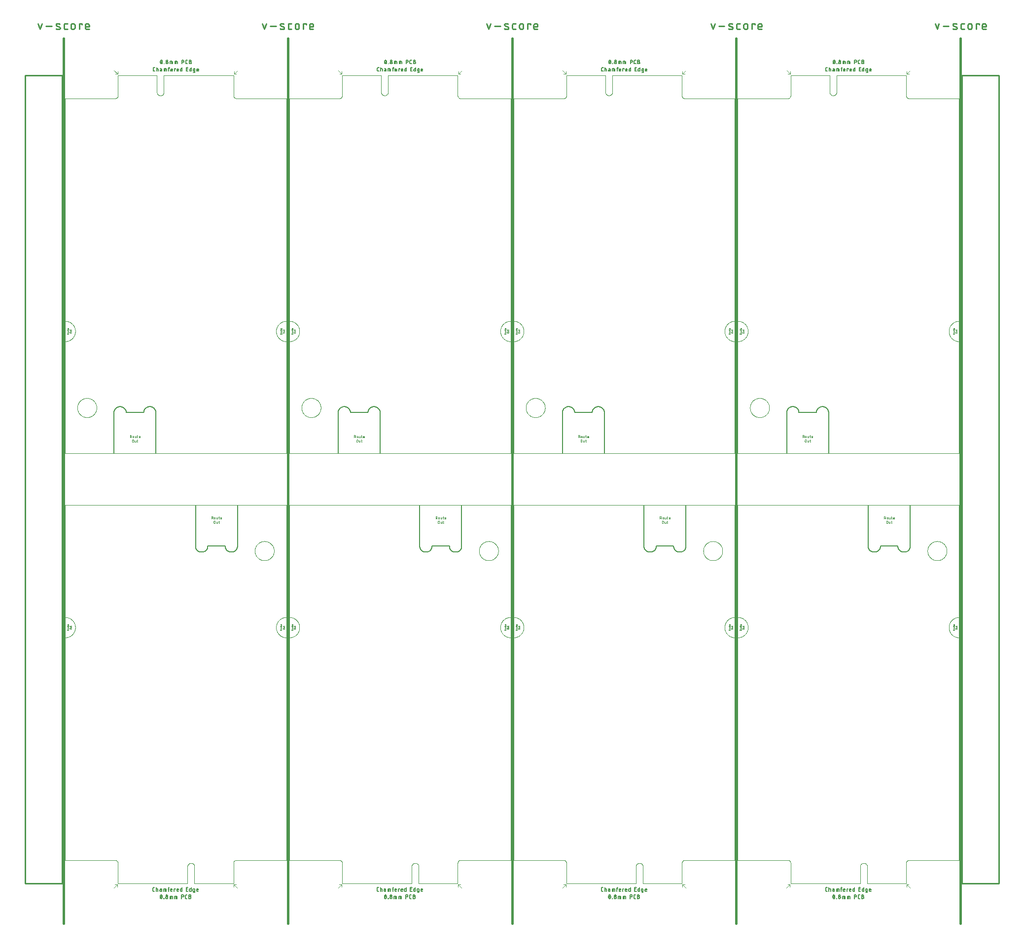
<source format=gko>
G04 EAGLE Gerber RS-274X export*
G75*
%MOMM*%
%FSLAX34Y34*%
%LPD*%
%IN*%
%IPPOS*%
%AMOC8*
5,1,8,0,0,1.08239X$1,22.5*%
G01*
%ADD10C,0.050000*%
%ADD11C,0.381000*%
%ADD12C,0.279400*%
%ADD13C,0.254000*%
%ADD14C,0.000000*%
%ADD15C,0.152400*%
%ADD16C,0.076200*%
%ADD17C,0.127000*%
%ADD18C,0.101600*%
%ADD19C,0.050800*%
%ADD20C,0.025400*%


D10*
X289242Y0D02*
X222242Y0D01*
X210242Y0D02*
X90742Y0D01*
X289242Y0D02*
X289242Y35000D01*
X289240Y35137D01*
X289242Y35274D01*
X289248Y35410D01*
X289258Y35547D01*
X289272Y35683D01*
X289290Y35818D01*
X289311Y35954D01*
X289336Y36088D01*
X289365Y36222D01*
X289398Y36355D01*
X289434Y36486D01*
X289474Y36617D01*
X289518Y36747D01*
X289565Y36875D01*
X289616Y37002D01*
X289670Y37128D01*
X289728Y37252D01*
X289789Y37374D01*
X289854Y37494D01*
X289922Y37613D01*
X289994Y37730D01*
X290068Y37844D01*
X290146Y37957D01*
X290227Y38067D01*
X290311Y38175D01*
X290398Y38280D01*
X290488Y38384D01*
X290581Y38484D01*
X290677Y38582D01*
X290775Y38677D01*
X290876Y38769D01*
X290980Y38859D01*
X291085Y38945D01*
X291194Y39029D01*
X291304Y39109D01*
X291417Y39187D01*
X291532Y39261D01*
X291649Y39332D01*
X291768Y39399D01*
X291889Y39463D01*
X292012Y39524D01*
X292136Y39581D01*
X292262Y39635D01*
X292389Y39686D01*
X292517Y39732D01*
X292647Y39775D01*
X292778Y39815D01*
X292910Y39850D01*
X293043Y39882D01*
X293177Y39911D01*
X293312Y39935D01*
X293447Y39956D01*
X293583Y39973D01*
X293719Y39986D01*
X293855Y39995D01*
X293992Y40000D01*
X379992Y40000D01*
X379992Y650000D01*
X-8Y650000D01*
X-8Y40000D01*
X90742Y35000D02*
X90742Y0D01*
X90742Y35000D02*
X90744Y35137D01*
X90742Y35274D01*
X90736Y35410D01*
X90726Y35547D01*
X90712Y35683D01*
X90694Y35818D01*
X90673Y35954D01*
X90648Y36088D01*
X90619Y36222D01*
X90586Y36355D01*
X90550Y36486D01*
X90510Y36617D01*
X90466Y36747D01*
X90419Y36875D01*
X90368Y37002D01*
X90314Y37128D01*
X90256Y37252D01*
X90195Y37374D01*
X90130Y37494D01*
X90062Y37613D01*
X89990Y37730D01*
X89916Y37844D01*
X89838Y37957D01*
X89757Y38067D01*
X89673Y38175D01*
X89586Y38280D01*
X89496Y38384D01*
X89403Y38484D01*
X89307Y38582D01*
X89209Y38677D01*
X89108Y38769D01*
X89004Y38859D01*
X88899Y38945D01*
X88790Y39029D01*
X88680Y39109D01*
X88567Y39187D01*
X88452Y39261D01*
X88335Y39332D01*
X88216Y39399D01*
X88095Y39463D01*
X87972Y39524D01*
X87848Y39581D01*
X87722Y39635D01*
X87595Y39686D01*
X87467Y39732D01*
X87337Y39775D01*
X87206Y39815D01*
X87074Y39850D01*
X86941Y39882D01*
X86807Y39911D01*
X86672Y39935D01*
X86537Y39956D01*
X86401Y39973D01*
X86265Y39986D01*
X86129Y39995D01*
X85992Y40000D01*
X-8Y40000D01*
X222242Y29000D02*
X222242Y0D01*
X210242Y0D02*
X210242Y29000D01*
X210244Y29153D01*
X210250Y29306D01*
X210259Y29459D01*
X210273Y29612D01*
X210290Y29764D01*
X210312Y29916D01*
X210337Y30067D01*
X210366Y30218D01*
X210399Y30368D01*
X210436Y30517D01*
X210476Y30665D01*
X210520Y30811D01*
X210568Y30957D01*
X210620Y31101D01*
X210676Y31244D01*
X210735Y31386D01*
X210797Y31526D01*
X210863Y31664D01*
X210933Y31801D01*
X211006Y31935D01*
X211083Y32068D01*
X211163Y32199D01*
X211246Y32328D01*
X211333Y32454D01*
X211422Y32579D01*
X211515Y32701D01*
X211611Y32820D01*
X211710Y32937D01*
X211812Y33052D01*
X211917Y33164D01*
X212025Y33273D01*
X212135Y33379D01*
X212248Y33483D01*
X212364Y33583D01*
X212482Y33681D01*
X212603Y33775D01*
X212726Y33867D01*
X212851Y33955D01*
X212979Y34040D01*
X213109Y34122D01*
X213240Y34200D01*
X213374Y34275D01*
X213510Y34347D01*
X213647Y34415D01*
X213786Y34479D01*
X213927Y34540D01*
X214069Y34598D01*
X214213Y34651D01*
X214358Y34701D01*
X214504Y34748D01*
X214651Y34790D01*
X214800Y34829D01*
X214949Y34864D01*
X215099Y34895D01*
X215250Y34922D01*
X215401Y34946D01*
X215554Y34965D01*
X215706Y34981D01*
X215859Y34993D01*
X216012Y35001D01*
X216165Y35005D01*
X216319Y35005D01*
X216472Y35001D01*
X216625Y34993D01*
X216778Y34981D01*
X216930Y34965D01*
X217083Y34946D01*
X217234Y34922D01*
X217385Y34895D01*
X217535Y34864D01*
X217684Y34829D01*
X217833Y34790D01*
X217980Y34748D01*
X218126Y34701D01*
X218271Y34651D01*
X218415Y34598D01*
X218557Y34540D01*
X218698Y34479D01*
X218837Y34415D01*
X218974Y34347D01*
X219110Y34275D01*
X219244Y34200D01*
X219375Y34122D01*
X219505Y34040D01*
X219633Y33955D01*
X219758Y33867D01*
X219881Y33775D01*
X220002Y33681D01*
X220120Y33583D01*
X220236Y33483D01*
X220349Y33379D01*
X220459Y33273D01*
X220567Y33164D01*
X220672Y33052D01*
X220774Y32937D01*
X220873Y32820D01*
X220969Y32701D01*
X221062Y32579D01*
X221151Y32454D01*
X221238Y32328D01*
X221321Y32199D01*
X221401Y32068D01*
X221478Y31935D01*
X221551Y31801D01*
X221621Y31664D01*
X221687Y31526D01*
X221749Y31386D01*
X221808Y31244D01*
X221864Y31101D01*
X221916Y30957D01*
X221964Y30811D01*
X222008Y30665D01*
X222048Y30517D01*
X222085Y30368D01*
X222118Y30218D01*
X222147Y30067D01*
X222172Y29916D01*
X222194Y29764D01*
X222211Y29612D01*
X222225Y29459D01*
X222234Y29306D01*
X222240Y29153D01*
X222242Y29000D01*
X607331Y0D02*
X674331Y0D01*
X595331Y0D02*
X475831Y0D01*
X674331Y0D02*
X674331Y35000D01*
X674329Y35137D01*
X674331Y35274D01*
X674337Y35410D01*
X674347Y35547D01*
X674361Y35683D01*
X674379Y35818D01*
X674400Y35954D01*
X674425Y36088D01*
X674454Y36222D01*
X674487Y36355D01*
X674523Y36486D01*
X674563Y36617D01*
X674607Y36747D01*
X674654Y36875D01*
X674705Y37002D01*
X674759Y37128D01*
X674817Y37252D01*
X674878Y37374D01*
X674943Y37494D01*
X675011Y37613D01*
X675083Y37730D01*
X675157Y37844D01*
X675235Y37957D01*
X675316Y38067D01*
X675400Y38175D01*
X675487Y38280D01*
X675577Y38384D01*
X675670Y38484D01*
X675766Y38582D01*
X675864Y38677D01*
X675965Y38769D01*
X676069Y38859D01*
X676174Y38945D01*
X676283Y39029D01*
X676393Y39109D01*
X676506Y39187D01*
X676621Y39261D01*
X676738Y39332D01*
X676857Y39399D01*
X676978Y39463D01*
X677101Y39524D01*
X677225Y39581D01*
X677351Y39635D01*
X677478Y39686D01*
X677606Y39732D01*
X677736Y39775D01*
X677867Y39815D01*
X677999Y39850D01*
X678132Y39882D01*
X678266Y39911D01*
X678401Y39935D01*
X678536Y39956D01*
X678672Y39973D01*
X678808Y39986D01*
X678944Y39995D01*
X679081Y40000D01*
X765081Y40000D01*
X765081Y650000D01*
X385081Y650000D01*
X385081Y40000D01*
X475831Y35000D02*
X475831Y0D01*
X475831Y35000D02*
X475833Y35137D01*
X475831Y35274D01*
X475825Y35410D01*
X475815Y35547D01*
X475801Y35683D01*
X475783Y35818D01*
X475762Y35954D01*
X475737Y36088D01*
X475708Y36222D01*
X475675Y36355D01*
X475639Y36486D01*
X475599Y36617D01*
X475555Y36747D01*
X475508Y36875D01*
X475457Y37002D01*
X475403Y37128D01*
X475345Y37252D01*
X475284Y37374D01*
X475219Y37494D01*
X475151Y37613D01*
X475079Y37730D01*
X475005Y37844D01*
X474927Y37957D01*
X474846Y38067D01*
X474762Y38175D01*
X474675Y38280D01*
X474585Y38384D01*
X474492Y38484D01*
X474396Y38582D01*
X474298Y38677D01*
X474197Y38769D01*
X474093Y38859D01*
X473988Y38945D01*
X473879Y39029D01*
X473769Y39109D01*
X473656Y39187D01*
X473541Y39261D01*
X473424Y39332D01*
X473305Y39399D01*
X473184Y39463D01*
X473061Y39524D01*
X472937Y39581D01*
X472811Y39635D01*
X472684Y39686D01*
X472556Y39732D01*
X472426Y39775D01*
X472295Y39815D01*
X472163Y39850D01*
X472030Y39882D01*
X471896Y39911D01*
X471761Y39935D01*
X471626Y39956D01*
X471490Y39973D01*
X471354Y39986D01*
X471218Y39995D01*
X471081Y40000D01*
X385081Y40000D01*
X607331Y29000D02*
X607331Y0D01*
X595331Y0D02*
X595331Y29000D01*
X595333Y29153D01*
X595339Y29306D01*
X595348Y29459D01*
X595362Y29612D01*
X595379Y29764D01*
X595401Y29916D01*
X595426Y30067D01*
X595455Y30218D01*
X595488Y30368D01*
X595525Y30517D01*
X595565Y30665D01*
X595609Y30811D01*
X595657Y30957D01*
X595709Y31101D01*
X595765Y31244D01*
X595824Y31386D01*
X595886Y31526D01*
X595952Y31664D01*
X596022Y31801D01*
X596095Y31935D01*
X596172Y32068D01*
X596252Y32199D01*
X596335Y32328D01*
X596422Y32454D01*
X596511Y32579D01*
X596604Y32701D01*
X596700Y32820D01*
X596799Y32937D01*
X596901Y33052D01*
X597006Y33164D01*
X597114Y33273D01*
X597224Y33379D01*
X597337Y33483D01*
X597453Y33583D01*
X597571Y33681D01*
X597692Y33775D01*
X597815Y33867D01*
X597940Y33955D01*
X598068Y34040D01*
X598198Y34122D01*
X598329Y34200D01*
X598463Y34275D01*
X598599Y34347D01*
X598736Y34415D01*
X598875Y34479D01*
X599016Y34540D01*
X599158Y34598D01*
X599302Y34651D01*
X599447Y34701D01*
X599593Y34748D01*
X599740Y34790D01*
X599889Y34829D01*
X600038Y34864D01*
X600188Y34895D01*
X600339Y34922D01*
X600490Y34946D01*
X600643Y34965D01*
X600795Y34981D01*
X600948Y34993D01*
X601101Y35001D01*
X601254Y35005D01*
X601408Y35005D01*
X601561Y35001D01*
X601714Y34993D01*
X601867Y34981D01*
X602019Y34965D01*
X602172Y34946D01*
X602323Y34922D01*
X602474Y34895D01*
X602624Y34864D01*
X602773Y34829D01*
X602922Y34790D01*
X603069Y34748D01*
X603215Y34701D01*
X603360Y34651D01*
X603504Y34598D01*
X603646Y34540D01*
X603787Y34479D01*
X603926Y34415D01*
X604063Y34347D01*
X604199Y34275D01*
X604333Y34200D01*
X604464Y34122D01*
X604594Y34040D01*
X604722Y33955D01*
X604847Y33867D01*
X604970Y33775D01*
X605091Y33681D01*
X605209Y33583D01*
X605325Y33483D01*
X605438Y33379D01*
X605548Y33273D01*
X605656Y33164D01*
X605761Y33052D01*
X605863Y32937D01*
X605962Y32820D01*
X606058Y32701D01*
X606151Y32579D01*
X606240Y32454D01*
X606327Y32328D01*
X606410Y32199D01*
X606490Y32068D01*
X606567Y31935D01*
X606640Y31801D01*
X606710Y31664D01*
X606776Y31526D01*
X606838Y31386D01*
X606897Y31244D01*
X606953Y31101D01*
X607005Y30957D01*
X607053Y30811D01*
X607097Y30665D01*
X607137Y30517D01*
X607174Y30368D01*
X607207Y30218D01*
X607236Y30067D01*
X607261Y29916D01*
X607283Y29764D01*
X607300Y29612D01*
X607314Y29459D01*
X607323Y29306D01*
X607329Y29153D01*
X607331Y29000D01*
X992395Y0D02*
X1059395Y0D01*
X980395Y0D02*
X860895Y0D01*
X1059395Y0D02*
X1059395Y35000D01*
X1059393Y35137D01*
X1059395Y35274D01*
X1059401Y35410D01*
X1059411Y35547D01*
X1059425Y35683D01*
X1059443Y35818D01*
X1059464Y35954D01*
X1059489Y36088D01*
X1059518Y36222D01*
X1059551Y36355D01*
X1059587Y36486D01*
X1059627Y36617D01*
X1059671Y36747D01*
X1059718Y36875D01*
X1059769Y37002D01*
X1059823Y37128D01*
X1059881Y37252D01*
X1059942Y37374D01*
X1060007Y37494D01*
X1060075Y37613D01*
X1060147Y37730D01*
X1060221Y37844D01*
X1060299Y37957D01*
X1060380Y38067D01*
X1060464Y38175D01*
X1060551Y38280D01*
X1060641Y38384D01*
X1060734Y38484D01*
X1060830Y38582D01*
X1060928Y38677D01*
X1061029Y38769D01*
X1061133Y38859D01*
X1061238Y38945D01*
X1061347Y39029D01*
X1061457Y39109D01*
X1061570Y39187D01*
X1061685Y39261D01*
X1061802Y39332D01*
X1061921Y39399D01*
X1062042Y39463D01*
X1062165Y39524D01*
X1062289Y39581D01*
X1062415Y39635D01*
X1062542Y39686D01*
X1062670Y39732D01*
X1062800Y39775D01*
X1062931Y39815D01*
X1063063Y39850D01*
X1063196Y39882D01*
X1063330Y39911D01*
X1063465Y39935D01*
X1063600Y39956D01*
X1063736Y39973D01*
X1063872Y39986D01*
X1064008Y39995D01*
X1064145Y40000D01*
X1150145Y40000D01*
X1150145Y650000D01*
X770145Y650000D01*
X770145Y40000D01*
X860895Y35000D02*
X860895Y0D01*
X860895Y35000D02*
X860897Y35137D01*
X860895Y35274D01*
X860889Y35410D01*
X860879Y35547D01*
X860865Y35683D01*
X860847Y35818D01*
X860826Y35954D01*
X860801Y36088D01*
X860772Y36222D01*
X860739Y36355D01*
X860703Y36486D01*
X860663Y36617D01*
X860619Y36747D01*
X860572Y36875D01*
X860521Y37002D01*
X860467Y37128D01*
X860409Y37252D01*
X860348Y37374D01*
X860283Y37494D01*
X860215Y37613D01*
X860143Y37730D01*
X860069Y37844D01*
X859991Y37957D01*
X859910Y38067D01*
X859826Y38175D01*
X859739Y38280D01*
X859649Y38384D01*
X859556Y38484D01*
X859460Y38582D01*
X859362Y38677D01*
X859261Y38769D01*
X859157Y38859D01*
X859052Y38945D01*
X858943Y39029D01*
X858833Y39109D01*
X858720Y39187D01*
X858605Y39261D01*
X858488Y39332D01*
X858369Y39399D01*
X858248Y39463D01*
X858125Y39524D01*
X858001Y39581D01*
X857875Y39635D01*
X857748Y39686D01*
X857620Y39732D01*
X857490Y39775D01*
X857359Y39815D01*
X857227Y39850D01*
X857094Y39882D01*
X856960Y39911D01*
X856825Y39935D01*
X856690Y39956D01*
X856554Y39973D01*
X856418Y39986D01*
X856282Y39995D01*
X856145Y40000D01*
X770145Y40000D01*
X992395Y29000D02*
X992395Y0D01*
X980395Y0D02*
X980395Y29000D01*
X980397Y29153D01*
X980403Y29306D01*
X980412Y29459D01*
X980426Y29612D01*
X980443Y29764D01*
X980465Y29916D01*
X980490Y30067D01*
X980519Y30218D01*
X980552Y30368D01*
X980589Y30517D01*
X980629Y30665D01*
X980673Y30811D01*
X980721Y30957D01*
X980773Y31101D01*
X980829Y31244D01*
X980888Y31386D01*
X980950Y31526D01*
X981016Y31664D01*
X981086Y31801D01*
X981159Y31935D01*
X981236Y32068D01*
X981316Y32199D01*
X981399Y32328D01*
X981486Y32454D01*
X981575Y32579D01*
X981668Y32701D01*
X981764Y32820D01*
X981863Y32937D01*
X981965Y33052D01*
X982070Y33164D01*
X982178Y33273D01*
X982288Y33379D01*
X982401Y33483D01*
X982517Y33583D01*
X982635Y33681D01*
X982756Y33775D01*
X982879Y33867D01*
X983004Y33955D01*
X983132Y34040D01*
X983262Y34122D01*
X983393Y34200D01*
X983527Y34275D01*
X983663Y34347D01*
X983800Y34415D01*
X983939Y34479D01*
X984080Y34540D01*
X984222Y34598D01*
X984366Y34651D01*
X984511Y34701D01*
X984657Y34748D01*
X984804Y34790D01*
X984953Y34829D01*
X985102Y34864D01*
X985252Y34895D01*
X985403Y34922D01*
X985554Y34946D01*
X985707Y34965D01*
X985859Y34981D01*
X986012Y34993D01*
X986165Y35001D01*
X986318Y35005D01*
X986472Y35005D01*
X986625Y35001D01*
X986778Y34993D01*
X986931Y34981D01*
X987083Y34965D01*
X987236Y34946D01*
X987387Y34922D01*
X987538Y34895D01*
X987688Y34864D01*
X987837Y34829D01*
X987986Y34790D01*
X988133Y34748D01*
X988279Y34701D01*
X988424Y34651D01*
X988568Y34598D01*
X988710Y34540D01*
X988851Y34479D01*
X988990Y34415D01*
X989127Y34347D01*
X989263Y34275D01*
X989397Y34200D01*
X989528Y34122D01*
X989658Y34040D01*
X989786Y33955D01*
X989911Y33867D01*
X990034Y33775D01*
X990155Y33681D01*
X990273Y33583D01*
X990389Y33483D01*
X990502Y33379D01*
X990612Y33273D01*
X990720Y33164D01*
X990825Y33052D01*
X990927Y32937D01*
X991026Y32820D01*
X991122Y32701D01*
X991215Y32579D01*
X991304Y32454D01*
X991391Y32328D01*
X991474Y32199D01*
X991554Y32068D01*
X991631Y31935D01*
X991704Y31801D01*
X991774Y31664D01*
X991840Y31526D01*
X991902Y31386D01*
X991961Y31244D01*
X992017Y31101D01*
X992069Y30957D01*
X992117Y30811D01*
X992161Y30665D01*
X992201Y30517D01*
X992238Y30368D01*
X992271Y30218D01*
X992300Y30067D01*
X992325Y29916D01*
X992347Y29764D01*
X992364Y29612D01*
X992378Y29459D01*
X992387Y29306D01*
X992393Y29153D01*
X992395Y29000D01*
X1377485Y0D02*
X1444485Y0D01*
X1365485Y0D02*
X1245985Y0D01*
X1444485Y0D02*
X1444485Y35000D01*
X1444483Y35137D01*
X1444485Y35274D01*
X1444491Y35410D01*
X1444501Y35547D01*
X1444515Y35683D01*
X1444533Y35818D01*
X1444554Y35954D01*
X1444579Y36088D01*
X1444608Y36222D01*
X1444641Y36355D01*
X1444677Y36486D01*
X1444717Y36617D01*
X1444761Y36747D01*
X1444808Y36875D01*
X1444859Y37002D01*
X1444913Y37128D01*
X1444971Y37252D01*
X1445032Y37374D01*
X1445097Y37494D01*
X1445165Y37613D01*
X1445237Y37730D01*
X1445311Y37844D01*
X1445389Y37957D01*
X1445470Y38067D01*
X1445554Y38175D01*
X1445641Y38280D01*
X1445731Y38384D01*
X1445824Y38484D01*
X1445920Y38582D01*
X1446018Y38677D01*
X1446119Y38769D01*
X1446223Y38859D01*
X1446328Y38945D01*
X1446437Y39029D01*
X1446547Y39109D01*
X1446660Y39187D01*
X1446775Y39261D01*
X1446892Y39332D01*
X1447011Y39399D01*
X1447132Y39463D01*
X1447255Y39524D01*
X1447379Y39581D01*
X1447505Y39635D01*
X1447632Y39686D01*
X1447760Y39732D01*
X1447890Y39775D01*
X1448021Y39815D01*
X1448153Y39850D01*
X1448286Y39882D01*
X1448420Y39911D01*
X1448555Y39935D01*
X1448690Y39956D01*
X1448826Y39973D01*
X1448962Y39986D01*
X1449098Y39995D01*
X1449235Y40000D01*
X1535235Y40000D01*
X1535235Y650000D01*
X1155235Y650000D01*
X1155235Y40000D01*
X1245985Y35000D02*
X1245985Y0D01*
X1245985Y35000D02*
X1245987Y35137D01*
X1245985Y35274D01*
X1245979Y35410D01*
X1245969Y35547D01*
X1245955Y35683D01*
X1245937Y35818D01*
X1245916Y35954D01*
X1245891Y36088D01*
X1245862Y36222D01*
X1245829Y36355D01*
X1245793Y36486D01*
X1245753Y36617D01*
X1245709Y36747D01*
X1245662Y36875D01*
X1245611Y37002D01*
X1245557Y37128D01*
X1245499Y37252D01*
X1245438Y37374D01*
X1245373Y37494D01*
X1245305Y37613D01*
X1245233Y37730D01*
X1245159Y37844D01*
X1245081Y37957D01*
X1245000Y38067D01*
X1244916Y38175D01*
X1244829Y38280D01*
X1244739Y38384D01*
X1244646Y38484D01*
X1244550Y38582D01*
X1244452Y38677D01*
X1244351Y38769D01*
X1244247Y38859D01*
X1244142Y38945D01*
X1244033Y39029D01*
X1243923Y39109D01*
X1243810Y39187D01*
X1243695Y39261D01*
X1243578Y39332D01*
X1243459Y39399D01*
X1243338Y39463D01*
X1243215Y39524D01*
X1243091Y39581D01*
X1242965Y39635D01*
X1242838Y39686D01*
X1242710Y39732D01*
X1242580Y39775D01*
X1242449Y39815D01*
X1242317Y39850D01*
X1242184Y39882D01*
X1242050Y39911D01*
X1241915Y39935D01*
X1241780Y39956D01*
X1241644Y39973D01*
X1241508Y39986D01*
X1241372Y39995D01*
X1241235Y40000D01*
X1155235Y40000D01*
X1377485Y29000D02*
X1377485Y0D01*
X1365485Y0D02*
X1365485Y29000D01*
X1365487Y29153D01*
X1365493Y29306D01*
X1365502Y29459D01*
X1365516Y29612D01*
X1365533Y29764D01*
X1365555Y29916D01*
X1365580Y30067D01*
X1365609Y30218D01*
X1365642Y30368D01*
X1365679Y30517D01*
X1365719Y30665D01*
X1365763Y30811D01*
X1365811Y30957D01*
X1365863Y31101D01*
X1365919Y31244D01*
X1365978Y31386D01*
X1366040Y31526D01*
X1366106Y31664D01*
X1366176Y31801D01*
X1366249Y31935D01*
X1366326Y32068D01*
X1366406Y32199D01*
X1366489Y32328D01*
X1366576Y32454D01*
X1366665Y32579D01*
X1366758Y32701D01*
X1366854Y32820D01*
X1366953Y32937D01*
X1367055Y33052D01*
X1367160Y33164D01*
X1367268Y33273D01*
X1367378Y33379D01*
X1367491Y33483D01*
X1367607Y33583D01*
X1367725Y33681D01*
X1367846Y33775D01*
X1367969Y33867D01*
X1368094Y33955D01*
X1368222Y34040D01*
X1368352Y34122D01*
X1368483Y34200D01*
X1368617Y34275D01*
X1368753Y34347D01*
X1368890Y34415D01*
X1369029Y34479D01*
X1369170Y34540D01*
X1369312Y34598D01*
X1369456Y34651D01*
X1369601Y34701D01*
X1369747Y34748D01*
X1369894Y34790D01*
X1370043Y34829D01*
X1370192Y34864D01*
X1370342Y34895D01*
X1370493Y34922D01*
X1370644Y34946D01*
X1370797Y34965D01*
X1370949Y34981D01*
X1371102Y34993D01*
X1371255Y35001D01*
X1371408Y35005D01*
X1371562Y35005D01*
X1371715Y35001D01*
X1371868Y34993D01*
X1372021Y34981D01*
X1372173Y34965D01*
X1372326Y34946D01*
X1372477Y34922D01*
X1372628Y34895D01*
X1372778Y34864D01*
X1372927Y34829D01*
X1373076Y34790D01*
X1373223Y34748D01*
X1373369Y34701D01*
X1373514Y34651D01*
X1373658Y34598D01*
X1373800Y34540D01*
X1373941Y34479D01*
X1374080Y34415D01*
X1374217Y34347D01*
X1374353Y34275D01*
X1374487Y34200D01*
X1374618Y34122D01*
X1374748Y34040D01*
X1374876Y33955D01*
X1375001Y33867D01*
X1375124Y33775D01*
X1375245Y33681D01*
X1375363Y33583D01*
X1375479Y33483D01*
X1375592Y33379D01*
X1375702Y33273D01*
X1375810Y33164D01*
X1375915Y33052D01*
X1376017Y32937D01*
X1376116Y32820D01*
X1376212Y32701D01*
X1376305Y32579D01*
X1376394Y32454D01*
X1376481Y32328D01*
X1376564Y32199D01*
X1376644Y32068D01*
X1376721Y31935D01*
X1376794Y31801D01*
X1376864Y31664D01*
X1376930Y31526D01*
X1376992Y31386D01*
X1377051Y31244D01*
X1377107Y31101D01*
X1377159Y30957D01*
X1377207Y30811D01*
X1377251Y30665D01*
X1377291Y30517D01*
X1377328Y30368D01*
X1377361Y30218D01*
X1377390Y30067D01*
X1377415Y29916D01*
X1377437Y29764D01*
X1377454Y29612D01*
X1377468Y29459D01*
X1377477Y29306D01*
X1377483Y29153D01*
X1377485Y29000D01*
X157767Y1388897D02*
X90767Y1388897D01*
X169767Y1388897D02*
X289267Y1388897D01*
X90767Y1388897D02*
X90767Y1353897D01*
X90769Y1353760D01*
X90767Y1353623D01*
X90761Y1353487D01*
X90751Y1353350D01*
X90737Y1353214D01*
X90719Y1353079D01*
X90698Y1352943D01*
X90673Y1352809D01*
X90644Y1352675D01*
X90611Y1352542D01*
X90575Y1352411D01*
X90535Y1352280D01*
X90491Y1352150D01*
X90444Y1352022D01*
X90393Y1351895D01*
X90339Y1351769D01*
X90281Y1351645D01*
X90220Y1351523D01*
X90155Y1351403D01*
X90087Y1351284D01*
X90015Y1351167D01*
X89941Y1351053D01*
X89863Y1350940D01*
X89782Y1350830D01*
X89698Y1350722D01*
X89611Y1350617D01*
X89521Y1350513D01*
X89428Y1350413D01*
X89332Y1350315D01*
X89234Y1350220D01*
X89133Y1350128D01*
X89029Y1350038D01*
X88924Y1349952D01*
X88815Y1349868D01*
X88705Y1349788D01*
X88592Y1349710D01*
X88477Y1349636D01*
X88360Y1349565D01*
X88241Y1349498D01*
X88120Y1349434D01*
X87997Y1349373D01*
X87873Y1349316D01*
X87747Y1349262D01*
X87620Y1349211D01*
X87492Y1349165D01*
X87362Y1349122D01*
X87231Y1349082D01*
X87099Y1349047D01*
X86966Y1349015D01*
X86832Y1348986D01*
X86697Y1348962D01*
X86562Y1348941D01*
X86426Y1348924D01*
X86290Y1348911D01*
X86154Y1348902D01*
X86017Y1348897D01*
X17Y1348897D01*
X17Y738897D01*
X380017Y738897D01*
X380017Y1348897D01*
X289267Y1353897D02*
X289267Y1388897D01*
X289267Y1353897D02*
X289265Y1353760D01*
X289267Y1353623D01*
X289273Y1353487D01*
X289283Y1353350D01*
X289297Y1353214D01*
X289315Y1353079D01*
X289336Y1352943D01*
X289361Y1352809D01*
X289390Y1352675D01*
X289423Y1352542D01*
X289459Y1352411D01*
X289499Y1352280D01*
X289543Y1352150D01*
X289590Y1352022D01*
X289641Y1351895D01*
X289695Y1351769D01*
X289753Y1351645D01*
X289814Y1351523D01*
X289879Y1351403D01*
X289947Y1351284D01*
X290019Y1351167D01*
X290093Y1351053D01*
X290171Y1350940D01*
X290252Y1350830D01*
X290336Y1350722D01*
X290423Y1350617D01*
X290513Y1350513D01*
X290606Y1350413D01*
X290702Y1350315D01*
X290800Y1350220D01*
X290901Y1350128D01*
X291005Y1350038D01*
X291110Y1349952D01*
X291219Y1349868D01*
X291329Y1349788D01*
X291442Y1349710D01*
X291557Y1349636D01*
X291674Y1349565D01*
X291793Y1349498D01*
X291914Y1349434D01*
X292037Y1349373D01*
X292161Y1349316D01*
X292287Y1349262D01*
X292414Y1349211D01*
X292542Y1349165D01*
X292672Y1349122D01*
X292803Y1349082D01*
X292935Y1349047D01*
X293068Y1349015D01*
X293202Y1348986D01*
X293337Y1348962D01*
X293472Y1348941D01*
X293608Y1348924D01*
X293744Y1348911D01*
X293880Y1348902D01*
X294017Y1348897D01*
X380017Y1348897D01*
X157767Y1359897D02*
X157767Y1388897D01*
X169767Y1388897D02*
X169767Y1359897D01*
X169765Y1359744D01*
X169759Y1359591D01*
X169750Y1359438D01*
X169736Y1359285D01*
X169719Y1359133D01*
X169697Y1358981D01*
X169672Y1358830D01*
X169643Y1358679D01*
X169610Y1358529D01*
X169573Y1358380D01*
X169533Y1358232D01*
X169489Y1358086D01*
X169441Y1357940D01*
X169389Y1357796D01*
X169333Y1357653D01*
X169274Y1357511D01*
X169212Y1357371D01*
X169146Y1357233D01*
X169076Y1357096D01*
X169003Y1356962D01*
X168926Y1356829D01*
X168846Y1356698D01*
X168763Y1356569D01*
X168676Y1356443D01*
X168587Y1356318D01*
X168494Y1356196D01*
X168398Y1356077D01*
X168299Y1355960D01*
X168197Y1355845D01*
X168092Y1355733D01*
X167984Y1355624D01*
X167874Y1355518D01*
X167761Y1355414D01*
X167645Y1355314D01*
X167527Y1355216D01*
X167406Y1355122D01*
X167283Y1355030D01*
X167158Y1354942D01*
X167030Y1354857D01*
X166900Y1354775D01*
X166769Y1354697D01*
X166635Y1354622D01*
X166499Y1354550D01*
X166362Y1354482D01*
X166223Y1354418D01*
X166082Y1354357D01*
X165940Y1354299D01*
X165796Y1354246D01*
X165651Y1354196D01*
X165505Y1354149D01*
X165358Y1354107D01*
X165209Y1354068D01*
X165060Y1354033D01*
X164910Y1354002D01*
X164759Y1353975D01*
X164608Y1353951D01*
X164455Y1353932D01*
X164303Y1353916D01*
X164150Y1353904D01*
X163997Y1353896D01*
X163844Y1353892D01*
X163690Y1353892D01*
X163537Y1353896D01*
X163384Y1353904D01*
X163231Y1353916D01*
X163079Y1353932D01*
X162926Y1353951D01*
X162775Y1353975D01*
X162624Y1354002D01*
X162474Y1354033D01*
X162325Y1354068D01*
X162176Y1354107D01*
X162029Y1354149D01*
X161883Y1354196D01*
X161738Y1354246D01*
X161594Y1354299D01*
X161452Y1354357D01*
X161311Y1354418D01*
X161172Y1354482D01*
X161035Y1354550D01*
X160899Y1354622D01*
X160765Y1354697D01*
X160634Y1354775D01*
X160504Y1354857D01*
X160376Y1354942D01*
X160251Y1355030D01*
X160128Y1355122D01*
X160007Y1355216D01*
X159889Y1355314D01*
X159773Y1355414D01*
X159660Y1355518D01*
X159550Y1355624D01*
X159442Y1355733D01*
X159337Y1355845D01*
X159235Y1355960D01*
X159136Y1356077D01*
X159040Y1356196D01*
X158947Y1356318D01*
X158858Y1356443D01*
X158771Y1356569D01*
X158688Y1356698D01*
X158608Y1356829D01*
X158531Y1356962D01*
X158458Y1357096D01*
X158388Y1357233D01*
X158322Y1357371D01*
X158260Y1357511D01*
X158201Y1357653D01*
X158145Y1357796D01*
X158093Y1357940D01*
X158045Y1358086D01*
X158001Y1358232D01*
X157961Y1358380D01*
X157924Y1358529D01*
X157891Y1358679D01*
X157862Y1358830D01*
X157837Y1358981D01*
X157815Y1359133D01*
X157798Y1359285D01*
X157784Y1359438D01*
X157775Y1359591D01*
X157769Y1359744D01*
X157767Y1359897D01*
X475831Y1388897D02*
X542831Y1388897D01*
X554831Y1388897D02*
X674331Y1388897D01*
X475831Y1388897D02*
X475831Y1353897D01*
X475833Y1353760D01*
X475831Y1353623D01*
X475825Y1353487D01*
X475815Y1353350D01*
X475801Y1353214D01*
X475783Y1353079D01*
X475762Y1352943D01*
X475737Y1352809D01*
X475708Y1352675D01*
X475675Y1352542D01*
X475639Y1352411D01*
X475599Y1352280D01*
X475555Y1352150D01*
X475508Y1352022D01*
X475457Y1351895D01*
X475403Y1351769D01*
X475345Y1351645D01*
X475284Y1351523D01*
X475219Y1351403D01*
X475151Y1351284D01*
X475079Y1351167D01*
X475005Y1351053D01*
X474927Y1350940D01*
X474846Y1350830D01*
X474762Y1350722D01*
X474675Y1350617D01*
X474585Y1350513D01*
X474492Y1350413D01*
X474396Y1350315D01*
X474298Y1350220D01*
X474197Y1350128D01*
X474093Y1350038D01*
X473988Y1349952D01*
X473879Y1349868D01*
X473769Y1349788D01*
X473656Y1349710D01*
X473541Y1349636D01*
X473424Y1349565D01*
X473305Y1349498D01*
X473184Y1349434D01*
X473061Y1349373D01*
X472937Y1349316D01*
X472811Y1349262D01*
X472684Y1349211D01*
X472556Y1349165D01*
X472426Y1349122D01*
X472295Y1349082D01*
X472163Y1349047D01*
X472030Y1349015D01*
X471896Y1348986D01*
X471761Y1348962D01*
X471626Y1348941D01*
X471490Y1348924D01*
X471354Y1348911D01*
X471218Y1348902D01*
X471081Y1348897D01*
X385081Y1348897D01*
X385081Y738897D01*
X765081Y738897D01*
X765081Y1348897D01*
X674331Y1353897D02*
X674331Y1388897D01*
X674331Y1353897D02*
X674329Y1353760D01*
X674331Y1353623D01*
X674337Y1353487D01*
X674347Y1353350D01*
X674361Y1353214D01*
X674379Y1353079D01*
X674400Y1352943D01*
X674425Y1352809D01*
X674454Y1352675D01*
X674487Y1352542D01*
X674523Y1352411D01*
X674563Y1352280D01*
X674607Y1352150D01*
X674654Y1352022D01*
X674705Y1351895D01*
X674759Y1351769D01*
X674817Y1351645D01*
X674878Y1351523D01*
X674943Y1351403D01*
X675011Y1351284D01*
X675083Y1351167D01*
X675157Y1351053D01*
X675235Y1350940D01*
X675316Y1350830D01*
X675400Y1350722D01*
X675487Y1350617D01*
X675577Y1350513D01*
X675670Y1350413D01*
X675766Y1350315D01*
X675864Y1350220D01*
X675965Y1350128D01*
X676069Y1350038D01*
X676174Y1349952D01*
X676283Y1349868D01*
X676393Y1349788D01*
X676506Y1349710D01*
X676621Y1349636D01*
X676738Y1349565D01*
X676857Y1349498D01*
X676978Y1349434D01*
X677101Y1349373D01*
X677225Y1349316D01*
X677351Y1349262D01*
X677478Y1349211D01*
X677606Y1349165D01*
X677736Y1349122D01*
X677867Y1349082D01*
X677999Y1349047D01*
X678132Y1349015D01*
X678266Y1348986D01*
X678401Y1348962D01*
X678536Y1348941D01*
X678672Y1348924D01*
X678808Y1348911D01*
X678944Y1348902D01*
X679081Y1348897D01*
X765081Y1348897D01*
X542831Y1359897D02*
X542831Y1388897D01*
X554831Y1388897D02*
X554831Y1359897D01*
X554829Y1359744D01*
X554823Y1359591D01*
X554814Y1359438D01*
X554800Y1359285D01*
X554783Y1359133D01*
X554761Y1358981D01*
X554736Y1358830D01*
X554707Y1358679D01*
X554674Y1358529D01*
X554637Y1358380D01*
X554597Y1358232D01*
X554553Y1358086D01*
X554505Y1357940D01*
X554453Y1357796D01*
X554397Y1357653D01*
X554338Y1357511D01*
X554276Y1357371D01*
X554210Y1357233D01*
X554140Y1357096D01*
X554067Y1356962D01*
X553990Y1356829D01*
X553910Y1356698D01*
X553827Y1356569D01*
X553740Y1356443D01*
X553651Y1356318D01*
X553558Y1356196D01*
X553462Y1356077D01*
X553363Y1355960D01*
X553261Y1355845D01*
X553156Y1355733D01*
X553048Y1355624D01*
X552938Y1355518D01*
X552825Y1355414D01*
X552709Y1355314D01*
X552591Y1355216D01*
X552470Y1355122D01*
X552347Y1355030D01*
X552222Y1354942D01*
X552094Y1354857D01*
X551964Y1354775D01*
X551833Y1354697D01*
X551699Y1354622D01*
X551563Y1354550D01*
X551426Y1354482D01*
X551287Y1354418D01*
X551146Y1354357D01*
X551004Y1354299D01*
X550860Y1354246D01*
X550715Y1354196D01*
X550569Y1354149D01*
X550422Y1354107D01*
X550273Y1354068D01*
X550124Y1354033D01*
X549974Y1354002D01*
X549823Y1353975D01*
X549672Y1353951D01*
X549519Y1353932D01*
X549367Y1353916D01*
X549214Y1353904D01*
X549061Y1353896D01*
X548908Y1353892D01*
X548754Y1353892D01*
X548601Y1353896D01*
X548448Y1353904D01*
X548295Y1353916D01*
X548143Y1353932D01*
X547990Y1353951D01*
X547839Y1353975D01*
X547688Y1354002D01*
X547538Y1354033D01*
X547389Y1354068D01*
X547240Y1354107D01*
X547093Y1354149D01*
X546947Y1354196D01*
X546802Y1354246D01*
X546658Y1354299D01*
X546516Y1354357D01*
X546375Y1354418D01*
X546236Y1354482D01*
X546099Y1354550D01*
X545963Y1354622D01*
X545829Y1354697D01*
X545698Y1354775D01*
X545568Y1354857D01*
X545440Y1354942D01*
X545315Y1355030D01*
X545192Y1355122D01*
X545071Y1355216D01*
X544953Y1355314D01*
X544837Y1355414D01*
X544724Y1355518D01*
X544614Y1355624D01*
X544506Y1355733D01*
X544401Y1355845D01*
X544299Y1355960D01*
X544200Y1356077D01*
X544104Y1356196D01*
X544011Y1356318D01*
X543922Y1356443D01*
X543835Y1356569D01*
X543752Y1356698D01*
X543672Y1356829D01*
X543595Y1356962D01*
X543522Y1357096D01*
X543452Y1357233D01*
X543386Y1357371D01*
X543324Y1357511D01*
X543265Y1357653D01*
X543209Y1357796D01*
X543157Y1357940D01*
X543109Y1358086D01*
X543065Y1358232D01*
X543025Y1358380D01*
X542988Y1358529D01*
X542955Y1358679D01*
X542926Y1358830D01*
X542901Y1358981D01*
X542879Y1359133D01*
X542862Y1359285D01*
X542848Y1359438D01*
X542839Y1359591D01*
X542833Y1359744D01*
X542831Y1359897D01*
X860921Y1388897D02*
X927921Y1388897D01*
X939921Y1388897D02*
X1059421Y1388897D01*
X860921Y1388897D02*
X860921Y1353897D01*
X860923Y1353760D01*
X860921Y1353623D01*
X860915Y1353487D01*
X860905Y1353350D01*
X860891Y1353214D01*
X860873Y1353079D01*
X860852Y1352943D01*
X860827Y1352809D01*
X860798Y1352675D01*
X860765Y1352542D01*
X860729Y1352411D01*
X860689Y1352280D01*
X860645Y1352150D01*
X860598Y1352022D01*
X860547Y1351895D01*
X860493Y1351769D01*
X860435Y1351645D01*
X860374Y1351523D01*
X860309Y1351403D01*
X860241Y1351284D01*
X860169Y1351167D01*
X860095Y1351053D01*
X860017Y1350940D01*
X859936Y1350830D01*
X859852Y1350722D01*
X859765Y1350617D01*
X859675Y1350513D01*
X859582Y1350413D01*
X859486Y1350315D01*
X859388Y1350220D01*
X859287Y1350128D01*
X859183Y1350038D01*
X859078Y1349952D01*
X858969Y1349868D01*
X858859Y1349788D01*
X858746Y1349710D01*
X858631Y1349636D01*
X858514Y1349565D01*
X858395Y1349498D01*
X858274Y1349434D01*
X858151Y1349373D01*
X858027Y1349316D01*
X857901Y1349262D01*
X857774Y1349211D01*
X857646Y1349165D01*
X857516Y1349122D01*
X857385Y1349082D01*
X857253Y1349047D01*
X857120Y1349015D01*
X856986Y1348986D01*
X856851Y1348962D01*
X856716Y1348941D01*
X856580Y1348924D01*
X856444Y1348911D01*
X856308Y1348902D01*
X856171Y1348897D01*
X770171Y1348897D01*
X770171Y738897D01*
X1150171Y738897D01*
X1150171Y1348897D01*
X1059421Y1353897D02*
X1059421Y1388897D01*
X1059421Y1353897D02*
X1059419Y1353760D01*
X1059421Y1353623D01*
X1059427Y1353487D01*
X1059437Y1353350D01*
X1059451Y1353214D01*
X1059469Y1353079D01*
X1059490Y1352943D01*
X1059515Y1352809D01*
X1059544Y1352675D01*
X1059577Y1352542D01*
X1059613Y1352411D01*
X1059653Y1352280D01*
X1059697Y1352150D01*
X1059744Y1352022D01*
X1059795Y1351895D01*
X1059849Y1351769D01*
X1059907Y1351645D01*
X1059968Y1351523D01*
X1060033Y1351403D01*
X1060101Y1351284D01*
X1060173Y1351167D01*
X1060247Y1351053D01*
X1060325Y1350940D01*
X1060406Y1350830D01*
X1060490Y1350722D01*
X1060577Y1350617D01*
X1060667Y1350513D01*
X1060760Y1350413D01*
X1060856Y1350315D01*
X1060954Y1350220D01*
X1061055Y1350128D01*
X1061159Y1350038D01*
X1061264Y1349952D01*
X1061373Y1349868D01*
X1061483Y1349788D01*
X1061596Y1349710D01*
X1061711Y1349636D01*
X1061828Y1349565D01*
X1061947Y1349498D01*
X1062068Y1349434D01*
X1062191Y1349373D01*
X1062315Y1349316D01*
X1062441Y1349262D01*
X1062568Y1349211D01*
X1062696Y1349165D01*
X1062826Y1349122D01*
X1062957Y1349082D01*
X1063089Y1349047D01*
X1063222Y1349015D01*
X1063356Y1348986D01*
X1063491Y1348962D01*
X1063626Y1348941D01*
X1063762Y1348924D01*
X1063898Y1348911D01*
X1064034Y1348902D01*
X1064171Y1348897D01*
X1150171Y1348897D01*
X927921Y1359897D02*
X927921Y1388897D01*
X939921Y1388897D02*
X939921Y1359897D01*
X939919Y1359744D01*
X939913Y1359591D01*
X939904Y1359438D01*
X939890Y1359285D01*
X939873Y1359133D01*
X939851Y1358981D01*
X939826Y1358830D01*
X939797Y1358679D01*
X939764Y1358529D01*
X939727Y1358380D01*
X939687Y1358232D01*
X939643Y1358086D01*
X939595Y1357940D01*
X939543Y1357796D01*
X939487Y1357653D01*
X939428Y1357511D01*
X939366Y1357371D01*
X939300Y1357233D01*
X939230Y1357096D01*
X939157Y1356962D01*
X939080Y1356829D01*
X939000Y1356698D01*
X938917Y1356569D01*
X938830Y1356443D01*
X938741Y1356318D01*
X938648Y1356196D01*
X938552Y1356077D01*
X938453Y1355960D01*
X938351Y1355845D01*
X938246Y1355733D01*
X938138Y1355624D01*
X938028Y1355518D01*
X937915Y1355414D01*
X937799Y1355314D01*
X937681Y1355216D01*
X937560Y1355122D01*
X937437Y1355030D01*
X937312Y1354942D01*
X937184Y1354857D01*
X937054Y1354775D01*
X936923Y1354697D01*
X936789Y1354622D01*
X936653Y1354550D01*
X936516Y1354482D01*
X936377Y1354418D01*
X936236Y1354357D01*
X936094Y1354299D01*
X935950Y1354246D01*
X935805Y1354196D01*
X935659Y1354149D01*
X935512Y1354107D01*
X935363Y1354068D01*
X935214Y1354033D01*
X935064Y1354002D01*
X934913Y1353975D01*
X934762Y1353951D01*
X934609Y1353932D01*
X934457Y1353916D01*
X934304Y1353904D01*
X934151Y1353896D01*
X933998Y1353892D01*
X933844Y1353892D01*
X933691Y1353896D01*
X933538Y1353904D01*
X933385Y1353916D01*
X933233Y1353932D01*
X933080Y1353951D01*
X932929Y1353975D01*
X932778Y1354002D01*
X932628Y1354033D01*
X932479Y1354068D01*
X932330Y1354107D01*
X932183Y1354149D01*
X932037Y1354196D01*
X931892Y1354246D01*
X931748Y1354299D01*
X931606Y1354357D01*
X931465Y1354418D01*
X931326Y1354482D01*
X931189Y1354550D01*
X931053Y1354622D01*
X930919Y1354697D01*
X930788Y1354775D01*
X930658Y1354857D01*
X930530Y1354942D01*
X930405Y1355030D01*
X930282Y1355122D01*
X930161Y1355216D01*
X930043Y1355314D01*
X929927Y1355414D01*
X929814Y1355518D01*
X929704Y1355624D01*
X929596Y1355733D01*
X929491Y1355845D01*
X929389Y1355960D01*
X929290Y1356077D01*
X929194Y1356196D01*
X929101Y1356318D01*
X929012Y1356443D01*
X928925Y1356569D01*
X928842Y1356698D01*
X928762Y1356829D01*
X928685Y1356962D01*
X928612Y1357096D01*
X928542Y1357233D01*
X928476Y1357371D01*
X928414Y1357511D01*
X928355Y1357653D01*
X928299Y1357796D01*
X928247Y1357940D01*
X928199Y1358086D01*
X928155Y1358232D01*
X928115Y1358380D01*
X928078Y1358529D01*
X928045Y1358679D01*
X928016Y1358830D01*
X927991Y1358981D01*
X927969Y1359133D01*
X927952Y1359285D01*
X927938Y1359438D01*
X927929Y1359591D01*
X927923Y1359744D01*
X927921Y1359897D01*
X1246010Y1388897D02*
X1313010Y1388897D01*
X1325010Y1388897D02*
X1444510Y1388897D01*
X1246010Y1388897D02*
X1246010Y1353897D01*
X1246012Y1353760D01*
X1246010Y1353623D01*
X1246004Y1353487D01*
X1245994Y1353350D01*
X1245980Y1353214D01*
X1245962Y1353079D01*
X1245941Y1352943D01*
X1245916Y1352809D01*
X1245887Y1352675D01*
X1245854Y1352542D01*
X1245818Y1352411D01*
X1245778Y1352280D01*
X1245734Y1352150D01*
X1245687Y1352022D01*
X1245636Y1351895D01*
X1245582Y1351769D01*
X1245524Y1351645D01*
X1245463Y1351523D01*
X1245398Y1351403D01*
X1245330Y1351284D01*
X1245258Y1351167D01*
X1245184Y1351053D01*
X1245106Y1350940D01*
X1245025Y1350830D01*
X1244941Y1350722D01*
X1244854Y1350617D01*
X1244764Y1350513D01*
X1244671Y1350413D01*
X1244575Y1350315D01*
X1244477Y1350220D01*
X1244376Y1350128D01*
X1244272Y1350038D01*
X1244167Y1349952D01*
X1244058Y1349868D01*
X1243948Y1349788D01*
X1243835Y1349710D01*
X1243720Y1349636D01*
X1243603Y1349565D01*
X1243484Y1349498D01*
X1243363Y1349434D01*
X1243240Y1349373D01*
X1243116Y1349316D01*
X1242990Y1349262D01*
X1242863Y1349211D01*
X1242735Y1349165D01*
X1242605Y1349122D01*
X1242474Y1349082D01*
X1242342Y1349047D01*
X1242209Y1349015D01*
X1242075Y1348986D01*
X1241940Y1348962D01*
X1241805Y1348941D01*
X1241669Y1348924D01*
X1241533Y1348911D01*
X1241397Y1348902D01*
X1241260Y1348897D01*
X1155260Y1348897D01*
X1155260Y738897D01*
X1535260Y738897D01*
X1535260Y1348897D01*
X1444510Y1353897D02*
X1444510Y1388897D01*
X1444510Y1353897D02*
X1444508Y1353760D01*
X1444510Y1353623D01*
X1444516Y1353487D01*
X1444526Y1353350D01*
X1444540Y1353214D01*
X1444558Y1353079D01*
X1444579Y1352943D01*
X1444604Y1352809D01*
X1444633Y1352675D01*
X1444666Y1352542D01*
X1444702Y1352411D01*
X1444742Y1352280D01*
X1444786Y1352150D01*
X1444833Y1352022D01*
X1444884Y1351895D01*
X1444938Y1351769D01*
X1444996Y1351645D01*
X1445057Y1351523D01*
X1445122Y1351403D01*
X1445190Y1351284D01*
X1445262Y1351167D01*
X1445336Y1351053D01*
X1445414Y1350940D01*
X1445495Y1350830D01*
X1445579Y1350722D01*
X1445666Y1350617D01*
X1445756Y1350513D01*
X1445849Y1350413D01*
X1445945Y1350315D01*
X1446043Y1350220D01*
X1446144Y1350128D01*
X1446248Y1350038D01*
X1446353Y1349952D01*
X1446462Y1349868D01*
X1446572Y1349788D01*
X1446685Y1349710D01*
X1446800Y1349636D01*
X1446917Y1349565D01*
X1447036Y1349498D01*
X1447157Y1349434D01*
X1447280Y1349373D01*
X1447404Y1349316D01*
X1447530Y1349262D01*
X1447657Y1349211D01*
X1447785Y1349165D01*
X1447915Y1349122D01*
X1448046Y1349082D01*
X1448178Y1349047D01*
X1448311Y1349015D01*
X1448445Y1348986D01*
X1448580Y1348962D01*
X1448715Y1348941D01*
X1448851Y1348924D01*
X1448987Y1348911D01*
X1449123Y1348902D01*
X1449260Y1348897D01*
X1535260Y1348897D01*
X1313010Y1359897D02*
X1313010Y1388897D01*
X1325010Y1388897D02*
X1325010Y1359897D01*
X1325008Y1359744D01*
X1325002Y1359591D01*
X1324993Y1359438D01*
X1324979Y1359285D01*
X1324962Y1359133D01*
X1324940Y1358981D01*
X1324915Y1358830D01*
X1324886Y1358679D01*
X1324853Y1358529D01*
X1324816Y1358380D01*
X1324776Y1358232D01*
X1324732Y1358086D01*
X1324684Y1357940D01*
X1324632Y1357796D01*
X1324576Y1357653D01*
X1324517Y1357511D01*
X1324455Y1357371D01*
X1324389Y1357233D01*
X1324319Y1357096D01*
X1324246Y1356962D01*
X1324169Y1356829D01*
X1324089Y1356698D01*
X1324006Y1356569D01*
X1323919Y1356443D01*
X1323830Y1356318D01*
X1323737Y1356196D01*
X1323641Y1356077D01*
X1323542Y1355960D01*
X1323440Y1355845D01*
X1323335Y1355733D01*
X1323227Y1355624D01*
X1323117Y1355518D01*
X1323004Y1355414D01*
X1322888Y1355314D01*
X1322770Y1355216D01*
X1322649Y1355122D01*
X1322526Y1355030D01*
X1322401Y1354942D01*
X1322273Y1354857D01*
X1322143Y1354775D01*
X1322012Y1354697D01*
X1321878Y1354622D01*
X1321742Y1354550D01*
X1321605Y1354482D01*
X1321466Y1354418D01*
X1321325Y1354357D01*
X1321183Y1354299D01*
X1321039Y1354246D01*
X1320894Y1354196D01*
X1320748Y1354149D01*
X1320601Y1354107D01*
X1320452Y1354068D01*
X1320303Y1354033D01*
X1320153Y1354002D01*
X1320002Y1353975D01*
X1319851Y1353951D01*
X1319698Y1353932D01*
X1319546Y1353916D01*
X1319393Y1353904D01*
X1319240Y1353896D01*
X1319087Y1353892D01*
X1318933Y1353892D01*
X1318780Y1353896D01*
X1318627Y1353904D01*
X1318474Y1353916D01*
X1318322Y1353932D01*
X1318169Y1353951D01*
X1318018Y1353975D01*
X1317867Y1354002D01*
X1317717Y1354033D01*
X1317568Y1354068D01*
X1317419Y1354107D01*
X1317272Y1354149D01*
X1317126Y1354196D01*
X1316981Y1354246D01*
X1316837Y1354299D01*
X1316695Y1354357D01*
X1316554Y1354418D01*
X1316415Y1354482D01*
X1316278Y1354550D01*
X1316142Y1354622D01*
X1316008Y1354697D01*
X1315877Y1354775D01*
X1315747Y1354857D01*
X1315619Y1354942D01*
X1315494Y1355030D01*
X1315371Y1355122D01*
X1315250Y1355216D01*
X1315132Y1355314D01*
X1315016Y1355414D01*
X1314903Y1355518D01*
X1314793Y1355624D01*
X1314685Y1355733D01*
X1314580Y1355845D01*
X1314478Y1355960D01*
X1314379Y1356077D01*
X1314283Y1356196D01*
X1314190Y1356318D01*
X1314101Y1356443D01*
X1314014Y1356569D01*
X1313931Y1356698D01*
X1313851Y1356829D01*
X1313774Y1356962D01*
X1313701Y1357096D01*
X1313631Y1357233D01*
X1313565Y1357371D01*
X1313503Y1357511D01*
X1313444Y1357653D01*
X1313388Y1357796D01*
X1313336Y1357940D01*
X1313288Y1358086D01*
X1313244Y1358232D01*
X1313204Y1358380D01*
X1313167Y1358529D01*
X1313134Y1358679D01*
X1313105Y1358830D01*
X1313080Y1358981D01*
X1313058Y1359133D01*
X1313041Y1359285D01*
X1313027Y1359438D01*
X1313018Y1359591D01*
X1313012Y1359744D01*
X1313010Y1359897D01*
D11*
X-2540Y1452397D02*
X-2540Y-68580D01*
D12*
X-42921Y1467764D02*
X-46251Y1477755D01*
X-39590Y1477755D02*
X-42921Y1467764D01*
X-32806Y1473592D02*
X-22815Y1473592D01*
X-14261Y1473592D02*
X-10098Y1471927D01*
X-14261Y1473592D02*
X-14346Y1473628D01*
X-14429Y1473668D01*
X-14510Y1473711D01*
X-14590Y1473758D01*
X-14667Y1473808D01*
X-14743Y1473861D01*
X-14816Y1473917D01*
X-14886Y1473977D01*
X-14954Y1474039D01*
X-15019Y1474104D01*
X-15081Y1474172D01*
X-15141Y1474243D01*
X-15197Y1474316D01*
X-15250Y1474391D01*
X-15300Y1474469D01*
X-15346Y1474548D01*
X-15389Y1474630D01*
X-15429Y1474713D01*
X-15465Y1474798D01*
X-15497Y1474884D01*
X-15526Y1474972D01*
X-15550Y1475061D01*
X-15571Y1475151D01*
X-15588Y1475241D01*
X-15602Y1475332D01*
X-15611Y1475424D01*
X-15616Y1475516D01*
X-15618Y1475608D01*
X-15616Y1475700D01*
X-15609Y1475792D01*
X-15599Y1475884D01*
X-15585Y1475975D01*
X-15567Y1476066D01*
X-15545Y1476155D01*
X-15519Y1476244D01*
X-15489Y1476331D01*
X-15456Y1476417D01*
X-15419Y1476501D01*
X-15379Y1476584D01*
X-15335Y1476665D01*
X-15288Y1476744D01*
X-15237Y1476821D01*
X-15183Y1476896D01*
X-15126Y1476969D01*
X-15066Y1477039D01*
X-15003Y1477106D01*
X-14937Y1477170D01*
X-14869Y1477232D01*
X-14798Y1477291D01*
X-14724Y1477346D01*
X-14648Y1477399D01*
X-14570Y1477448D01*
X-14490Y1477494D01*
X-14409Y1477536D01*
X-14325Y1477575D01*
X-14240Y1477610D01*
X-14153Y1477641D01*
X-14065Y1477669D01*
X-13976Y1477693D01*
X-13886Y1477713D01*
X-13796Y1477730D01*
X-13704Y1477742D01*
X-13612Y1477751D01*
X-13520Y1477755D01*
X-13428Y1477756D01*
X-13428Y1477755D02*
X-13201Y1477749D01*
X-12974Y1477738D01*
X-12747Y1477721D01*
X-12521Y1477698D01*
X-12295Y1477671D01*
X-12070Y1477637D01*
X-11846Y1477599D01*
X-11623Y1477555D01*
X-11401Y1477506D01*
X-11180Y1477451D01*
X-10961Y1477391D01*
X-10743Y1477326D01*
X-10527Y1477255D01*
X-10313Y1477180D01*
X-10100Y1477099D01*
X-9890Y1477013D01*
X-9681Y1476922D01*
X-10098Y1471928D02*
X-10013Y1471892D01*
X-9930Y1471852D01*
X-9849Y1471809D01*
X-9769Y1471762D01*
X-9692Y1471712D01*
X-9616Y1471659D01*
X-9543Y1471603D01*
X-9473Y1471543D01*
X-9405Y1471481D01*
X-9340Y1471416D01*
X-9278Y1471348D01*
X-9218Y1471277D01*
X-9162Y1471204D01*
X-9109Y1471129D01*
X-9059Y1471051D01*
X-9013Y1470972D01*
X-8970Y1470890D01*
X-8930Y1470807D01*
X-8894Y1470722D01*
X-8862Y1470636D01*
X-8833Y1470548D01*
X-8809Y1470459D01*
X-8788Y1470369D01*
X-8771Y1470279D01*
X-8757Y1470188D01*
X-8748Y1470096D01*
X-8743Y1470004D01*
X-8741Y1469912D01*
X-8743Y1469820D01*
X-8750Y1469728D01*
X-8760Y1469636D01*
X-8774Y1469545D01*
X-8792Y1469454D01*
X-8814Y1469365D01*
X-8840Y1469276D01*
X-8870Y1469189D01*
X-8903Y1469103D01*
X-8940Y1469019D01*
X-8980Y1468936D01*
X-9024Y1468855D01*
X-9071Y1468776D01*
X-9122Y1468699D01*
X-9176Y1468624D01*
X-9233Y1468551D01*
X-9293Y1468481D01*
X-9356Y1468414D01*
X-9422Y1468350D01*
X-9490Y1468288D01*
X-9561Y1468229D01*
X-9635Y1468174D01*
X-9711Y1468121D01*
X-9789Y1468072D01*
X-9869Y1468026D01*
X-9950Y1467984D01*
X-10034Y1467945D01*
X-10119Y1467910D01*
X-10206Y1467879D01*
X-10294Y1467851D01*
X-10383Y1467827D01*
X-10473Y1467807D01*
X-10563Y1467790D01*
X-10655Y1467778D01*
X-10747Y1467769D01*
X-10839Y1467765D01*
X-10931Y1467764D01*
X-11265Y1467773D01*
X-11598Y1467790D01*
X-11931Y1467814D01*
X-12264Y1467847D01*
X-12595Y1467887D01*
X-12926Y1467935D01*
X-13255Y1467991D01*
X-13583Y1468054D01*
X-13909Y1468126D01*
X-14233Y1468205D01*
X-14556Y1468291D01*
X-14876Y1468386D01*
X-15194Y1468488D01*
X-15510Y1468597D01*
X562Y1467764D02*
X3892Y1467764D01*
X562Y1467764D02*
X464Y1467766D01*
X366Y1467772D01*
X268Y1467781D01*
X171Y1467795D01*
X75Y1467812D01*
X-21Y1467833D01*
X-116Y1467858D01*
X-210Y1467886D01*
X-303Y1467918D01*
X-394Y1467954D01*
X-484Y1467993D01*
X-572Y1468036D01*
X-659Y1468083D01*
X-743Y1468132D01*
X-826Y1468185D01*
X-906Y1468241D01*
X-985Y1468300D01*
X-1060Y1468363D01*
X-1134Y1468428D01*
X-1204Y1468496D01*
X-1272Y1468566D01*
X-1338Y1468640D01*
X-1400Y1468716D01*
X-1459Y1468794D01*
X-1515Y1468874D01*
X-1568Y1468957D01*
X-1618Y1469041D01*
X-1664Y1469128D01*
X-1707Y1469216D01*
X-1746Y1469306D01*
X-1782Y1469397D01*
X-1814Y1469490D01*
X-1842Y1469584D01*
X-1867Y1469679D01*
X-1888Y1469775D01*
X-1905Y1469871D01*
X-1919Y1469968D01*
X-1928Y1470066D01*
X-1934Y1470164D01*
X-1936Y1470262D01*
X-1936Y1475257D01*
X-1934Y1475355D01*
X-1928Y1475453D01*
X-1919Y1475551D01*
X-1905Y1475648D01*
X-1888Y1475744D01*
X-1867Y1475840D01*
X-1842Y1475935D01*
X-1814Y1476029D01*
X-1782Y1476122D01*
X-1746Y1476213D01*
X-1707Y1476303D01*
X-1664Y1476391D01*
X-1617Y1476478D01*
X-1568Y1476562D01*
X-1515Y1476645D01*
X-1459Y1476725D01*
X-1400Y1476803D01*
X-1337Y1476879D01*
X-1272Y1476953D01*
X-1204Y1477023D01*
X-1134Y1477091D01*
X-1060Y1477156D01*
X-984Y1477219D01*
X-906Y1477278D01*
X-826Y1477334D01*
X-743Y1477387D01*
X-659Y1477436D01*
X-572Y1477483D01*
X-484Y1477526D01*
X-394Y1477565D01*
X-303Y1477601D01*
X-210Y1477633D01*
X-116Y1477661D01*
X-21Y1477686D01*
X75Y1477707D01*
X171Y1477724D01*
X268Y1477738D01*
X366Y1477747D01*
X464Y1477753D01*
X562Y1477755D01*
X3892Y1477755D01*
X10022Y1474425D02*
X10022Y1471095D01*
X10022Y1474425D02*
X10024Y1474539D01*
X10030Y1474652D01*
X10039Y1474766D01*
X10053Y1474878D01*
X10070Y1474991D01*
X10092Y1475103D01*
X10117Y1475213D01*
X10145Y1475323D01*
X10178Y1475432D01*
X10214Y1475540D01*
X10254Y1475647D01*
X10298Y1475752D01*
X10345Y1475855D01*
X10395Y1475957D01*
X10449Y1476057D01*
X10507Y1476155D01*
X10568Y1476251D01*
X10631Y1476345D01*
X10699Y1476437D01*
X10769Y1476527D01*
X10842Y1476613D01*
X10918Y1476698D01*
X10997Y1476780D01*
X11079Y1476859D01*
X11164Y1476935D01*
X11250Y1477008D01*
X11340Y1477078D01*
X11432Y1477146D01*
X11526Y1477209D01*
X11622Y1477270D01*
X11720Y1477328D01*
X11820Y1477382D01*
X11922Y1477432D01*
X12025Y1477479D01*
X12130Y1477523D01*
X12237Y1477563D01*
X12345Y1477599D01*
X12454Y1477632D01*
X12564Y1477660D01*
X12674Y1477685D01*
X12786Y1477707D01*
X12899Y1477724D01*
X13011Y1477738D01*
X13125Y1477747D01*
X13238Y1477753D01*
X13352Y1477755D01*
X13466Y1477753D01*
X13579Y1477747D01*
X13693Y1477738D01*
X13805Y1477724D01*
X13918Y1477707D01*
X14030Y1477685D01*
X14140Y1477660D01*
X14250Y1477632D01*
X14359Y1477599D01*
X14467Y1477563D01*
X14574Y1477523D01*
X14679Y1477479D01*
X14782Y1477432D01*
X14884Y1477382D01*
X14984Y1477328D01*
X15082Y1477270D01*
X15178Y1477209D01*
X15272Y1477146D01*
X15364Y1477078D01*
X15454Y1477008D01*
X15540Y1476935D01*
X15625Y1476859D01*
X15707Y1476780D01*
X15786Y1476698D01*
X15862Y1476613D01*
X15935Y1476527D01*
X16005Y1476437D01*
X16073Y1476345D01*
X16136Y1476251D01*
X16197Y1476155D01*
X16255Y1476057D01*
X16309Y1475957D01*
X16359Y1475855D01*
X16406Y1475752D01*
X16450Y1475647D01*
X16490Y1475540D01*
X16526Y1475432D01*
X16559Y1475323D01*
X16587Y1475213D01*
X16612Y1475103D01*
X16634Y1474991D01*
X16651Y1474878D01*
X16665Y1474766D01*
X16674Y1474652D01*
X16680Y1474539D01*
X16682Y1474425D01*
X16682Y1471095D01*
X16680Y1470981D01*
X16674Y1470868D01*
X16665Y1470754D01*
X16651Y1470642D01*
X16634Y1470529D01*
X16612Y1470417D01*
X16587Y1470307D01*
X16559Y1470197D01*
X16526Y1470088D01*
X16490Y1469980D01*
X16450Y1469873D01*
X16406Y1469768D01*
X16359Y1469665D01*
X16309Y1469563D01*
X16255Y1469463D01*
X16197Y1469365D01*
X16136Y1469269D01*
X16073Y1469175D01*
X16005Y1469083D01*
X15935Y1468993D01*
X15862Y1468907D01*
X15786Y1468822D01*
X15707Y1468740D01*
X15625Y1468661D01*
X15540Y1468585D01*
X15454Y1468512D01*
X15364Y1468442D01*
X15272Y1468374D01*
X15178Y1468311D01*
X15082Y1468250D01*
X14984Y1468192D01*
X14884Y1468138D01*
X14782Y1468088D01*
X14679Y1468041D01*
X14574Y1467997D01*
X14467Y1467957D01*
X14359Y1467921D01*
X14250Y1467888D01*
X14140Y1467860D01*
X14030Y1467835D01*
X13918Y1467813D01*
X13805Y1467796D01*
X13693Y1467782D01*
X13579Y1467773D01*
X13466Y1467767D01*
X13352Y1467765D01*
X13238Y1467767D01*
X13125Y1467773D01*
X13011Y1467782D01*
X12899Y1467796D01*
X12786Y1467813D01*
X12674Y1467835D01*
X12564Y1467860D01*
X12454Y1467888D01*
X12345Y1467921D01*
X12237Y1467957D01*
X12130Y1467997D01*
X12025Y1468041D01*
X11922Y1468088D01*
X11820Y1468138D01*
X11720Y1468192D01*
X11622Y1468250D01*
X11526Y1468311D01*
X11432Y1468374D01*
X11340Y1468442D01*
X11250Y1468512D01*
X11164Y1468585D01*
X11079Y1468661D01*
X10997Y1468740D01*
X10918Y1468822D01*
X10842Y1468907D01*
X10769Y1468993D01*
X10699Y1469083D01*
X10631Y1469175D01*
X10568Y1469269D01*
X10507Y1469365D01*
X10449Y1469463D01*
X10395Y1469563D01*
X10345Y1469665D01*
X10298Y1469768D01*
X10254Y1469873D01*
X10214Y1469980D01*
X10178Y1470088D01*
X10145Y1470197D01*
X10117Y1470307D01*
X10092Y1470417D01*
X10070Y1470529D01*
X10053Y1470642D01*
X10039Y1470754D01*
X10030Y1470868D01*
X10024Y1470981D01*
X10022Y1471095D01*
X24218Y1467764D02*
X24218Y1477755D01*
X29213Y1477755D01*
X29213Y1476090D01*
X37008Y1467764D02*
X41171Y1467764D01*
X37008Y1467764D02*
X36910Y1467766D01*
X36812Y1467772D01*
X36714Y1467781D01*
X36617Y1467795D01*
X36521Y1467812D01*
X36425Y1467833D01*
X36330Y1467858D01*
X36236Y1467886D01*
X36143Y1467918D01*
X36052Y1467954D01*
X35962Y1467993D01*
X35874Y1468036D01*
X35787Y1468083D01*
X35703Y1468132D01*
X35620Y1468185D01*
X35540Y1468241D01*
X35462Y1468300D01*
X35386Y1468363D01*
X35312Y1468428D01*
X35242Y1468496D01*
X35174Y1468566D01*
X35109Y1468640D01*
X35046Y1468716D01*
X34987Y1468794D01*
X34931Y1468874D01*
X34878Y1468957D01*
X34829Y1469041D01*
X34782Y1469128D01*
X34739Y1469216D01*
X34700Y1469306D01*
X34664Y1469397D01*
X34632Y1469490D01*
X34604Y1469584D01*
X34579Y1469679D01*
X34558Y1469775D01*
X34541Y1469871D01*
X34527Y1469968D01*
X34518Y1470066D01*
X34512Y1470164D01*
X34510Y1470262D01*
X34510Y1474425D01*
X34511Y1474425D02*
X34513Y1474539D01*
X34519Y1474652D01*
X34528Y1474766D01*
X34542Y1474878D01*
X34559Y1474991D01*
X34581Y1475103D01*
X34606Y1475213D01*
X34634Y1475323D01*
X34667Y1475432D01*
X34703Y1475540D01*
X34743Y1475647D01*
X34787Y1475752D01*
X34834Y1475855D01*
X34884Y1475957D01*
X34938Y1476057D01*
X34996Y1476155D01*
X35057Y1476251D01*
X35120Y1476345D01*
X35188Y1476437D01*
X35258Y1476527D01*
X35331Y1476613D01*
X35407Y1476698D01*
X35486Y1476780D01*
X35568Y1476859D01*
X35653Y1476935D01*
X35739Y1477008D01*
X35829Y1477078D01*
X35921Y1477146D01*
X36015Y1477209D01*
X36111Y1477270D01*
X36209Y1477328D01*
X36309Y1477382D01*
X36411Y1477432D01*
X36514Y1477479D01*
X36619Y1477523D01*
X36726Y1477563D01*
X36834Y1477599D01*
X36943Y1477632D01*
X37053Y1477660D01*
X37163Y1477685D01*
X37275Y1477707D01*
X37388Y1477724D01*
X37500Y1477738D01*
X37614Y1477747D01*
X37727Y1477753D01*
X37841Y1477755D01*
X37955Y1477753D01*
X38068Y1477747D01*
X38182Y1477738D01*
X38294Y1477724D01*
X38407Y1477707D01*
X38519Y1477685D01*
X38629Y1477660D01*
X38739Y1477632D01*
X38848Y1477599D01*
X38956Y1477563D01*
X39063Y1477523D01*
X39168Y1477479D01*
X39271Y1477432D01*
X39373Y1477382D01*
X39473Y1477328D01*
X39571Y1477270D01*
X39667Y1477209D01*
X39761Y1477146D01*
X39853Y1477078D01*
X39943Y1477008D01*
X40029Y1476935D01*
X40114Y1476859D01*
X40196Y1476780D01*
X40275Y1476698D01*
X40351Y1476613D01*
X40424Y1476527D01*
X40494Y1476437D01*
X40562Y1476345D01*
X40625Y1476251D01*
X40686Y1476155D01*
X40744Y1476057D01*
X40798Y1475957D01*
X40848Y1475855D01*
X40895Y1475752D01*
X40939Y1475647D01*
X40979Y1475540D01*
X41015Y1475432D01*
X41048Y1475323D01*
X41076Y1475213D01*
X41101Y1475103D01*
X41123Y1474991D01*
X41140Y1474878D01*
X41154Y1474766D01*
X41163Y1474652D01*
X41169Y1474539D01*
X41171Y1474425D01*
X41171Y1472760D01*
X34510Y1472760D01*
D11*
X382549Y1452397D02*
X382549Y-68580D01*
D12*
X342169Y1467764D02*
X338839Y1477755D01*
X345499Y1477755D02*
X342169Y1467764D01*
X352284Y1473592D02*
X362274Y1473592D01*
X370829Y1473592D02*
X374992Y1471927D01*
X370828Y1473592D02*
X370743Y1473628D01*
X370660Y1473668D01*
X370579Y1473711D01*
X370499Y1473758D01*
X370422Y1473808D01*
X370346Y1473861D01*
X370273Y1473917D01*
X370203Y1473977D01*
X370135Y1474039D01*
X370070Y1474104D01*
X370008Y1474172D01*
X369948Y1474243D01*
X369892Y1474316D01*
X369839Y1474391D01*
X369789Y1474469D01*
X369743Y1474548D01*
X369700Y1474630D01*
X369660Y1474713D01*
X369624Y1474798D01*
X369592Y1474884D01*
X369563Y1474972D01*
X369539Y1475061D01*
X369518Y1475151D01*
X369501Y1475241D01*
X369487Y1475332D01*
X369478Y1475424D01*
X369473Y1475516D01*
X369471Y1475608D01*
X369473Y1475700D01*
X369480Y1475792D01*
X369490Y1475884D01*
X369504Y1475975D01*
X369522Y1476066D01*
X369544Y1476155D01*
X369570Y1476244D01*
X369600Y1476331D01*
X369633Y1476417D01*
X369670Y1476501D01*
X369710Y1476584D01*
X369754Y1476665D01*
X369801Y1476744D01*
X369852Y1476821D01*
X369906Y1476896D01*
X369963Y1476969D01*
X370023Y1477039D01*
X370086Y1477106D01*
X370152Y1477170D01*
X370220Y1477232D01*
X370291Y1477291D01*
X370365Y1477346D01*
X370441Y1477399D01*
X370519Y1477448D01*
X370599Y1477494D01*
X370680Y1477536D01*
X370764Y1477575D01*
X370849Y1477610D01*
X370936Y1477641D01*
X371024Y1477669D01*
X371113Y1477693D01*
X371203Y1477713D01*
X371293Y1477730D01*
X371385Y1477742D01*
X371477Y1477751D01*
X371569Y1477755D01*
X371661Y1477756D01*
X371661Y1477755D02*
X371888Y1477749D01*
X372115Y1477738D01*
X372342Y1477721D01*
X372568Y1477698D01*
X372794Y1477671D01*
X373019Y1477637D01*
X373243Y1477599D01*
X373466Y1477555D01*
X373688Y1477506D01*
X373909Y1477451D01*
X374128Y1477391D01*
X374346Y1477326D01*
X374562Y1477255D01*
X374776Y1477180D01*
X374989Y1477099D01*
X375199Y1477013D01*
X375408Y1476922D01*
X374992Y1471928D02*
X375077Y1471892D01*
X375160Y1471852D01*
X375241Y1471809D01*
X375321Y1471762D01*
X375398Y1471712D01*
X375474Y1471659D01*
X375547Y1471603D01*
X375617Y1471543D01*
X375685Y1471481D01*
X375750Y1471416D01*
X375812Y1471348D01*
X375872Y1471277D01*
X375928Y1471204D01*
X375981Y1471129D01*
X376031Y1471051D01*
X376077Y1470972D01*
X376120Y1470890D01*
X376160Y1470807D01*
X376196Y1470722D01*
X376228Y1470636D01*
X376257Y1470548D01*
X376281Y1470459D01*
X376302Y1470369D01*
X376319Y1470279D01*
X376333Y1470188D01*
X376342Y1470096D01*
X376347Y1470004D01*
X376349Y1469912D01*
X376347Y1469820D01*
X376340Y1469728D01*
X376330Y1469636D01*
X376316Y1469545D01*
X376298Y1469454D01*
X376276Y1469365D01*
X376250Y1469276D01*
X376220Y1469189D01*
X376187Y1469103D01*
X376150Y1469019D01*
X376110Y1468936D01*
X376066Y1468855D01*
X376019Y1468776D01*
X375968Y1468699D01*
X375914Y1468624D01*
X375857Y1468551D01*
X375797Y1468481D01*
X375734Y1468414D01*
X375668Y1468350D01*
X375600Y1468288D01*
X375529Y1468229D01*
X375455Y1468174D01*
X375379Y1468121D01*
X375301Y1468072D01*
X375221Y1468026D01*
X375140Y1467984D01*
X375056Y1467945D01*
X374971Y1467910D01*
X374884Y1467879D01*
X374796Y1467851D01*
X374707Y1467827D01*
X374617Y1467807D01*
X374527Y1467790D01*
X374435Y1467778D01*
X374343Y1467769D01*
X374251Y1467765D01*
X374159Y1467764D01*
X373825Y1467773D01*
X373492Y1467790D01*
X373159Y1467814D01*
X372826Y1467847D01*
X372495Y1467887D01*
X372164Y1467935D01*
X371835Y1467991D01*
X371507Y1468054D01*
X371181Y1468126D01*
X370857Y1468205D01*
X370534Y1468291D01*
X370214Y1468386D01*
X369896Y1468488D01*
X369580Y1468597D01*
X385651Y1467764D02*
X388981Y1467764D01*
X385651Y1467764D02*
X385553Y1467766D01*
X385455Y1467772D01*
X385357Y1467781D01*
X385260Y1467795D01*
X385164Y1467812D01*
X385068Y1467833D01*
X384973Y1467858D01*
X384879Y1467886D01*
X384786Y1467918D01*
X384695Y1467954D01*
X384605Y1467993D01*
X384517Y1468036D01*
X384430Y1468083D01*
X384346Y1468132D01*
X384263Y1468185D01*
X384183Y1468241D01*
X384105Y1468300D01*
X384029Y1468363D01*
X383955Y1468428D01*
X383885Y1468496D01*
X383817Y1468566D01*
X383752Y1468640D01*
X383689Y1468716D01*
X383630Y1468794D01*
X383574Y1468874D01*
X383521Y1468957D01*
X383472Y1469041D01*
X383425Y1469128D01*
X383382Y1469216D01*
X383343Y1469306D01*
X383307Y1469397D01*
X383275Y1469490D01*
X383247Y1469584D01*
X383222Y1469679D01*
X383201Y1469775D01*
X383184Y1469871D01*
X383170Y1469968D01*
X383161Y1470066D01*
X383155Y1470164D01*
X383153Y1470262D01*
X383153Y1475257D01*
X383155Y1475355D01*
X383161Y1475453D01*
X383170Y1475551D01*
X383184Y1475648D01*
X383201Y1475744D01*
X383222Y1475840D01*
X383247Y1475935D01*
X383275Y1476029D01*
X383307Y1476122D01*
X383343Y1476213D01*
X383382Y1476303D01*
X383425Y1476391D01*
X383472Y1476478D01*
X383521Y1476562D01*
X383574Y1476645D01*
X383630Y1476725D01*
X383689Y1476804D01*
X383752Y1476879D01*
X383817Y1476953D01*
X383885Y1477023D01*
X383955Y1477091D01*
X384029Y1477157D01*
X384105Y1477219D01*
X384183Y1477278D01*
X384263Y1477334D01*
X384346Y1477387D01*
X384430Y1477437D01*
X384517Y1477483D01*
X384605Y1477526D01*
X384695Y1477565D01*
X384786Y1477601D01*
X384879Y1477633D01*
X384973Y1477661D01*
X385068Y1477686D01*
X385164Y1477707D01*
X385260Y1477724D01*
X385357Y1477738D01*
X385455Y1477747D01*
X385553Y1477753D01*
X385651Y1477755D01*
X388981Y1477755D01*
X395111Y1474425D02*
X395111Y1471095D01*
X395111Y1474425D02*
X395113Y1474539D01*
X395119Y1474652D01*
X395128Y1474766D01*
X395142Y1474878D01*
X395159Y1474991D01*
X395181Y1475103D01*
X395206Y1475213D01*
X395234Y1475323D01*
X395267Y1475432D01*
X395303Y1475540D01*
X395343Y1475647D01*
X395387Y1475752D01*
X395434Y1475855D01*
X395484Y1475957D01*
X395538Y1476057D01*
X395596Y1476155D01*
X395657Y1476251D01*
X395720Y1476345D01*
X395788Y1476437D01*
X395858Y1476527D01*
X395931Y1476613D01*
X396007Y1476698D01*
X396086Y1476780D01*
X396168Y1476859D01*
X396253Y1476935D01*
X396339Y1477008D01*
X396429Y1477078D01*
X396521Y1477146D01*
X396615Y1477209D01*
X396711Y1477270D01*
X396809Y1477328D01*
X396909Y1477382D01*
X397011Y1477432D01*
X397114Y1477479D01*
X397219Y1477523D01*
X397326Y1477563D01*
X397434Y1477599D01*
X397543Y1477632D01*
X397653Y1477660D01*
X397763Y1477685D01*
X397875Y1477707D01*
X397988Y1477724D01*
X398100Y1477738D01*
X398214Y1477747D01*
X398327Y1477753D01*
X398441Y1477755D01*
X398555Y1477753D01*
X398668Y1477747D01*
X398782Y1477738D01*
X398894Y1477724D01*
X399007Y1477707D01*
X399119Y1477685D01*
X399229Y1477660D01*
X399339Y1477632D01*
X399448Y1477599D01*
X399556Y1477563D01*
X399663Y1477523D01*
X399768Y1477479D01*
X399871Y1477432D01*
X399973Y1477382D01*
X400073Y1477328D01*
X400171Y1477270D01*
X400267Y1477209D01*
X400361Y1477146D01*
X400453Y1477078D01*
X400543Y1477008D01*
X400629Y1476935D01*
X400714Y1476859D01*
X400796Y1476780D01*
X400875Y1476698D01*
X400951Y1476613D01*
X401024Y1476527D01*
X401094Y1476437D01*
X401162Y1476345D01*
X401225Y1476251D01*
X401286Y1476155D01*
X401344Y1476057D01*
X401398Y1475957D01*
X401448Y1475855D01*
X401495Y1475752D01*
X401539Y1475647D01*
X401579Y1475540D01*
X401615Y1475432D01*
X401648Y1475323D01*
X401676Y1475213D01*
X401701Y1475103D01*
X401723Y1474991D01*
X401740Y1474878D01*
X401754Y1474766D01*
X401763Y1474652D01*
X401769Y1474539D01*
X401771Y1474425D01*
X401771Y1471095D01*
X401769Y1470981D01*
X401763Y1470868D01*
X401754Y1470754D01*
X401740Y1470642D01*
X401723Y1470529D01*
X401701Y1470417D01*
X401676Y1470307D01*
X401648Y1470197D01*
X401615Y1470088D01*
X401579Y1469980D01*
X401539Y1469873D01*
X401495Y1469768D01*
X401448Y1469665D01*
X401398Y1469563D01*
X401344Y1469463D01*
X401286Y1469365D01*
X401225Y1469269D01*
X401162Y1469175D01*
X401094Y1469083D01*
X401024Y1468993D01*
X400951Y1468907D01*
X400875Y1468822D01*
X400796Y1468740D01*
X400714Y1468661D01*
X400629Y1468585D01*
X400543Y1468512D01*
X400453Y1468442D01*
X400361Y1468374D01*
X400267Y1468311D01*
X400171Y1468250D01*
X400073Y1468192D01*
X399973Y1468138D01*
X399871Y1468088D01*
X399768Y1468041D01*
X399663Y1467997D01*
X399556Y1467957D01*
X399448Y1467921D01*
X399339Y1467888D01*
X399229Y1467860D01*
X399119Y1467835D01*
X399007Y1467813D01*
X398894Y1467796D01*
X398782Y1467782D01*
X398668Y1467773D01*
X398555Y1467767D01*
X398441Y1467765D01*
X398327Y1467767D01*
X398214Y1467773D01*
X398100Y1467782D01*
X397988Y1467796D01*
X397875Y1467813D01*
X397763Y1467835D01*
X397653Y1467860D01*
X397543Y1467888D01*
X397434Y1467921D01*
X397326Y1467957D01*
X397219Y1467997D01*
X397114Y1468041D01*
X397011Y1468088D01*
X396909Y1468138D01*
X396809Y1468192D01*
X396711Y1468250D01*
X396615Y1468311D01*
X396521Y1468374D01*
X396429Y1468442D01*
X396339Y1468512D01*
X396253Y1468585D01*
X396168Y1468661D01*
X396086Y1468740D01*
X396007Y1468822D01*
X395931Y1468907D01*
X395858Y1468993D01*
X395788Y1469083D01*
X395720Y1469175D01*
X395657Y1469269D01*
X395596Y1469365D01*
X395538Y1469463D01*
X395484Y1469563D01*
X395434Y1469665D01*
X395387Y1469768D01*
X395343Y1469873D01*
X395303Y1469980D01*
X395267Y1470088D01*
X395234Y1470197D01*
X395206Y1470307D01*
X395181Y1470417D01*
X395159Y1470529D01*
X395142Y1470642D01*
X395128Y1470754D01*
X395119Y1470868D01*
X395113Y1470981D01*
X395111Y1471095D01*
X409307Y1467764D02*
X409307Y1477755D01*
X414302Y1477755D01*
X414302Y1476090D01*
X422098Y1467764D02*
X426260Y1467764D01*
X422098Y1467764D02*
X422000Y1467766D01*
X421902Y1467772D01*
X421804Y1467781D01*
X421707Y1467795D01*
X421611Y1467812D01*
X421515Y1467833D01*
X421420Y1467858D01*
X421326Y1467886D01*
X421233Y1467918D01*
X421142Y1467954D01*
X421052Y1467993D01*
X420964Y1468036D01*
X420877Y1468083D01*
X420793Y1468132D01*
X420710Y1468185D01*
X420630Y1468241D01*
X420552Y1468300D01*
X420476Y1468363D01*
X420402Y1468428D01*
X420332Y1468496D01*
X420264Y1468566D01*
X420199Y1468640D01*
X420136Y1468716D01*
X420077Y1468794D01*
X420021Y1468874D01*
X419968Y1468957D01*
X419919Y1469041D01*
X419872Y1469128D01*
X419829Y1469216D01*
X419790Y1469306D01*
X419754Y1469397D01*
X419722Y1469490D01*
X419694Y1469584D01*
X419669Y1469679D01*
X419648Y1469775D01*
X419631Y1469871D01*
X419617Y1469968D01*
X419608Y1470066D01*
X419602Y1470164D01*
X419600Y1470262D01*
X419600Y1474425D01*
X419602Y1474539D01*
X419608Y1474652D01*
X419617Y1474766D01*
X419631Y1474878D01*
X419648Y1474991D01*
X419670Y1475103D01*
X419695Y1475213D01*
X419723Y1475323D01*
X419756Y1475432D01*
X419792Y1475540D01*
X419832Y1475647D01*
X419876Y1475752D01*
X419923Y1475855D01*
X419973Y1475957D01*
X420027Y1476057D01*
X420085Y1476155D01*
X420146Y1476251D01*
X420209Y1476345D01*
X420277Y1476437D01*
X420347Y1476527D01*
X420420Y1476613D01*
X420496Y1476698D01*
X420575Y1476780D01*
X420657Y1476859D01*
X420742Y1476935D01*
X420828Y1477008D01*
X420918Y1477078D01*
X421010Y1477146D01*
X421104Y1477209D01*
X421200Y1477270D01*
X421298Y1477328D01*
X421398Y1477382D01*
X421500Y1477432D01*
X421603Y1477479D01*
X421708Y1477523D01*
X421815Y1477563D01*
X421923Y1477599D01*
X422032Y1477632D01*
X422142Y1477660D01*
X422252Y1477685D01*
X422364Y1477707D01*
X422477Y1477724D01*
X422589Y1477738D01*
X422703Y1477747D01*
X422816Y1477753D01*
X422930Y1477755D01*
X423044Y1477753D01*
X423157Y1477747D01*
X423271Y1477738D01*
X423383Y1477724D01*
X423496Y1477707D01*
X423608Y1477685D01*
X423718Y1477660D01*
X423828Y1477632D01*
X423937Y1477599D01*
X424045Y1477563D01*
X424152Y1477523D01*
X424257Y1477479D01*
X424360Y1477432D01*
X424462Y1477382D01*
X424562Y1477328D01*
X424660Y1477270D01*
X424756Y1477209D01*
X424850Y1477146D01*
X424942Y1477078D01*
X425032Y1477008D01*
X425118Y1476935D01*
X425203Y1476859D01*
X425285Y1476780D01*
X425364Y1476698D01*
X425440Y1476613D01*
X425513Y1476527D01*
X425583Y1476437D01*
X425651Y1476345D01*
X425714Y1476251D01*
X425775Y1476155D01*
X425833Y1476057D01*
X425887Y1475957D01*
X425937Y1475855D01*
X425984Y1475752D01*
X426028Y1475647D01*
X426068Y1475540D01*
X426104Y1475432D01*
X426137Y1475323D01*
X426165Y1475213D01*
X426190Y1475103D01*
X426212Y1474991D01*
X426229Y1474878D01*
X426243Y1474766D01*
X426252Y1474652D01*
X426258Y1474539D01*
X426260Y1474425D01*
X426260Y1472760D01*
X419600Y1472760D01*
D11*
X767613Y1452397D02*
X767613Y-68580D01*
D12*
X727233Y1467764D02*
X723903Y1477755D01*
X730563Y1477755D02*
X727233Y1467764D01*
X737348Y1473592D02*
X747338Y1473592D01*
X755893Y1473592D02*
X760056Y1471927D01*
X755892Y1473592D02*
X755807Y1473628D01*
X755724Y1473668D01*
X755643Y1473711D01*
X755563Y1473758D01*
X755486Y1473808D01*
X755410Y1473861D01*
X755337Y1473917D01*
X755267Y1473977D01*
X755199Y1474039D01*
X755134Y1474104D01*
X755072Y1474172D01*
X755012Y1474243D01*
X754956Y1474316D01*
X754903Y1474391D01*
X754853Y1474469D01*
X754807Y1474548D01*
X754764Y1474630D01*
X754724Y1474713D01*
X754688Y1474798D01*
X754656Y1474884D01*
X754627Y1474972D01*
X754603Y1475061D01*
X754582Y1475151D01*
X754565Y1475241D01*
X754551Y1475332D01*
X754542Y1475424D01*
X754537Y1475516D01*
X754535Y1475608D01*
X754537Y1475700D01*
X754544Y1475792D01*
X754554Y1475884D01*
X754568Y1475975D01*
X754586Y1476066D01*
X754608Y1476155D01*
X754634Y1476244D01*
X754664Y1476331D01*
X754697Y1476417D01*
X754734Y1476501D01*
X754774Y1476584D01*
X754818Y1476665D01*
X754865Y1476744D01*
X754916Y1476821D01*
X754970Y1476896D01*
X755027Y1476969D01*
X755087Y1477039D01*
X755150Y1477106D01*
X755216Y1477170D01*
X755284Y1477232D01*
X755355Y1477291D01*
X755429Y1477346D01*
X755505Y1477399D01*
X755583Y1477448D01*
X755663Y1477494D01*
X755744Y1477536D01*
X755828Y1477575D01*
X755913Y1477610D01*
X756000Y1477641D01*
X756088Y1477669D01*
X756177Y1477693D01*
X756267Y1477713D01*
X756357Y1477730D01*
X756449Y1477742D01*
X756541Y1477751D01*
X756633Y1477755D01*
X756725Y1477756D01*
X756725Y1477755D02*
X756952Y1477749D01*
X757179Y1477738D01*
X757406Y1477721D01*
X757632Y1477698D01*
X757858Y1477671D01*
X758083Y1477637D01*
X758307Y1477599D01*
X758530Y1477555D01*
X758752Y1477506D01*
X758973Y1477451D01*
X759192Y1477391D01*
X759410Y1477326D01*
X759626Y1477255D01*
X759840Y1477180D01*
X760053Y1477099D01*
X760263Y1477013D01*
X760472Y1476922D01*
X760056Y1471928D02*
X760141Y1471892D01*
X760224Y1471852D01*
X760305Y1471809D01*
X760385Y1471762D01*
X760462Y1471712D01*
X760538Y1471659D01*
X760611Y1471603D01*
X760681Y1471543D01*
X760749Y1471481D01*
X760814Y1471416D01*
X760876Y1471348D01*
X760936Y1471277D01*
X760992Y1471204D01*
X761045Y1471129D01*
X761095Y1471051D01*
X761141Y1470972D01*
X761184Y1470890D01*
X761224Y1470807D01*
X761260Y1470722D01*
X761292Y1470636D01*
X761321Y1470548D01*
X761345Y1470459D01*
X761366Y1470369D01*
X761383Y1470279D01*
X761397Y1470188D01*
X761406Y1470096D01*
X761411Y1470004D01*
X761413Y1469912D01*
X761411Y1469820D01*
X761404Y1469728D01*
X761394Y1469636D01*
X761380Y1469545D01*
X761362Y1469454D01*
X761340Y1469365D01*
X761314Y1469276D01*
X761284Y1469189D01*
X761251Y1469103D01*
X761214Y1469019D01*
X761174Y1468936D01*
X761130Y1468855D01*
X761083Y1468776D01*
X761032Y1468699D01*
X760978Y1468624D01*
X760921Y1468551D01*
X760861Y1468481D01*
X760798Y1468414D01*
X760732Y1468350D01*
X760664Y1468288D01*
X760593Y1468229D01*
X760519Y1468174D01*
X760443Y1468121D01*
X760365Y1468072D01*
X760285Y1468026D01*
X760204Y1467984D01*
X760120Y1467945D01*
X760035Y1467910D01*
X759948Y1467879D01*
X759860Y1467851D01*
X759771Y1467827D01*
X759681Y1467807D01*
X759591Y1467790D01*
X759499Y1467778D01*
X759407Y1467769D01*
X759315Y1467765D01*
X759223Y1467764D01*
X758889Y1467773D01*
X758556Y1467790D01*
X758223Y1467814D01*
X757890Y1467847D01*
X757559Y1467887D01*
X757228Y1467935D01*
X756899Y1467991D01*
X756571Y1468054D01*
X756245Y1468126D01*
X755921Y1468205D01*
X755598Y1468291D01*
X755278Y1468386D01*
X754960Y1468488D01*
X754644Y1468597D01*
X770715Y1467764D02*
X774045Y1467764D01*
X770715Y1467764D02*
X770617Y1467766D01*
X770519Y1467772D01*
X770421Y1467781D01*
X770324Y1467795D01*
X770228Y1467812D01*
X770132Y1467833D01*
X770037Y1467858D01*
X769943Y1467886D01*
X769850Y1467918D01*
X769759Y1467954D01*
X769669Y1467993D01*
X769581Y1468036D01*
X769494Y1468083D01*
X769410Y1468132D01*
X769327Y1468185D01*
X769247Y1468241D01*
X769169Y1468300D01*
X769093Y1468363D01*
X769019Y1468428D01*
X768949Y1468496D01*
X768881Y1468566D01*
X768816Y1468640D01*
X768753Y1468716D01*
X768694Y1468794D01*
X768638Y1468874D01*
X768585Y1468957D01*
X768536Y1469041D01*
X768489Y1469128D01*
X768446Y1469216D01*
X768407Y1469306D01*
X768371Y1469397D01*
X768339Y1469490D01*
X768311Y1469584D01*
X768286Y1469679D01*
X768265Y1469775D01*
X768248Y1469871D01*
X768234Y1469968D01*
X768225Y1470066D01*
X768219Y1470164D01*
X768217Y1470262D01*
X768217Y1475257D01*
X768219Y1475355D01*
X768225Y1475453D01*
X768234Y1475551D01*
X768248Y1475648D01*
X768265Y1475744D01*
X768286Y1475840D01*
X768311Y1475935D01*
X768339Y1476029D01*
X768371Y1476122D01*
X768407Y1476213D01*
X768446Y1476303D01*
X768489Y1476391D01*
X768536Y1476478D01*
X768585Y1476562D01*
X768638Y1476645D01*
X768694Y1476725D01*
X768753Y1476804D01*
X768816Y1476879D01*
X768881Y1476953D01*
X768949Y1477023D01*
X769019Y1477091D01*
X769093Y1477157D01*
X769169Y1477219D01*
X769247Y1477278D01*
X769327Y1477334D01*
X769410Y1477387D01*
X769494Y1477437D01*
X769581Y1477483D01*
X769669Y1477526D01*
X769759Y1477565D01*
X769850Y1477601D01*
X769943Y1477633D01*
X770037Y1477661D01*
X770132Y1477686D01*
X770228Y1477707D01*
X770324Y1477724D01*
X770421Y1477738D01*
X770519Y1477747D01*
X770617Y1477753D01*
X770715Y1477755D01*
X774045Y1477755D01*
X780175Y1474425D02*
X780175Y1471095D01*
X780175Y1474425D02*
X780177Y1474539D01*
X780183Y1474652D01*
X780192Y1474766D01*
X780206Y1474878D01*
X780223Y1474991D01*
X780245Y1475103D01*
X780270Y1475213D01*
X780298Y1475323D01*
X780331Y1475432D01*
X780367Y1475540D01*
X780407Y1475647D01*
X780451Y1475752D01*
X780498Y1475855D01*
X780548Y1475957D01*
X780602Y1476057D01*
X780660Y1476155D01*
X780721Y1476251D01*
X780784Y1476345D01*
X780852Y1476437D01*
X780922Y1476527D01*
X780995Y1476613D01*
X781071Y1476698D01*
X781150Y1476780D01*
X781232Y1476859D01*
X781317Y1476935D01*
X781403Y1477008D01*
X781493Y1477078D01*
X781585Y1477146D01*
X781679Y1477209D01*
X781775Y1477270D01*
X781873Y1477328D01*
X781973Y1477382D01*
X782075Y1477432D01*
X782178Y1477479D01*
X782283Y1477523D01*
X782390Y1477563D01*
X782498Y1477599D01*
X782607Y1477632D01*
X782717Y1477660D01*
X782827Y1477685D01*
X782939Y1477707D01*
X783052Y1477724D01*
X783164Y1477738D01*
X783278Y1477747D01*
X783391Y1477753D01*
X783505Y1477755D01*
X783619Y1477753D01*
X783732Y1477747D01*
X783846Y1477738D01*
X783958Y1477724D01*
X784071Y1477707D01*
X784183Y1477685D01*
X784293Y1477660D01*
X784403Y1477632D01*
X784512Y1477599D01*
X784620Y1477563D01*
X784727Y1477523D01*
X784832Y1477479D01*
X784935Y1477432D01*
X785037Y1477382D01*
X785137Y1477328D01*
X785235Y1477270D01*
X785331Y1477209D01*
X785425Y1477146D01*
X785517Y1477078D01*
X785607Y1477008D01*
X785693Y1476935D01*
X785778Y1476859D01*
X785860Y1476780D01*
X785939Y1476698D01*
X786015Y1476613D01*
X786088Y1476527D01*
X786158Y1476437D01*
X786226Y1476345D01*
X786289Y1476251D01*
X786350Y1476155D01*
X786408Y1476057D01*
X786462Y1475957D01*
X786512Y1475855D01*
X786559Y1475752D01*
X786603Y1475647D01*
X786643Y1475540D01*
X786679Y1475432D01*
X786712Y1475323D01*
X786740Y1475213D01*
X786765Y1475103D01*
X786787Y1474991D01*
X786804Y1474878D01*
X786818Y1474766D01*
X786827Y1474652D01*
X786833Y1474539D01*
X786835Y1474425D01*
X786835Y1471095D01*
X786833Y1470981D01*
X786827Y1470868D01*
X786818Y1470754D01*
X786804Y1470642D01*
X786787Y1470529D01*
X786765Y1470417D01*
X786740Y1470307D01*
X786712Y1470197D01*
X786679Y1470088D01*
X786643Y1469980D01*
X786603Y1469873D01*
X786559Y1469768D01*
X786512Y1469665D01*
X786462Y1469563D01*
X786408Y1469463D01*
X786350Y1469365D01*
X786289Y1469269D01*
X786226Y1469175D01*
X786158Y1469083D01*
X786088Y1468993D01*
X786015Y1468907D01*
X785939Y1468822D01*
X785860Y1468740D01*
X785778Y1468661D01*
X785693Y1468585D01*
X785607Y1468512D01*
X785517Y1468442D01*
X785425Y1468374D01*
X785331Y1468311D01*
X785235Y1468250D01*
X785137Y1468192D01*
X785037Y1468138D01*
X784935Y1468088D01*
X784832Y1468041D01*
X784727Y1467997D01*
X784620Y1467957D01*
X784512Y1467921D01*
X784403Y1467888D01*
X784293Y1467860D01*
X784183Y1467835D01*
X784071Y1467813D01*
X783958Y1467796D01*
X783846Y1467782D01*
X783732Y1467773D01*
X783619Y1467767D01*
X783505Y1467765D01*
X783391Y1467767D01*
X783278Y1467773D01*
X783164Y1467782D01*
X783052Y1467796D01*
X782939Y1467813D01*
X782827Y1467835D01*
X782717Y1467860D01*
X782607Y1467888D01*
X782498Y1467921D01*
X782390Y1467957D01*
X782283Y1467997D01*
X782178Y1468041D01*
X782075Y1468088D01*
X781973Y1468138D01*
X781873Y1468192D01*
X781775Y1468250D01*
X781679Y1468311D01*
X781585Y1468374D01*
X781493Y1468442D01*
X781403Y1468512D01*
X781317Y1468585D01*
X781232Y1468661D01*
X781150Y1468740D01*
X781071Y1468822D01*
X780995Y1468907D01*
X780922Y1468993D01*
X780852Y1469083D01*
X780784Y1469175D01*
X780721Y1469269D01*
X780660Y1469365D01*
X780602Y1469463D01*
X780548Y1469563D01*
X780498Y1469665D01*
X780451Y1469768D01*
X780407Y1469873D01*
X780367Y1469980D01*
X780331Y1470088D01*
X780298Y1470197D01*
X780270Y1470307D01*
X780245Y1470417D01*
X780223Y1470529D01*
X780206Y1470642D01*
X780192Y1470754D01*
X780183Y1470868D01*
X780177Y1470981D01*
X780175Y1471095D01*
X794371Y1467764D02*
X794371Y1477755D01*
X799366Y1477755D01*
X799366Y1476090D01*
X807162Y1467764D02*
X811324Y1467764D01*
X807162Y1467764D02*
X807064Y1467766D01*
X806966Y1467772D01*
X806868Y1467781D01*
X806771Y1467795D01*
X806675Y1467812D01*
X806579Y1467833D01*
X806484Y1467858D01*
X806390Y1467886D01*
X806297Y1467918D01*
X806206Y1467954D01*
X806116Y1467993D01*
X806028Y1468036D01*
X805941Y1468083D01*
X805857Y1468132D01*
X805774Y1468185D01*
X805694Y1468241D01*
X805616Y1468300D01*
X805540Y1468363D01*
X805466Y1468428D01*
X805396Y1468496D01*
X805328Y1468566D01*
X805263Y1468640D01*
X805200Y1468716D01*
X805141Y1468794D01*
X805085Y1468874D01*
X805032Y1468957D01*
X804983Y1469041D01*
X804936Y1469128D01*
X804893Y1469216D01*
X804854Y1469306D01*
X804818Y1469397D01*
X804786Y1469490D01*
X804758Y1469584D01*
X804733Y1469679D01*
X804712Y1469775D01*
X804695Y1469871D01*
X804681Y1469968D01*
X804672Y1470066D01*
X804666Y1470164D01*
X804664Y1470262D01*
X804664Y1474425D01*
X804666Y1474539D01*
X804672Y1474652D01*
X804681Y1474766D01*
X804695Y1474878D01*
X804712Y1474991D01*
X804734Y1475103D01*
X804759Y1475213D01*
X804787Y1475323D01*
X804820Y1475432D01*
X804856Y1475540D01*
X804896Y1475647D01*
X804940Y1475752D01*
X804987Y1475855D01*
X805037Y1475957D01*
X805091Y1476057D01*
X805149Y1476155D01*
X805210Y1476251D01*
X805273Y1476345D01*
X805341Y1476437D01*
X805411Y1476527D01*
X805484Y1476613D01*
X805560Y1476698D01*
X805639Y1476780D01*
X805721Y1476859D01*
X805806Y1476935D01*
X805892Y1477008D01*
X805982Y1477078D01*
X806074Y1477146D01*
X806168Y1477209D01*
X806264Y1477270D01*
X806362Y1477328D01*
X806462Y1477382D01*
X806564Y1477432D01*
X806667Y1477479D01*
X806772Y1477523D01*
X806879Y1477563D01*
X806987Y1477599D01*
X807096Y1477632D01*
X807206Y1477660D01*
X807316Y1477685D01*
X807428Y1477707D01*
X807541Y1477724D01*
X807653Y1477738D01*
X807767Y1477747D01*
X807880Y1477753D01*
X807994Y1477755D01*
X808108Y1477753D01*
X808221Y1477747D01*
X808335Y1477738D01*
X808447Y1477724D01*
X808560Y1477707D01*
X808672Y1477685D01*
X808782Y1477660D01*
X808892Y1477632D01*
X809001Y1477599D01*
X809109Y1477563D01*
X809216Y1477523D01*
X809321Y1477479D01*
X809424Y1477432D01*
X809526Y1477382D01*
X809626Y1477328D01*
X809724Y1477270D01*
X809820Y1477209D01*
X809914Y1477146D01*
X810006Y1477078D01*
X810096Y1477008D01*
X810182Y1476935D01*
X810267Y1476859D01*
X810349Y1476780D01*
X810428Y1476698D01*
X810504Y1476613D01*
X810577Y1476527D01*
X810647Y1476437D01*
X810715Y1476345D01*
X810778Y1476251D01*
X810839Y1476155D01*
X810897Y1476057D01*
X810951Y1475957D01*
X811001Y1475855D01*
X811048Y1475752D01*
X811092Y1475647D01*
X811132Y1475540D01*
X811168Y1475432D01*
X811201Y1475323D01*
X811229Y1475213D01*
X811254Y1475103D01*
X811276Y1474991D01*
X811293Y1474878D01*
X811307Y1474766D01*
X811316Y1474652D01*
X811322Y1474539D01*
X811324Y1474425D01*
X811324Y1472760D01*
X804664Y1472760D01*
D11*
X1152703Y1452397D02*
X1152703Y-68580D01*
D12*
X1112322Y1467764D02*
X1108992Y1477755D01*
X1115652Y1477755D02*
X1112322Y1467764D01*
X1122437Y1473592D02*
X1132428Y1473592D01*
X1140982Y1473592D02*
X1145145Y1471927D01*
X1140982Y1473592D02*
X1140897Y1473628D01*
X1140814Y1473668D01*
X1140733Y1473711D01*
X1140653Y1473758D01*
X1140576Y1473808D01*
X1140500Y1473861D01*
X1140427Y1473917D01*
X1140357Y1473977D01*
X1140289Y1474039D01*
X1140224Y1474104D01*
X1140162Y1474172D01*
X1140102Y1474243D01*
X1140046Y1474316D01*
X1139993Y1474391D01*
X1139943Y1474469D01*
X1139897Y1474548D01*
X1139854Y1474630D01*
X1139814Y1474713D01*
X1139778Y1474798D01*
X1139746Y1474884D01*
X1139717Y1474972D01*
X1139693Y1475061D01*
X1139672Y1475151D01*
X1139655Y1475241D01*
X1139641Y1475332D01*
X1139632Y1475424D01*
X1139627Y1475516D01*
X1139625Y1475608D01*
X1139627Y1475700D01*
X1139634Y1475792D01*
X1139644Y1475884D01*
X1139658Y1475975D01*
X1139676Y1476066D01*
X1139698Y1476155D01*
X1139724Y1476244D01*
X1139754Y1476331D01*
X1139787Y1476417D01*
X1139824Y1476501D01*
X1139864Y1476584D01*
X1139908Y1476665D01*
X1139955Y1476744D01*
X1140006Y1476821D01*
X1140060Y1476896D01*
X1140117Y1476969D01*
X1140177Y1477039D01*
X1140240Y1477106D01*
X1140306Y1477170D01*
X1140374Y1477232D01*
X1140445Y1477291D01*
X1140519Y1477346D01*
X1140595Y1477399D01*
X1140673Y1477448D01*
X1140753Y1477494D01*
X1140834Y1477536D01*
X1140918Y1477575D01*
X1141003Y1477610D01*
X1141090Y1477641D01*
X1141178Y1477669D01*
X1141267Y1477693D01*
X1141357Y1477713D01*
X1141447Y1477730D01*
X1141539Y1477742D01*
X1141631Y1477751D01*
X1141723Y1477755D01*
X1141815Y1477756D01*
X1141815Y1477755D02*
X1142042Y1477749D01*
X1142269Y1477738D01*
X1142496Y1477721D01*
X1142722Y1477698D01*
X1142948Y1477671D01*
X1143173Y1477637D01*
X1143397Y1477599D01*
X1143620Y1477555D01*
X1143842Y1477506D01*
X1144063Y1477451D01*
X1144282Y1477391D01*
X1144500Y1477326D01*
X1144716Y1477255D01*
X1144930Y1477180D01*
X1145143Y1477099D01*
X1145353Y1477013D01*
X1145562Y1476922D01*
X1145145Y1471928D02*
X1145230Y1471892D01*
X1145313Y1471852D01*
X1145394Y1471809D01*
X1145474Y1471762D01*
X1145551Y1471712D01*
X1145627Y1471659D01*
X1145700Y1471603D01*
X1145770Y1471543D01*
X1145838Y1471481D01*
X1145903Y1471416D01*
X1145965Y1471348D01*
X1146025Y1471277D01*
X1146081Y1471204D01*
X1146134Y1471129D01*
X1146184Y1471051D01*
X1146230Y1470972D01*
X1146273Y1470890D01*
X1146313Y1470807D01*
X1146349Y1470722D01*
X1146381Y1470636D01*
X1146410Y1470548D01*
X1146434Y1470459D01*
X1146455Y1470369D01*
X1146472Y1470279D01*
X1146486Y1470188D01*
X1146495Y1470096D01*
X1146500Y1470004D01*
X1146502Y1469912D01*
X1146500Y1469820D01*
X1146493Y1469728D01*
X1146483Y1469636D01*
X1146469Y1469545D01*
X1146451Y1469454D01*
X1146429Y1469365D01*
X1146403Y1469276D01*
X1146373Y1469189D01*
X1146340Y1469103D01*
X1146303Y1469019D01*
X1146263Y1468936D01*
X1146219Y1468855D01*
X1146172Y1468776D01*
X1146121Y1468699D01*
X1146067Y1468624D01*
X1146010Y1468551D01*
X1145950Y1468481D01*
X1145887Y1468414D01*
X1145821Y1468350D01*
X1145753Y1468288D01*
X1145682Y1468229D01*
X1145608Y1468174D01*
X1145532Y1468121D01*
X1145454Y1468072D01*
X1145374Y1468026D01*
X1145293Y1467984D01*
X1145209Y1467945D01*
X1145124Y1467910D01*
X1145037Y1467879D01*
X1144949Y1467851D01*
X1144860Y1467827D01*
X1144770Y1467807D01*
X1144680Y1467790D01*
X1144588Y1467778D01*
X1144496Y1467769D01*
X1144404Y1467765D01*
X1144312Y1467764D01*
X1143978Y1467773D01*
X1143645Y1467790D01*
X1143312Y1467814D01*
X1142979Y1467847D01*
X1142648Y1467887D01*
X1142317Y1467935D01*
X1141988Y1467991D01*
X1141660Y1468054D01*
X1141334Y1468126D01*
X1141010Y1468205D01*
X1140687Y1468291D01*
X1140367Y1468386D01*
X1140049Y1468488D01*
X1139733Y1468597D01*
X1155805Y1467764D02*
X1159135Y1467764D01*
X1155805Y1467764D02*
X1155707Y1467766D01*
X1155609Y1467772D01*
X1155511Y1467781D01*
X1155414Y1467795D01*
X1155318Y1467812D01*
X1155222Y1467833D01*
X1155127Y1467858D01*
X1155033Y1467886D01*
X1154940Y1467918D01*
X1154849Y1467954D01*
X1154759Y1467993D01*
X1154671Y1468036D01*
X1154584Y1468083D01*
X1154500Y1468132D01*
X1154417Y1468185D01*
X1154337Y1468241D01*
X1154259Y1468300D01*
X1154183Y1468363D01*
X1154109Y1468428D01*
X1154039Y1468496D01*
X1153971Y1468566D01*
X1153906Y1468640D01*
X1153843Y1468716D01*
X1153784Y1468794D01*
X1153728Y1468874D01*
X1153675Y1468957D01*
X1153626Y1469041D01*
X1153579Y1469128D01*
X1153536Y1469216D01*
X1153497Y1469306D01*
X1153461Y1469397D01*
X1153429Y1469490D01*
X1153401Y1469584D01*
X1153376Y1469679D01*
X1153355Y1469775D01*
X1153338Y1469871D01*
X1153324Y1469968D01*
X1153315Y1470066D01*
X1153309Y1470164D01*
X1153307Y1470262D01*
X1153307Y1475257D01*
X1153309Y1475355D01*
X1153315Y1475453D01*
X1153324Y1475551D01*
X1153338Y1475648D01*
X1153355Y1475744D01*
X1153376Y1475840D01*
X1153401Y1475935D01*
X1153429Y1476029D01*
X1153461Y1476122D01*
X1153497Y1476213D01*
X1153536Y1476303D01*
X1153579Y1476391D01*
X1153626Y1476478D01*
X1153675Y1476562D01*
X1153728Y1476645D01*
X1153784Y1476725D01*
X1153843Y1476804D01*
X1153906Y1476879D01*
X1153971Y1476953D01*
X1154039Y1477023D01*
X1154109Y1477091D01*
X1154183Y1477157D01*
X1154259Y1477219D01*
X1154337Y1477278D01*
X1154417Y1477334D01*
X1154500Y1477387D01*
X1154584Y1477437D01*
X1154671Y1477483D01*
X1154759Y1477526D01*
X1154849Y1477565D01*
X1154940Y1477601D01*
X1155033Y1477633D01*
X1155127Y1477661D01*
X1155222Y1477686D01*
X1155318Y1477707D01*
X1155414Y1477724D01*
X1155511Y1477738D01*
X1155609Y1477747D01*
X1155707Y1477753D01*
X1155805Y1477755D01*
X1159135Y1477755D01*
X1165264Y1474425D02*
X1165264Y1471095D01*
X1165265Y1474425D02*
X1165267Y1474539D01*
X1165273Y1474652D01*
X1165282Y1474766D01*
X1165296Y1474878D01*
X1165313Y1474991D01*
X1165335Y1475103D01*
X1165360Y1475213D01*
X1165388Y1475323D01*
X1165421Y1475432D01*
X1165457Y1475540D01*
X1165497Y1475647D01*
X1165541Y1475752D01*
X1165588Y1475855D01*
X1165638Y1475957D01*
X1165692Y1476057D01*
X1165750Y1476155D01*
X1165811Y1476251D01*
X1165874Y1476345D01*
X1165942Y1476437D01*
X1166012Y1476527D01*
X1166085Y1476613D01*
X1166161Y1476698D01*
X1166240Y1476780D01*
X1166322Y1476859D01*
X1166407Y1476935D01*
X1166493Y1477008D01*
X1166583Y1477078D01*
X1166675Y1477146D01*
X1166769Y1477209D01*
X1166865Y1477270D01*
X1166963Y1477328D01*
X1167063Y1477382D01*
X1167165Y1477432D01*
X1167268Y1477479D01*
X1167373Y1477523D01*
X1167480Y1477563D01*
X1167588Y1477599D01*
X1167697Y1477632D01*
X1167807Y1477660D01*
X1167917Y1477685D01*
X1168029Y1477707D01*
X1168142Y1477724D01*
X1168254Y1477738D01*
X1168368Y1477747D01*
X1168481Y1477753D01*
X1168595Y1477755D01*
X1168709Y1477753D01*
X1168822Y1477747D01*
X1168936Y1477738D01*
X1169048Y1477724D01*
X1169161Y1477707D01*
X1169273Y1477685D01*
X1169383Y1477660D01*
X1169493Y1477632D01*
X1169602Y1477599D01*
X1169710Y1477563D01*
X1169817Y1477523D01*
X1169922Y1477479D01*
X1170025Y1477432D01*
X1170127Y1477382D01*
X1170227Y1477328D01*
X1170325Y1477270D01*
X1170421Y1477209D01*
X1170515Y1477146D01*
X1170607Y1477078D01*
X1170697Y1477008D01*
X1170783Y1476935D01*
X1170868Y1476859D01*
X1170950Y1476780D01*
X1171029Y1476698D01*
X1171105Y1476613D01*
X1171178Y1476527D01*
X1171248Y1476437D01*
X1171316Y1476345D01*
X1171379Y1476251D01*
X1171440Y1476155D01*
X1171498Y1476057D01*
X1171552Y1475957D01*
X1171602Y1475855D01*
X1171649Y1475752D01*
X1171693Y1475647D01*
X1171733Y1475540D01*
X1171769Y1475432D01*
X1171802Y1475323D01*
X1171830Y1475213D01*
X1171855Y1475103D01*
X1171877Y1474991D01*
X1171894Y1474878D01*
X1171908Y1474766D01*
X1171917Y1474652D01*
X1171923Y1474539D01*
X1171925Y1474425D01*
X1171925Y1471095D01*
X1171923Y1470981D01*
X1171917Y1470868D01*
X1171908Y1470754D01*
X1171894Y1470642D01*
X1171877Y1470529D01*
X1171855Y1470417D01*
X1171830Y1470307D01*
X1171802Y1470197D01*
X1171769Y1470088D01*
X1171733Y1469980D01*
X1171693Y1469873D01*
X1171649Y1469768D01*
X1171602Y1469665D01*
X1171552Y1469563D01*
X1171498Y1469463D01*
X1171440Y1469365D01*
X1171379Y1469269D01*
X1171316Y1469175D01*
X1171248Y1469083D01*
X1171178Y1468993D01*
X1171105Y1468907D01*
X1171029Y1468822D01*
X1170950Y1468740D01*
X1170868Y1468661D01*
X1170783Y1468585D01*
X1170697Y1468512D01*
X1170607Y1468442D01*
X1170515Y1468374D01*
X1170421Y1468311D01*
X1170325Y1468250D01*
X1170227Y1468192D01*
X1170127Y1468138D01*
X1170025Y1468088D01*
X1169922Y1468041D01*
X1169817Y1467997D01*
X1169710Y1467957D01*
X1169602Y1467921D01*
X1169493Y1467888D01*
X1169383Y1467860D01*
X1169273Y1467835D01*
X1169161Y1467813D01*
X1169048Y1467796D01*
X1168936Y1467782D01*
X1168822Y1467773D01*
X1168709Y1467767D01*
X1168595Y1467765D01*
X1168481Y1467767D01*
X1168368Y1467773D01*
X1168254Y1467782D01*
X1168142Y1467796D01*
X1168029Y1467813D01*
X1167917Y1467835D01*
X1167807Y1467860D01*
X1167697Y1467888D01*
X1167588Y1467921D01*
X1167480Y1467957D01*
X1167373Y1467997D01*
X1167268Y1468041D01*
X1167165Y1468088D01*
X1167063Y1468138D01*
X1166963Y1468192D01*
X1166865Y1468250D01*
X1166769Y1468311D01*
X1166675Y1468374D01*
X1166583Y1468442D01*
X1166493Y1468512D01*
X1166407Y1468585D01*
X1166322Y1468661D01*
X1166240Y1468740D01*
X1166161Y1468822D01*
X1166085Y1468907D01*
X1166012Y1468993D01*
X1165942Y1469083D01*
X1165874Y1469175D01*
X1165811Y1469269D01*
X1165750Y1469365D01*
X1165692Y1469463D01*
X1165638Y1469563D01*
X1165588Y1469665D01*
X1165541Y1469768D01*
X1165497Y1469873D01*
X1165457Y1469980D01*
X1165421Y1470088D01*
X1165388Y1470197D01*
X1165360Y1470307D01*
X1165335Y1470417D01*
X1165313Y1470529D01*
X1165296Y1470642D01*
X1165282Y1470754D01*
X1165273Y1470868D01*
X1165267Y1470981D01*
X1165265Y1471095D01*
X1179460Y1467764D02*
X1179460Y1477755D01*
X1184456Y1477755D01*
X1184456Y1476090D01*
X1192251Y1467764D02*
X1196414Y1467764D01*
X1192251Y1467764D02*
X1192153Y1467766D01*
X1192055Y1467772D01*
X1191957Y1467781D01*
X1191860Y1467795D01*
X1191764Y1467812D01*
X1191668Y1467833D01*
X1191573Y1467858D01*
X1191479Y1467886D01*
X1191386Y1467918D01*
X1191295Y1467954D01*
X1191205Y1467993D01*
X1191117Y1468036D01*
X1191030Y1468083D01*
X1190946Y1468132D01*
X1190863Y1468185D01*
X1190783Y1468241D01*
X1190705Y1468300D01*
X1190629Y1468363D01*
X1190555Y1468428D01*
X1190485Y1468496D01*
X1190417Y1468566D01*
X1190352Y1468640D01*
X1190289Y1468716D01*
X1190230Y1468794D01*
X1190174Y1468874D01*
X1190121Y1468957D01*
X1190072Y1469041D01*
X1190025Y1469128D01*
X1189982Y1469216D01*
X1189943Y1469306D01*
X1189907Y1469397D01*
X1189875Y1469490D01*
X1189847Y1469584D01*
X1189822Y1469679D01*
X1189801Y1469775D01*
X1189784Y1469871D01*
X1189770Y1469968D01*
X1189761Y1470066D01*
X1189755Y1470164D01*
X1189753Y1470262D01*
X1189753Y1474425D01*
X1189754Y1474425D02*
X1189756Y1474539D01*
X1189762Y1474652D01*
X1189771Y1474766D01*
X1189785Y1474878D01*
X1189802Y1474991D01*
X1189824Y1475103D01*
X1189849Y1475213D01*
X1189877Y1475323D01*
X1189910Y1475432D01*
X1189946Y1475540D01*
X1189986Y1475647D01*
X1190030Y1475752D01*
X1190077Y1475855D01*
X1190127Y1475957D01*
X1190181Y1476057D01*
X1190239Y1476155D01*
X1190300Y1476251D01*
X1190363Y1476345D01*
X1190431Y1476437D01*
X1190501Y1476527D01*
X1190574Y1476613D01*
X1190650Y1476698D01*
X1190729Y1476780D01*
X1190811Y1476859D01*
X1190896Y1476935D01*
X1190982Y1477008D01*
X1191072Y1477078D01*
X1191164Y1477146D01*
X1191258Y1477209D01*
X1191354Y1477270D01*
X1191452Y1477328D01*
X1191552Y1477382D01*
X1191654Y1477432D01*
X1191757Y1477479D01*
X1191862Y1477523D01*
X1191969Y1477563D01*
X1192077Y1477599D01*
X1192186Y1477632D01*
X1192296Y1477660D01*
X1192406Y1477685D01*
X1192518Y1477707D01*
X1192631Y1477724D01*
X1192743Y1477738D01*
X1192857Y1477747D01*
X1192970Y1477753D01*
X1193084Y1477755D01*
X1193198Y1477753D01*
X1193311Y1477747D01*
X1193425Y1477738D01*
X1193537Y1477724D01*
X1193650Y1477707D01*
X1193762Y1477685D01*
X1193872Y1477660D01*
X1193982Y1477632D01*
X1194091Y1477599D01*
X1194199Y1477563D01*
X1194306Y1477523D01*
X1194411Y1477479D01*
X1194514Y1477432D01*
X1194616Y1477382D01*
X1194716Y1477328D01*
X1194814Y1477270D01*
X1194910Y1477209D01*
X1195004Y1477146D01*
X1195096Y1477078D01*
X1195186Y1477008D01*
X1195272Y1476935D01*
X1195357Y1476859D01*
X1195439Y1476780D01*
X1195518Y1476698D01*
X1195594Y1476613D01*
X1195667Y1476527D01*
X1195737Y1476437D01*
X1195805Y1476345D01*
X1195868Y1476251D01*
X1195929Y1476155D01*
X1195987Y1476057D01*
X1196041Y1475957D01*
X1196091Y1475855D01*
X1196138Y1475752D01*
X1196182Y1475647D01*
X1196222Y1475540D01*
X1196258Y1475432D01*
X1196291Y1475323D01*
X1196319Y1475213D01*
X1196344Y1475103D01*
X1196366Y1474991D01*
X1196383Y1474878D01*
X1196397Y1474766D01*
X1196406Y1474652D01*
X1196412Y1474539D01*
X1196414Y1474425D01*
X1196414Y1472760D01*
X1189753Y1472760D01*
D11*
X1537792Y1452397D02*
X1537792Y-68580D01*
D12*
X1497412Y1467764D02*
X1494081Y1477755D01*
X1500742Y1477755D02*
X1497412Y1467764D01*
X1507526Y1473592D02*
X1517517Y1473592D01*
X1526072Y1473592D02*
X1530234Y1471927D01*
X1526071Y1473592D02*
X1525986Y1473628D01*
X1525903Y1473668D01*
X1525822Y1473711D01*
X1525742Y1473758D01*
X1525665Y1473808D01*
X1525589Y1473861D01*
X1525516Y1473917D01*
X1525446Y1473977D01*
X1525378Y1474039D01*
X1525313Y1474104D01*
X1525251Y1474172D01*
X1525191Y1474243D01*
X1525135Y1474316D01*
X1525082Y1474391D01*
X1525032Y1474469D01*
X1524986Y1474548D01*
X1524943Y1474630D01*
X1524903Y1474713D01*
X1524867Y1474798D01*
X1524835Y1474884D01*
X1524806Y1474972D01*
X1524782Y1475061D01*
X1524761Y1475151D01*
X1524744Y1475241D01*
X1524730Y1475332D01*
X1524721Y1475424D01*
X1524716Y1475516D01*
X1524714Y1475608D01*
X1524716Y1475700D01*
X1524723Y1475792D01*
X1524733Y1475884D01*
X1524747Y1475975D01*
X1524765Y1476066D01*
X1524787Y1476155D01*
X1524813Y1476244D01*
X1524843Y1476331D01*
X1524876Y1476417D01*
X1524913Y1476501D01*
X1524953Y1476584D01*
X1524997Y1476665D01*
X1525044Y1476744D01*
X1525095Y1476821D01*
X1525149Y1476896D01*
X1525206Y1476969D01*
X1525266Y1477039D01*
X1525329Y1477106D01*
X1525395Y1477170D01*
X1525463Y1477232D01*
X1525534Y1477291D01*
X1525608Y1477346D01*
X1525684Y1477399D01*
X1525762Y1477448D01*
X1525842Y1477494D01*
X1525923Y1477536D01*
X1526007Y1477575D01*
X1526092Y1477610D01*
X1526179Y1477641D01*
X1526267Y1477669D01*
X1526356Y1477693D01*
X1526446Y1477713D01*
X1526536Y1477730D01*
X1526628Y1477742D01*
X1526720Y1477751D01*
X1526812Y1477755D01*
X1526904Y1477756D01*
X1526904Y1477755D02*
X1527131Y1477749D01*
X1527358Y1477738D01*
X1527585Y1477721D01*
X1527811Y1477698D01*
X1528037Y1477671D01*
X1528262Y1477637D01*
X1528486Y1477599D01*
X1528709Y1477555D01*
X1528931Y1477506D01*
X1529152Y1477451D01*
X1529371Y1477391D01*
X1529589Y1477326D01*
X1529805Y1477255D01*
X1530019Y1477180D01*
X1530232Y1477099D01*
X1530442Y1477013D01*
X1530651Y1476922D01*
X1530235Y1471928D02*
X1530320Y1471892D01*
X1530403Y1471852D01*
X1530484Y1471809D01*
X1530564Y1471762D01*
X1530641Y1471712D01*
X1530717Y1471659D01*
X1530790Y1471603D01*
X1530860Y1471543D01*
X1530928Y1471481D01*
X1530993Y1471416D01*
X1531055Y1471348D01*
X1531115Y1471277D01*
X1531171Y1471204D01*
X1531224Y1471129D01*
X1531274Y1471051D01*
X1531320Y1470972D01*
X1531363Y1470890D01*
X1531403Y1470807D01*
X1531439Y1470722D01*
X1531471Y1470636D01*
X1531500Y1470548D01*
X1531524Y1470459D01*
X1531545Y1470369D01*
X1531562Y1470279D01*
X1531576Y1470188D01*
X1531585Y1470096D01*
X1531590Y1470004D01*
X1531592Y1469912D01*
X1531590Y1469820D01*
X1531583Y1469728D01*
X1531573Y1469636D01*
X1531559Y1469545D01*
X1531541Y1469454D01*
X1531519Y1469365D01*
X1531493Y1469276D01*
X1531463Y1469189D01*
X1531430Y1469103D01*
X1531393Y1469019D01*
X1531353Y1468936D01*
X1531309Y1468855D01*
X1531262Y1468776D01*
X1531211Y1468699D01*
X1531157Y1468624D01*
X1531100Y1468551D01*
X1531040Y1468481D01*
X1530977Y1468414D01*
X1530911Y1468350D01*
X1530843Y1468288D01*
X1530772Y1468229D01*
X1530698Y1468174D01*
X1530622Y1468121D01*
X1530544Y1468072D01*
X1530464Y1468026D01*
X1530383Y1467984D01*
X1530299Y1467945D01*
X1530214Y1467910D01*
X1530127Y1467879D01*
X1530039Y1467851D01*
X1529950Y1467827D01*
X1529860Y1467807D01*
X1529770Y1467790D01*
X1529678Y1467778D01*
X1529586Y1467769D01*
X1529494Y1467765D01*
X1529402Y1467764D01*
X1529401Y1467764D02*
X1529067Y1467773D01*
X1528734Y1467790D01*
X1528401Y1467814D01*
X1528068Y1467847D01*
X1527737Y1467887D01*
X1527406Y1467935D01*
X1527077Y1467991D01*
X1526749Y1468054D01*
X1526423Y1468126D01*
X1526099Y1468205D01*
X1525776Y1468291D01*
X1525456Y1468386D01*
X1525138Y1468488D01*
X1524822Y1468597D01*
X1540894Y1467764D02*
X1544224Y1467764D01*
X1540894Y1467764D02*
X1540796Y1467766D01*
X1540698Y1467772D01*
X1540600Y1467781D01*
X1540503Y1467795D01*
X1540407Y1467812D01*
X1540311Y1467833D01*
X1540216Y1467858D01*
X1540122Y1467886D01*
X1540029Y1467918D01*
X1539938Y1467954D01*
X1539848Y1467993D01*
X1539760Y1468036D01*
X1539673Y1468083D01*
X1539589Y1468132D01*
X1539506Y1468185D01*
X1539426Y1468241D01*
X1539348Y1468300D01*
X1539272Y1468363D01*
X1539198Y1468428D01*
X1539128Y1468496D01*
X1539060Y1468566D01*
X1538995Y1468640D01*
X1538932Y1468716D01*
X1538873Y1468794D01*
X1538817Y1468874D01*
X1538764Y1468957D01*
X1538715Y1469041D01*
X1538668Y1469128D01*
X1538625Y1469216D01*
X1538586Y1469306D01*
X1538550Y1469397D01*
X1538518Y1469490D01*
X1538490Y1469584D01*
X1538465Y1469679D01*
X1538444Y1469775D01*
X1538427Y1469871D01*
X1538413Y1469968D01*
X1538404Y1470066D01*
X1538398Y1470164D01*
X1538396Y1470262D01*
X1538396Y1475257D01*
X1538398Y1475355D01*
X1538404Y1475453D01*
X1538413Y1475551D01*
X1538427Y1475648D01*
X1538444Y1475744D01*
X1538465Y1475840D01*
X1538490Y1475935D01*
X1538518Y1476029D01*
X1538550Y1476122D01*
X1538586Y1476213D01*
X1538625Y1476303D01*
X1538668Y1476391D01*
X1538715Y1476478D01*
X1538764Y1476562D01*
X1538817Y1476645D01*
X1538873Y1476725D01*
X1538932Y1476804D01*
X1538995Y1476879D01*
X1539060Y1476953D01*
X1539128Y1477023D01*
X1539198Y1477091D01*
X1539272Y1477157D01*
X1539348Y1477219D01*
X1539426Y1477278D01*
X1539506Y1477334D01*
X1539589Y1477387D01*
X1539673Y1477437D01*
X1539760Y1477483D01*
X1539848Y1477526D01*
X1539938Y1477565D01*
X1540029Y1477601D01*
X1540122Y1477633D01*
X1540216Y1477661D01*
X1540311Y1477686D01*
X1540407Y1477707D01*
X1540503Y1477724D01*
X1540600Y1477738D01*
X1540698Y1477747D01*
X1540796Y1477753D01*
X1540894Y1477755D01*
X1544224Y1477755D01*
X1550354Y1474425D02*
X1550354Y1471095D01*
X1550354Y1474425D02*
X1550356Y1474539D01*
X1550362Y1474652D01*
X1550371Y1474766D01*
X1550385Y1474878D01*
X1550402Y1474991D01*
X1550424Y1475103D01*
X1550449Y1475213D01*
X1550477Y1475323D01*
X1550510Y1475432D01*
X1550546Y1475540D01*
X1550586Y1475647D01*
X1550630Y1475752D01*
X1550677Y1475855D01*
X1550727Y1475957D01*
X1550781Y1476057D01*
X1550839Y1476155D01*
X1550900Y1476251D01*
X1550963Y1476345D01*
X1551031Y1476437D01*
X1551101Y1476527D01*
X1551174Y1476613D01*
X1551250Y1476698D01*
X1551329Y1476780D01*
X1551411Y1476859D01*
X1551496Y1476935D01*
X1551582Y1477008D01*
X1551672Y1477078D01*
X1551764Y1477146D01*
X1551858Y1477209D01*
X1551954Y1477270D01*
X1552052Y1477328D01*
X1552152Y1477382D01*
X1552254Y1477432D01*
X1552357Y1477479D01*
X1552462Y1477523D01*
X1552569Y1477563D01*
X1552677Y1477599D01*
X1552786Y1477632D01*
X1552896Y1477660D01*
X1553006Y1477685D01*
X1553118Y1477707D01*
X1553231Y1477724D01*
X1553343Y1477738D01*
X1553457Y1477747D01*
X1553570Y1477753D01*
X1553684Y1477755D01*
X1553798Y1477753D01*
X1553911Y1477747D01*
X1554025Y1477738D01*
X1554137Y1477724D01*
X1554250Y1477707D01*
X1554362Y1477685D01*
X1554472Y1477660D01*
X1554582Y1477632D01*
X1554691Y1477599D01*
X1554799Y1477563D01*
X1554906Y1477523D01*
X1555011Y1477479D01*
X1555114Y1477432D01*
X1555216Y1477382D01*
X1555316Y1477328D01*
X1555414Y1477270D01*
X1555510Y1477209D01*
X1555604Y1477146D01*
X1555696Y1477078D01*
X1555786Y1477008D01*
X1555872Y1476935D01*
X1555957Y1476859D01*
X1556039Y1476780D01*
X1556118Y1476698D01*
X1556194Y1476613D01*
X1556267Y1476527D01*
X1556337Y1476437D01*
X1556405Y1476345D01*
X1556468Y1476251D01*
X1556529Y1476155D01*
X1556587Y1476057D01*
X1556641Y1475957D01*
X1556691Y1475855D01*
X1556738Y1475752D01*
X1556782Y1475647D01*
X1556822Y1475540D01*
X1556858Y1475432D01*
X1556891Y1475323D01*
X1556919Y1475213D01*
X1556944Y1475103D01*
X1556966Y1474991D01*
X1556983Y1474878D01*
X1556997Y1474766D01*
X1557006Y1474652D01*
X1557012Y1474539D01*
X1557014Y1474425D01*
X1557014Y1471095D01*
X1557012Y1470981D01*
X1557006Y1470868D01*
X1556997Y1470754D01*
X1556983Y1470642D01*
X1556966Y1470529D01*
X1556944Y1470417D01*
X1556919Y1470307D01*
X1556891Y1470197D01*
X1556858Y1470088D01*
X1556822Y1469980D01*
X1556782Y1469873D01*
X1556738Y1469768D01*
X1556691Y1469665D01*
X1556641Y1469563D01*
X1556587Y1469463D01*
X1556529Y1469365D01*
X1556468Y1469269D01*
X1556405Y1469175D01*
X1556337Y1469083D01*
X1556267Y1468993D01*
X1556194Y1468907D01*
X1556118Y1468822D01*
X1556039Y1468740D01*
X1555957Y1468661D01*
X1555872Y1468585D01*
X1555786Y1468512D01*
X1555696Y1468442D01*
X1555604Y1468374D01*
X1555510Y1468311D01*
X1555414Y1468250D01*
X1555316Y1468192D01*
X1555216Y1468138D01*
X1555114Y1468088D01*
X1555011Y1468041D01*
X1554906Y1467997D01*
X1554799Y1467957D01*
X1554691Y1467921D01*
X1554582Y1467888D01*
X1554472Y1467860D01*
X1554362Y1467835D01*
X1554250Y1467813D01*
X1554137Y1467796D01*
X1554025Y1467782D01*
X1553911Y1467773D01*
X1553798Y1467767D01*
X1553684Y1467765D01*
X1553570Y1467767D01*
X1553457Y1467773D01*
X1553343Y1467782D01*
X1553231Y1467796D01*
X1553118Y1467813D01*
X1553006Y1467835D01*
X1552896Y1467860D01*
X1552786Y1467888D01*
X1552677Y1467921D01*
X1552569Y1467957D01*
X1552462Y1467997D01*
X1552357Y1468041D01*
X1552254Y1468088D01*
X1552152Y1468138D01*
X1552052Y1468192D01*
X1551954Y1468250D01*
X1551858Y1468311D01*
X1551764Y1468374D01*
X1551672Y1468442D01*
X1551582Y1468512D01*
X1551496Y1468585D01*
X1551411Y1468661D01*
X1551329Y1468740D01*
X1551250Y1468822D01*
X1551174Y1468907D01*
X1551101Y1468993D01*
X1551031Y1469083D01*
X1550963Y1469175D01*
X1550900Y1469269D01*
X1550839Y1469365D01*
X1550781Y1469463D01*
X1550727Y1469563D01*
X1550677Y1469665D01*
X1550630Y1469768D01*
X1550586Y1469873D01*
X1550546Y1469980D01*
X1550510Y1470088D01*
X1550477Y1470197D01*
X1550449Y1470307D01*
X1550424Y1470417D01*
X1550402Y1470529D01*
X1550385Y1470642D01*
X1550371Y1470754D01*
X1550362Y1470868D01*
X1550356Y1470981D01*
X1550354Y1471095D01*
X1564550Y1467764D02*
X1564550Y1477755D01*
X1569545Y1477755D01*
X1569545Y1476090D01*
X1577340Y1467764D02*
X1581503Y1467764D01*
X1577340Y1467764D02*
X1577242Y1467766D01*
X1577144Y1467772D01*
X1577046Y1467781D01*
X1576949Y1467795D01*
X1576853Y1467812D01*
X1576757Y1467833D01*
X1576662Y1467858D01*
X1576568Y1467886D01*
X1576475Y1467918D01*
X1576384Y1467954D01*
X1576294Y1467993D01*
X1576206Y1468036D01*
X1576119Y1468083D01*
X1576035Y1468132D01*
X1575952Y1468185D01*
X1575872Y1468241D01*
X1575794Y1468300D01*
X1575718Y1468363D01*
X1575644Y1468428D01*
X1575574Y1468496D01*
X1575506Y1468566D01*
X1575441Y1468640D01*
X1575378Y1468716D01*
X1575319Y1468794D01*
X1575263Y1468874D01*
X1575210Y1468957D01*
X1575161Y1469041D01*
X1575114Y1469128D01*
X1575071Y1469216D01*
X1575032Y1469306D01*
X1574996Y1469397D01*
X1574964Y1469490D01*
X1574936Y1469584D01*
X1574911Y1469679D01*
X1574890Y1469775D01*
X1574873Y1469871D01*
X1574859Y1469968D01*
X1574850Y1470066D01*
X1574844Y1470164D01*
X1574842Y1470262D01*
X1574843Y1470262D02*
X1574843Y1474425D01*
X1574845Y1474539D01*
X1574851Y1474652D01*
X1574860Y1474766D01*
X1574874Y1474878D01*
X1574891Y1474991D01*
X1574913Y1475103D01*
X1574938Y1475213D01*
X1574966Y1475323D01*
X1574999Y1475432D01*
X1575035Y1475540D01*
X1575075Y1475647D01*
X1575119Y1475752D01*
X1575166Y1475855D01*
X1575216Y1475957D01*
X1575270Y1476057D01*
X1575328Y1476155D01*
X1575389Y1476251D01*
X1575452Y1476345D01*
X1575520Y1476437D01*
X1575590Y1476527D01*
X1575663Y1476613D01*
X1575739Y1476698D01*
X1575818Y1476780D01*
X1575900Y1476859D01*
X1575985Y1476935D01*
X1576071Y1477008D01*
X1576161Y1477078D01*
X1576253Y1477146D01*
X1576347Y1477209D01*
X1576443Y1477270D01*
X1576541Y1477328D01*
X1576641Y1477382D01*
X1576743Y1477432D01*
X1576846Y1477479D01*
X1576951Y1477523D01*
X1577058Y1477563D01*
X1577166Y1477599D01*
X1577275Y1477632D01*
X1577385Y1477660D01*
X1577495Y1477685D01*
X1577607Y1477707D01*
X1577720Y1477724D01*
X1577832Y1477738D01*
X1577946Y1477747D01*
X1578059Y1477753D01*
X1578173Y1477755D01*
X1578287Y1477753D01*
X1578400Y1477747D01*
X1578514Y1477738D01*
X1578626Y1477724D01*
X1578739Y1477707D01*
X1578851Y1477685D01*
X1578961Y1477660D01*
X1579071Y1477632D01*
X1579180Y1477599D01*
X1579288Y1477563D01*
X1579395Y1477523D01*
X1579500Y1477479D01*
X1579603Y1477432D01*
X1579705Y1477382D01*
X1579805Y1477328D01*
X1579903Y1477270D01*
X1579999Y1477209D01*
X1580093Y1477146D01*
X1580185Y1477078D01*
X1580275Y1477008D01*
X1580361Y1476935D01*
X1580446Y1476859D01*
X1580528Y1476780D01*
X1580607Y1476698D01*
X1580683Y1476613D01*
X1580756Y1476527D01*
X1580826Y1476437D01*
X1580894Y1476345D01*
X1580957Y1476251D01*
X1581018Y1476155D01*
X1581076Y1476057D01*
X1581130Y1475957D01*
X1581180Y1475855D01*
X1581227Y1475752D01*
X1581271Y1475647D01*
X1581311Y1475540D01*
X1581347Y1475432D01*
X1581380Y1475323D01*
X1581408Y1475213D01*
X1581433Y1475103D01*
X1581455Y1474991D01*
X1581472Y1474878D01*
X1581486Y1474766D01*
X1581495Y1474652D01*
X1581501Y1474539D01*
X1581503Y1474425D01*
X1581503Y1472760D01*
X1574843Y1472760D01*
D13*
X1603832Y1388897D02*
X1540332Y1388897D01*
X1603832Y1388897D02*
X1603832Y0D01*
X1540332Y0D01*
X1540332Y1388897D01*
X-5080Y1388897D02*
X-68580Y1388897D01*
X-5080Y1388897D02*
X-5080Y0D01*
X-68580Y0D01*
X-68580Y1388897D01*
D14*
X325882Y571500D02*
X325887Y571905D01*
X325902Y572310D01*
X325927Y572715D01*
X325962Y573118D01*
X326006Y573521D01*
X326061Y573923D01*
X326125Y574323D01*
X326199Y574721D01*
X326283Y575117D01*
X326377Y575512D01*
X326480Y575903D01*
X326593Y576293D01*
X326715Y576679D01*
X326847Y577062D01*
X326988Y577442D01*
X327139Y577818D01*
X327298Y578191D01*
X327467Y578559D01*
X327645Y578923D01*
X327831Y579283D01*
X328027Y579638D01*
X328231Y579988D01*
X328443Y580333D01*
X328664Y580672D01*
X328894Y581007D01*
X329131Y581335D01*
X329376Y581657D01*
X329630Y581974D01*
X329890Y582284D01*
X330159Y582587D01*
X330435Y582884D01*
X330718Y583174D01*
X331008Y583457D01*
X331305Y583733D01*
X331608Y584002D01*
X331918Y584262D01*
X332235Y584516D01*
X332557Y584761D01*
X332885Y584998D01*
X333220Y585228D01*
X333559Y585449D01*
X333904Y585661D01*
X334254Y585865D01*
X334609Y586061D01*
X334969Y586247D01*
X335333Y586425D01*
X335701Y586594D01*
X336074Y586753D01*
X336450Y586904D01*
X336830Y587045D01*
X337213Y587177D01*
X337599Y587299D01*
X337989Y587412D01*
X338380Y587515D01*
X338775Y587609D01*
X339171Y587693D01*
X339569Y587767D01*
X339969Y587831D01*
X340371Y587886D01*
X340774Y587930D01*
X341177Y587965D01*
X341582Y587990D01*
X341987Y588005D01*
X342392Y588010D01*
X342797Y588005D01*
X343202Y587990D01*
X343607Y587965D01*
X344010Y587930D01*
X344413Y587886D01*
X344815Y587831D01*
X345215Y587767D01*
X345613Y587693D01*
X346009Y587609D01*
X346404Y587515D01*
X346795Y587412D01*
X347185Y587299D01*
X347571Y587177D01*
X347954Y587045D01*
X348334Y586904D01*
X348710Y586753D01*
X349083Y586594D01*
X349451Y586425D01*
X349815Y586247D01*
X350175Y586061D01*
X350530Y585865D01*
X350880Y585661D01*
X351225Y585449D01*
X351564Y585228D01*
X351899Y584998D01*
X352227Y584761D01*
X352549Y584516D01*
X352866Y584262D01*
X353176Y584002D01*
X353479Y583733D01*
X353776Y583457D01*
X354066Y583174D01*
X354349Y582884D01*
X354625Y582587D01*
X354894Y582284D01*
X355154Y581974D01*
X355408Y581657D01*
X355653Y581335D01*
X355890Y581007D01*
X356120Y580672D01*
X356341Y580333D01*
X356553Y579988D01*
X356757Y579638D01*
X356953Y579283D01*
X357139Y578923D01*
X357317Y578559D01*
X357486Y578191D01*
X357645Y577818D01*
X357796Y577442D01*
X357937Y577062D01*
X358069Y576679D01*
X358191Y576293D01*
X358304Y575903D01*
X358407Y575512D01*
X358501Y575117D01*
X358585Y574721D01*
X358659Y574323D01*
X358723Y573923D01*
X358778Y573521D01*
X358822Y573118D01*
X358857Y572715D01*
X358882Y572310D01*
X358897Y571905D01*
X358902Y571500D01*
X358897Y571095D01*
X358882Y570690D01*
X358857Y570285D01*
X358822Y569882D01*
X358778Y569479D01*
X358723Y569077D01*
X358659Y568677D01*
X358585Y568279D01*
X358501Y567883D01*
X358407Y567488D01*
X358304Y567097D01*
X358191Y566707D01*
X358069Y566321D01*
X357937Y565938D01*
X357796Y565558D01*
X357645Y565182D01*
X357486Y564809D01*
X357317Y564441D01*
X357139Y564077D01*
X356953Y563717D01*
X356757Y563362D01*
X356553Y563012D01*
X356341Y562667D01*
X356120Y562328D01*
X355890Y561993D01*
X355653Y561665D01*
X355408Y561343D01*
X355154Y561026D01*
X354894Y560716D01*
X354625Y560413D01*
X354349Y560116D01*
X354066Y559826D01*
X353776Y559543D01*
X353479Y559267D01*
X353176Y558998D01*
X352866Y558738D01*
X352549Y558484D01*
X352227Y558239D01*
X351899Y558002D01*
X351564Y557772D01*
X351225Y557551D01*
X350880Y557339D01*
X350530Y557135D01*
X350175Y556939D01*
X349815Y556753D01*
X349451Y556575D01*
X349083Y556406D01*
X348710Y556247D01*
X348334Y556096D01*
X347954Y555955D01*
X347571Y555823D01*
X347185Y555701D01*
X346795Y555588D01*
X346404Y555485D01*
X346009Y555391D01*
X345613Y555307D01*
X345215Y555233D01*
X344815Y555169D01*
X344413Y555114D01*
X344010Y555070D01*
X343607Y555035D01*
X343202Y555010D01*
X342797Y554995D01*
X342392Y554990D01*
X341987Y554995D01*
X341582Y555010D01*
X341177Y555035D01*
X340774Y555070D01*
X340371Y555114D01*
X339969Y555169D01*
X339569Y555233D01*
X339171Y555307D01*
X338775Y555391D01*
X338380Y555485D01*
X337989Y555588D01*
X337599Y555701D01*
X337213Y555823D01*
X336830Y555955D01*
X336450Y556096D01*
X336074Y556247D01*
X335701Y556406D01*
X335333Y556575D01*
X334969Y556753D01*
X334609Y556939D01*
X334254Y557135D01*
X333904Y557339D01*
X333559Y557551D01*
X333220Y557772D01*
X332885Y558002D01*
X332557Y558239D01*
X332235Y558484D01*
X331918Y558738D01*
X331608Y558998D01*
X331305Y559267D01*
X331008Y559543D01*
X330718Y559826D01*
X330435Y560116D01*
X330159Y560413D01*
X329890Y560716D01*
X329630Y561026D01*
X329376Y561343D01*
X329131Y561665D01*
X328894Y561993D01*
X328664Y562328D01*
X328443Y562667D01*
X328231Y563012D01*
X328027Y563362D01*
X327831Y563717D01*
X327645Y564077D01*
X327467Y564441D01*
X327298Y564809D01*
X327139Y565182D01*
X326988Y565558D01*
X326847Y565938D01*
X326715Y566321D01*
X326593Y566707D01*
X326480Y567097D01*
X326377Y567488D01*
X326283Y567883D01*
X326199Y568279D01*
X326125Y568677D01*
X326061Y569077D01*
X326006Y569479D01*
X325962Y569882D01*
X325927Y570285D01*
X325902Y570690D01*
X325887Y571095D01*
X325882Y571500D01*
D15*
X223992Y579600D02*
X223992Y649600D01*
X223992Y579600D02*
X223995Y579358D01*
X224004Y579117D01*
X224018Y578876D01*
X224039Y578635D01*
X224065Y578395D01*
X224097Y578155D01*
X224135Y577916D01*
X224178Y577679D01*
X224228Y577442D01*
X224283Y577207D01*
X224343Y576973D01*
X224410Y576741D01*
X224481Y576510D01*
X224559Y576281D01*
X224642Y576054D01*
X224730Y575829D01*
X224824Y575606D01*
X224923Y575386D01*
X225028Y575168D01*
X225137Y574953D01*
X225252Y574740D01*
X225372Y574530D01*
X225497Y574324D01*
X225627Y574120D01*
X225762Y573919D01*
X225902Y573722D01*
X226046Y573528D01*
X226195Y573338D01*
X226349Y573152D01*
X226507Y572969D01*
X226669Y572790D01*
X226836Y572615D01*
X227007Y572444D01*
X227182Y572277D01*
X227361Y572115D01*
X227544Y571957D01*
X227730Y571803D01*
X227920Y571654D01*
X228114Y571510D01*
X228311Y571370D01*
X228512Y571235D01*
X228716Y571105D01*
X228922Y570980D01*
X229132Y570860D01*
X229345Y570745D01*
X229560Y570636D01*
X229778Y570531D01*
X229998Y570432D01*
X230221Y570338D01*
X230446Y570250D01*
X230673Y570167D01*
X230902Y570089D01*
X231133Y570018D01*
X231365Y569951D01*
X231599Y569891D01*
X231834Y569836D01*
X232071Y569786D01*
X232308Y569743D01*
X232547Y569705D01*
X232787Y569673D01*
X233027Y569647D01*
X233268Y569626D01*
X233509Y569612D01*
X233750Y569603D01*
X233992Y569600D01*
X234992Y569600D01*
X235234Y569603D01*
X235475Y569612D01*
X235716Y569626D01*
X235957Y569647D01*
X236197Y569673D01*
X236437Y569705D01*
X236676Y569743D01*
X236913Y569786D01*
X237150Y569836D01*
X237385Y569891D01*
X237619Y569951D01*
X237851Y570018D01*
X238082Y570089D01*
X238311Y570167D01*
X238538Y570250D01*
X238763Y570338D01*
X238986Y570432D01*
X239206Y570531D01*
X239424Y570636D01*
X239639Y570745D01*
X239852Y570860D01*
X240062Y570980D01*
X240268Y571105D01*
X240472Y571235D01*
X240673Y571370D01*
X240870Y571510D01*
X241064Y571654D01*
X241254Y571803D01*
X241440Y571957D01*
X241623Y572115D01*
X241802Y572277D01*
X241977Y572444D01*
X242148Y572615D01*
X242315Y572790D01*
X242477Y572969D01*
X242635Y573152D01*
X242789Y573338D01*
X242938Y573528D01*
X243082Y573722D01*
X243222Y573919D01*
X243357Y574120D01*
X243487Y574324D01*
X243612Y574530D01*
X243732Y574740D01*
X243847Y574953D01*
X243956Y575168D01*
X244061Y575386D01*
X244160Y575606D01*
X244254Y575829D01*
X244342Y576054D01*
X244425Y576281D01*
X244503Y576510D01*
X244574Y576741D01*
X244641Y576973D01*
X244701Y577207D01*
X244756Y577442D01*
X244806Y577679D01*
X244849Y577916D01*
X244887Y578155D01*
X244919Y578395D01*
X244945Y578635D01*
X244966Y578876D01*
X244980Y579117D01*
X244989Y579358D01*
X244992Y579600D01*
X274992Y579600D01*
X295992Y579600D02*
X295992Y649600D01*
D16*
X251379Y630549D02*
X251379Y626311D01*
X251379Y630549D02*
X252556Y630549D01*
X252623Y630547D01*
X252690Y630541D01*
X252757Y630532D01*
X252823Y630518D01*
X252888Y630501D01*
X252952Y630481D01*
X253014Y630456D01*
X253075Y630428D01*
X253135Y630397D01*
X253192Y630362D01*
X253248Y630324D01*
X253301Y630283D01*
X253352Y630239D01*
X253400Y630192D01*
X253446Y630143D01*
X253488Y630091D01*
X253528Y630036D01*
X253564Y629980D01*
X253597Y629921D01*
X253627Y629861D01*
X253653Y629799D01*
X253675Y629736D01*
X253694Y629671D01*
X253710Y629606D01*
X253721Y629540D01*
X253729Y629473D01*
X253733Y629406D01*
X253733Y629338D01*
X253729Y629271D01*
X253721Y629204D01*
X253710Y629138D01*
X253694Y629073D01*
X253675Y629008D01*
X253653Y628945D01*
X253627Y628883D01*
X253597Y628823D01*
X253564Y628764D01*
X253528Y628708D01*
X253488Y628653D01*
X253446Y628601D01*
X253400Y628552D01*
X253352Y628505D01*
X253301Y628461D01*
X253248Y628420D01*
X253192Y628382D01*
X253135Y628347D01*
X253075Y628316D01*
X253014Y628288D01*
X252952Y628263D01*
X252888Y628243D01*
X252823Y628226D01*
X252757Y628212D01*
X252690Y628203D01*
X252623Y628197D01*
X252556Y628195D01*
X251379Y628195D01*
X252791Y628195D02*
X253733Y626311D01*
X255772Y627253D02*
X255772Y628195D01*
X255774Y628255D01*
X255780Y628315D01*
X255789Y628375D01*
X255803Y628434D01*
X255820Y628492D01*
X255841Y628549D01*
X255865Y628604D01*
X255893Y628657D01*
X255925Y628709D01*
X255959Y628758D01*
X255997Y628806D01*
X256037Y628850D01*
X256081Y628892D01*
X256127Y628931D01*
X256175Y628968D01*
X256226Y629001D01*
X256278Y629030D01*
X256333Y629056D01*
X256389Y629079D01*
X256446Y629098D01*
X256504Y629113D01*
X256564Y629125D01*
X256624Y629133D01*
X256684Y629137D01*
X256744Y629137D01*
X256804Y629133D01*
X256864Y629125D01*
X256924Y629113D01*
X256982Y629098D01*
X257039Y629079D01*
X257095Y629056D01*
X257150Y629030D01*
X257202Y629001D01*
X257253Y628968D01*
X257301Y628931D01*
X257347Y628892D01*
X257391Y628850D01*
X257431Y628806D01*
X257469Y628758D01*
X257503Y628709D01*
X257535Y628657D01*
X257563Y628604D01*
X257587Y628549D01*
X257608Y628492D01*
X257625Y628434D01*
X257639Y628375D01*
X257648Y628315D01*
X257654Y628255D01*
X257656Y628195D01*
X257655Y628195D02*
X257655Y627253D01*
X257656Y627253D02*
X257654Y627193D01*
X257648Y627133D01*
X257639Y627073D01*
X257625Y627014D01*
X257608Y626956D01*
X257587Y626899D01*
X257563Y626844D01*
X257535Y626791D01*
X257503Y626739D01*
X257469Y626690D01*
X257431Y626642D01*
X257391Y626598D01*
X257347Y626556D01*
X257301Y626517D01*
X257253Y626480D01*
X257202Y626447D01*
X257150Y626418D01*
X257095Y626392D01*
X257039Y626369D01*
X256982Y626350D01*
X256924Y626335D01*
X256864Y626323D01*
X256804Y626315D01*
X256744Y626311D01*
X256684Y626311D01*
X256624Y626315D01*
X256564Y626323D01*
X256504Y626335D01*
X256446Y626350D01*
X256389Y626369D01*
X256333Y626392D01*
X256278Y626418D01*
X256226Y626447D01*
X256175Y626480D01*
X256127Y626517D01*
X256081Y626556D01*
X256037Y626598D01*
X255997Y626642D01*
X255959Y626690D01*
X255925Y626739D01*
X255893Y626791D01*
X255865Y626844D01*
X255841Y626899D01*
X255820Y626956D01*
X255803Y627014D01*
X255789Y627073D01*
X255780Y627133D01*
X255774Y627193D01*
X255772Y627253D01*
X259822Y627017D02*
X259822Y629136D01*
X259822Y627017D02*
X259824Y626967D01*
X259829Y626917D01*
X259838Y626867D01*
X259851Y626818D01*
X259867Y626770D01*
X259886Y626724D01*
X259908Y626679D01*
X259934Y626635D01*
X259963Y626594D01*
X259994Y626555D01*
X260029Y626518D01*
X260066Y626483D01*
X260105Y626452D01*
X260146Y626423D01*
X260190Y626397D01*
X260235Y626375D01*
X260281Y626356D01*
X260329Y626340D01*
X260378Y626327D01*
X260428Y626318D01*
X260478Y626313D01*
X260528Y626311D01*
X261705Y626311D01*
X261705Y629136D01*
X263455Y629136D02*
X264867Y629136D01*
X263925Y630549D02*
X263925Y627017D01*
X263926Y627017D02*
X263928Y626967D01*
X263933Y626917D01*
X263942Y626867D01*
X263955Y626818D01*
X263971Y626770D01*
X263990Y626724D01*
X264012Y626679D01*
X264038Y626635D01*
X264067Y626594D01*
X264098Y626555D01*
X264133Y626518D01*
X264170Y626483D01*
X264209Y626452D01*
X264250Y626423D01*
X264294Y626397D01*
X264339Y626375D01*
X264385Y626356D01*
X264433Y626340D01*
X264482Y626327D01*
X264532Y626318D01*
X264582Y626313D01*
X264632Y626311D01*
X264867Y626311D01*
X267428Y626311D02*
X268605Y626311D01*
X267428Y626311D02*
X267378Y626313D01*
X267328Y626318D01*
X267278Y626327D01*
X267229Y626340D01*
X267181Y626356D01*
X267135Y626375D01*
X267090Y626397D01*
X267046Y626423D01*
X267005Y626452D01*
X266966Y626483D01*
X266929Y626518D01*
X266894Y626555D01*
X266863Y626594D01*
X266834Y626635D01*
X266808Y626679D01*
X266786Y626724D01*
X266767Y626770D01*
X266751Y626818D01*
X266738Y626867D01*
X266729Y626917D01*
X266724Y626967D01*
X266722Y627017D01*
X266722Y628195D01*
X266724Y628255D01*
X266730Y628315D01*
X266739Y628375D01*
X266753Y628434D01*
X266770Y628492D01*
X266791Y628549D01*
X266815Y628604D01*
X266843Y628657D01*
X266875Y628709D01*
X266909Y628758D01*
X266947Y628806D01*
X266987Y628850D01*
X267031Y628892D01*
X267077Y628931D01*
X267125Y628968D01*
X267176Y629001D01*
X267228Y629030D01*
X267283Y629056D01*
X267339Y629079D01*
X267396Y629098D01*
X267454Y629113D01*
X267514Y629125D01*
X267574Y629133D01*
X267634Y629137D01*
X267694Y629137D01*
X267754Y629133D01*
X267814Y629125D01*
X267874Y629113D01*
X267932Y629098D01*
X267989Y629079D01*
X268045Y629056D01*
X268100Y629030D01*
X268152Y629001D01*
X268203Y628968D01*
X268251Y628931D01*
X268297Y628892D01*
X268341Y628850D01*
X268381Y628806D01*
X268419Y628758D01*
X268453Y628709D01*
X268485Y628657D01*
X268513Y628604D01*
X268537Y628549D01*
X268558Y628492D01*
X268575Y628434D01*
X268589Y628375D01*
X268598Y628315D01*
X268604Y628255D01*
X268606Y628195D01*
X268605Y628195D02*
X268605Y627724D01*
X266722Y627724D01*
X255177Y621872D02*
X255177Y619988D01*
X255177Y621872D02*
X255179Y621939D01*
X255185Y622006D01*
X255194Y622073D01*
X255208Y622139D01*
X255225Y622204D01*
X255245Y622268D01*
X255270Y622330D01*
X255298Y622391D01*
X255329Y622451D01*
X255364Y622508D01*
X255402Y622564D01*
X255443Y622617D01*
X255487Y622668D01*
X255534Y622716D01*
X255583Y622762D01*
X255635Y622804D01*
X255690Y622844D01*
X255746Y622880D01*
X255805Y622913D01*
X255865Y622943D01*
X255927Y622969D01*
X255990Y622991D01*
X256055Y623010D01*
X256120Y623026D01*
X256186Y623037D01*
X256253Y623045D01*
X256320Y623049D01*
X256388Y623049D01*
X256455Y623045D01*
X256522Y623037D01*
X256588Y623026D01*
X256653Y623010D01*
X256718Y622991D01*
X256781Y622969D01*
X256843Y622943D01*
X256903Y622913D01*
X256962Y622880D01*
X257018Y622844D01*
X257073Y622804D01*
X257125Y622762D01*
X257174Y622716D01*
X257221Y622668D01*
X257265Y622617D01*
X257306Y622564D01*
X257344Y622508D01*
X257379Y622451D01*
X257410Y622391D01*
X257438Y622330D01*
X257463Y622268D01*
X257483Y622204D01*
X257500Y622139D01*
X257514Y622073D01*
X257523Y622006D01*
X257529Y621939D01*
X257531Y621872D01*
X257531Y619988D01*
X257529Y619921D01*
X257523Y619854D01*
X257514Y619787D01*
X257500Y619721D01*
X257483Y619656D01*
X257463Y619592D01*
X257438Y619530D01*
X257410Y619469D01*
X257379Y619409D01*
X257344Y619352D01*
X257306Y619296D01*
X257265Y619243D01*
X257221Y619192D01*
X257174Y619144D01*
X257125Y619098D01*
X257073Y619056D01*
X257018Y619016D01*
X256962Y618980D01*
X256903Y618947D01*
X256843Y618917D01*
X256781Y618891D01*
X256718Y618869D01*
X256653Y618850D01*
X256588Y618834D01*
X256522Y618823D01*
X256455Y618815D01*
X256388Y618811D01*
X256320Y618811D01*
X256253Y618815D01*
X256186Y618823D01*
X256120Y618834D01*
X256055Y618850D01*
X255990Y618869D01*
X255927Y618891D01*
X255865Y618917D01*
X255805Y618947D01*
X255746Y618980D01*
X255690Y619016D01*
X255635Y619056D01*
X255583Y619098D01*
X255534Y619144D01*
X255487Y619192D01*
X255443Y619243D01*
X255402Y619296D01*
X255364Y619352D01*
X255329Y619409D01*
X255298Y619469D01*
X255270Y619530D01*
X255245Y619592D01*
X255225Y619656D01*
X255208Y619721D01*
X255194Y619787D01*
X255185Y619854D01*
X255179Y619921D01*
X255177Y619988D01*
X259762Y619517D02*
X259762Y621636D01*
X259762Y619517D02*
X259764Y619467D01*
X259769Y619417D01*
X259778Y619367D01*
X259791Y619318D01*
X259807Y619270D01*
X259826Y619224D01*
X259848Y619179D01*
X259874Y619135D01*
X259903Y619094D01*
X259934Y619055D01*
X259969Y619018D01*
X260006Y618983D01*
X260045Y618952D01*
X260086Y618923D01*
X260130Y618897D01*
X260175Y618875D01*
X260221Y618856D01*
X260269Y618840D01*
X260318Y618827D01*
X260368Y618818D01*
X260418Y618813D01*
X260468Y618811D01*
X261646Y618811D01*
X261646Y621636D01*
X263395Y621636D02*
X264807Y621636D01*
X263866Y623049D02*
X263866Y619517D01*
X263868Y619467D01*
X263873Y619417D01*
X263882Y619367D01*
X263895Y619318D01*
X263911Y619270D01*
X263930Y619224D01*
X263952Y619179D01*
X263978Y619135D01*
X264007Y619094D01*
X264038Y619055D01*
X264073Y619018D01*
X264110Y618983D01*
X264149Y618952D01*
X264190Y618923D01*
X264234Y618897D01*
X264279Y618875D01*
X264325Y618856D01*
X264373Y618840D01*
X264422Y618827D01*
X264472Y618818D01*
X264522Y618813D01*
X264572Y618811D01*
X264807Y618811D01*
D15*
X295992Y579400D02*
X295989Y579163D01*
X295981Y578927D01*
X295966Y578690D01*
X295946Y578454D01*
X295921Y578219D01*
X295889Y577984D01*
X295852Y577750D01*
X295809Y577517D01*
X295761Y577285D01*
X295707Y577055D01*
X295648Y576825D01*
X295583Y576598D01*
X295512Y576372D01*
X295436Y576147D01*
X295355Y575925D01*
X295269Y575704D01*
X295177Y575486D01*
X295079Y575270D01*
X294977Y575057D01*
X294869Y574846D01*
X294757Y574637D01*
X294639Y574432D01*
X294517Y574229D01*
X294389Y574029D01*
X294257Y573833D01*
X294120Y573640D01*
X293979Y573450D01*
X293833Y573263D01*
X293682Y573081D01*
X293527Y572901D01*
X293368Y572726D01*
X293205Y572555D01*
X293037Y572387D01*
X292866Y572224D01*
X292691Y572065D01*
X292511Y571910D01*
X292329Y571759D01*
X292142Y571613D01*
X291952Y571472D01*
X291759Y571335D01*
X291563Y571203D01*
X291363Y571075D01*
X291160Y570953D01*
X290955Y570835D01*
X290746Y570723D01*
X290535Y570615D01*
X290322Y570513D01*
X290106Y570415D01*
X289888Y570323D01*
X289667Y570237D01*
X289445Y570156D01*
X289220Y570080D01*
X288994Y570009D01*
X288767Y569944D01*
X288537Y569885D01*
X288307Y569831D01*
X288075Y569783D01*
X287842Y569740D01*
X287608Y569703D01*
X287373Y569671D01*
X287138Y569646D01*
X286902Y569626D01*
X286665Y569611D01*
X286429Y569603D01*
X286192Y569600D01*
X284992Y569600D01*
X284750Y569603D01*
X284509Y569612D01*
X284268Y569626D01*
X284027Y569647D01*
X283787Y569673D01*
X283547Y569705D01*
X283308Y569743D01*
X283071Y569786D01*
X282834Y569836D01*
X282599Y569891D01*
X282365Y569951D01*
X282133Y570018D01*
X281902Y570089D01*
X281673Y570167D01*
X281446Y570250D01*
X281221Y570338D01*
X280998Y570432D01*
X280778Y570531D01*
X280560Y570636D01*
X280345Y570745D01*
X280132Y570860D01*
X279922Y570980D01*
X279716Y571105D01*
X279512Y571235D01*
X279311Y571370D01*
X279114Y571510D01*
X278920Y571654D01*
X278730Y571803D01*
X278544Y571957D01*
X278361Y572115D01*
X278182Y572277D01*
X278007Y572444D01*
X277836Y572615D01*
X277669Y572790D01*
X277507Y572969D01*
X277349Y573152D01*
X277195Y573338D01*
X277046Y573528D01*
X276902Y573722D01*
X276762Y573919D01*
X276627Y574120D01*
X276497Y574324D01*
X276372Y574530D01*
X276252Y574740D01*
X276137Y574953D01*
X276028Y575168D01*
X275923Y575386D01*
X275824Y575606D01*
X275730Y575829D01*
X275642Y576054D01*
X275559Y576281D01*
X275481Y576510D01*
X275410Y576741D01*
X275343Y576973D01*
X275283Y577207D01*
X275228Y577442D01*
X275178Y577679D01*
X275135Y577916D01*
X275097Y578155D01*
X275065Y578395D01*
X275039Y578635D01*
X275018Y578876D01*
X275004Y579117D01*
X274995Y579358D01*
X274992Y579600D01*
D17*
X153635Y-13175D02*
X152224Y-13175D01*
X152150Y-13173D01*
X152077Y-13167D01*
X152003Y-13158D01*
X151931Y-13144D01*
X151859Y-13127D01*
X151788Y-13106D01*
X151718Y-13081D01*
X151650Y-13053D01*
X151583Y-13021D01*
X151519Y-12986D01*
X151456Y-12947D01*
X151395Y-12906D01*
X151336Y-12861D01*
X151280Y-12813D01*
X151226Y-12762D01*
X151175Y-12708D01*
X151127Y-12652D01*
X151082Y-12593D01*
X151041Y-12533D01*
X151002Y-12470D01*
X150967Y-12405D01*
X150935Y-12338D01*
X150907Y-12270D01*
X150882Y-12200D01*
X150861Y-12129D01*
X150844Y-12057D01*
X150830Y-11985D01*
X150821Y-11912D01*
X150815Y-11838D01*
X150813Y-11764D01*
X150813Y-8236D01*
X150815Y-8162D01*
X150821Y-8089D01*
X150830Y-8015D01*
X150844Y-7943D01*
X150861Y-7871D01*
X150882Y-7800D01*
X150907Y-7730D01*
X150935Y-7662D01*
X150967Y-7595D01*
X151002Y-7531D01*
X151041Y-7468D01*
X151082Y-7407D01*
X151127Y-7348D01*
X151175Y-7292D01*
X151226Y-7238D01*
X151280Y-7187D01*
X151336Y-7139D01*
X151395Y-7094D01*
X151455Y-7053D01*
X151518Y-7014D01*
X151583Y-6979D01*
X151650Y-6947D01*
X151718Y-6919D01*
X151788Y-6894D01*
X151859Y-6873D01*
X151931Y-6856D01*
X152003Y-6842D01*
X152076Y-6833D01*
X152150Y-6827D01*
X152224Y-6825D01*
X153635Y-6825D01*
X156683Y-6825D02*
X156683Y-13175D01*
X156683Y-8942D02*
X158447Y-8942D01*
X158511Y-8944D01*
X158575Y-8950D01*
X158638Y-8959D01*
X158700Y-8973D01*
X158762Y-8990D01*
X158822Y-9011D01*
X158881Y-9035D01*
X158939Y-9063D01*
X158994Y-9095D01*
X159048Y-9129D01*
X159099Y-9167D01*
X159149Y-9208D01*
X159195Y-9252D01*
X159239Y-9298D01*
X159280Y-9347D01*
X159318Y-9399D01*
X159352Y-9453D01*
X159384Y-9508D01*
X159412Y-9566D01*
X159436Y-9625D01*
X159457Y-9685D01*
X159474Y-9747D01*
X159488Y-9809D01*
X159497Y-9872D01*
X159503Y-9936D01*
X159505Y-10000D01*
X159505Y-13175D01*
X164036Y-10706D02*
X165623Y-10706D01*
X164036Y-10705D02*
X163967Y-10707D01*
X163898Y-10713D01*
X163829Y-10722D01*
X163761Y-10736D01*
X163694Y-10753D01*
X163628Y-10774D01*
X163563Y-10799D01*
X163500Y-10827D01*
X163439Y-10859D01*
X163379Y-10894D01*
X163321Y-10933D01*
X163266Y-10974D01*
X163213Y-11019D01*
X163163Y-11067D01*
X163115Y-11117D01*
X163070Y-11170D01*
X163029Y-11225D01*
X162990Y-11283D01*
X162955Y-11343D01*
X162923Y-11404D01*
X162895Y-11467D01*
X162870Y-11532D01*
X162849Y-11598D01*
X162832Y-11665D01*
X162818Y-11733D01*
X162809Y-11802D01*
X162803Y-11871D01*
X162801Y-11940D01*
X162803Y-12009D01*
X162809Y-12078D01*
X162818Y-12147D01*
X162832Y-12215D01*
X162849Y-12282D01*
X162870Y-12348D01*
X162895Y-12413D01*
X162923Y-12476D01*
X162955Y-12537D01*
X162990Y-12597D01*
X163029Y-12655D01*
X163070Y-12710D01*
X163115Y-12763D01*
X163163Y-12813D01*
X163213Y-12861D01*
X163266Y-12906D01*
X163321Y-12947D01*
X163379Y-12986D01*
X163439Y-13021D01*
X163500Y-13053D01*
X163563Y-13081D01*
X163628Y-13106D01*
X163694Y-13127D01*
X163761Y-13144D01*
X163829Y-13158D01*
X163898Y-13167D01*
X163967Y-13173D01*
X164036Y-13175D01*
X165623Y-13175D01*
X165623Y-10000D01*
X165621Y-9936D01*
X165615Y-9872D01*
X165606Y-9809D01*
X165592Y-9747D01*
X165575Y-9685D01*
X165554Y-9625D01*
X165530Y-9566D01*
X165502Y-9508D01*
X165470Y-9453D01*
X165436Y-9399D01*
X165398Y-9348D01*
X165357Y-9298D01*
X165313Y-9252D01*
X165267Y-9208D01*
X165217Y-9167D01*
X165166Y-9129D01*
X165112Y-9095D01*
X165057Y-9063D01*
X164999Y-9035D01*
X164940Y-9011D01*
X164880Y-8990D01*
X164818Y-8973D01*
X164756Y-8959D01*
X164693Y-8950D01*
X164629Y-8944D01*
X164565Y-8942D01*
X163154Y-8942D01*
X169465Y-8942D02*
X169465Y-13175D01*
X169465Y-8942D02*
X172640Y-8942D01*
X172704Y-8944D01*
X172768Y-8950D01*
X172831Y-8959D01*
X172893Y-8973D01*
X172955Y-8990D01*
X173015Y-9011D01*
X173074Y-9035D01*
X173132Y-9063D01*
X173187Y-9095D01*
X173241Y-9129D01*
X173292Y-9167D01*
X173342Y-9208D01*
X173388Y-9252D01*
X173432Y-9298D01*
X173473Y-9348D01*
X173511Y-9399D01*
X173545Y-9453D01*
X173577Y-9508D01*
X173605Y-9566D01*
X173629Y-9625D01*
X173650Y-9685D01*
X173667Y-9747D01*
X173681Y-9809D01*
X173690Y-9872D01*
X173696Y-9936D01*
X173698Y-10000D01*
X173698Y-13175D01*
X171582Y-13175D02*
X171582Y-8942D01*
X177589Y-7883D02*
X177589Y-13175D01*
X177589Y-7883D02*
X177591Y-7819D01*
X177597Y-7755D01*
X177606Y-7692D01*
X177620Y-7630D01*
X177637Y-7568D01*
X177658Y-7508D01*
X177682Y-7449D01*
X177710Y-7391D01*
X177742Y-7336D01*
X177776Y-7282D01*
X177814Y-7231D01*
X177855Y-7181D01*
X177899Y-7135D01*
X177945Y-7091D01*
X177995Y-7050D01*
X178046Y-7012D01*
X178100Y-6978D01*
X178155Y-6946D01*
X178213Y-6918D01*
X178272Y-6894D01*
X178332Y-6873D01*
X178394Y-6856D01*
X178456Y-6842D01*
X178519Y-6833D01*
X178583Y-6827D01*
X178647Y-6825D01*
X179000Y-6825D01*
X179000Y-8942D02*
X176883Y-8942D01*
X182201Y-13175D02*
X183965Y-13175D01*
X182201Y-13175D02*
X182137Y-13173D01*
X182073Y-13167D01*
X182010Y-13158D01*
X181948Y-13144D01*
X181886Y-13127D01*
X181826Y-13106D01*
X181767Y-13082D01*
X181709Y-13054D01*
X181654Y-13022D01*
X181600Y-12988D01*
X181549Y-12950D01*
X181499Y-12909D01*
X181453Y-12865D01*
X181409Y-12819D01*
X181368Y-12769D01*
X181330Y-12718D01*
X181296Y-12664D01*
X181264Y-12609D01*
X181236Y-12551D01*
X181212Y-12492D01*
X181191Y-12432D01*
X181174Y-12370D01*
X181160Y-12308D01*
X181151Y-12245D01*
X181145Y-12181D01*
X181143Y-12117D01*
X181143Y-10353D01*
X181145Y-10279D01*
X181151Y-10206D01*
X181160Y-10132D01*
X181174Y-10060D01*
X181191Y-9988D01*
X181212Y-9917D01*
X181237Y-9847D01*
X181265Y-9779D01*
X181297Y-9712D01*
X181332Y-9647D01*
X181371Y-9585D01*
X181412Y-9524D01*
X181457Y-9465D01*
X181505Y-9409D01*
X181556Y-9355D01*
X181610Y-9304D01*
X181666Y-9256D01*
X181725Y-9211D01*
X181786Y-9170D01*
X181849Y-9131D01*
X181913Y-9096D01*
X181980Y-9064D01*
X182048Y-9036D01*
X182118Y-9011D01*
X182189Y-8990D01*
X182261Y-8973D01*
X182333Y-8959D01*
X182407Y-8950D01*
X182480Y-8944D01*
X182554Y-8942D01*
X182628Y-8944D01*
X182701Y-8950D01*
X182775Y-8959D01*
X182847Y-8973D01*
X182919Y-8990D01*
X182990Y-9011D01*
X183060Y-9036D01*
X183128Y-9064D01*
X183195Y-9096D01*
X183260Y-9131D01*
X183322Y-9170D01*
X183383Y-9211D01*
X183442Y-9256D01*
X183498Y-9304D01*
X183552Y-9355D01*
X183603Y-9409D01*
X183651Y-9465D01*
X183696Y-9524D01*
X183737Y-9585D01*
X183776Y-9648D01*
X183811Y-9712D01*
X183843Y-9779D01*
X183871Y-9847D01*
X183896Y-9917D01*
X183917Y-9988D01*
X183934Y-10060D01*
X183948Y-10132D01*
X183957Y-10206D01*
X183963Y-10279D01*
X183965Y-10353D01*
X183965Y-11058D01*
X181143Y-11058D01*
X187377Y-13175D02*
X187377Y-8942D01*
X189493Y-8942D01*
X189493Y-9647D01*
X192946Y-13175D02*
X194710Y-13175D01*
X192946Y-13175D02*
X192882Y-13173D01*
X192818Y-13167D01*
X192755Y-13158D01*
X192693Y-13144D01*
X192631Y-13127D01*
X192571Y-13106D01*
X192512Y-13082D01*
X192454Y-13054D01*
X192399Y-13022D01*
X192345Y-12988D01*
X192294Y-12950D01*
X192244Y-12909D01*
X192198Y-12865D01*
X192154Y-12819D01*
X192113Y-12769D01*
X192075Y-12718D01*
X192041Y-12664D01*
X192009Y-12609D01*
X191981Y-12551D01*
X191957Y-12492D01*
X191936Y-12432D01*
X191919Y-12370D01*
X191905Y-12308D01*
X191896Y-12245D01*
X191890Y-12181D01*
X191888Y-12117D01*
X191887Y-12117D02*
X191887Y-10353D01*
X191889Y-10279D01*
X191895Y-10206D01*
X191904Y-10132D01*
X191918Y-10060D01*
X191935Y-9988D01*
X191956Y-9917D01*
X191981Y-9847D01*
X192009Y-9779D01*
X192041Y-9712D01*
X192076Y-9647D01*
X192115Y-9585D01*
X192156Y-9524D01*
X192201Y-9465D01*
X192249Y-9409D01*
X192300Y-9355D01*
X192354Y-9304D01*
X192410Y-9256D01*
X192469Y-9211D01*
X192530Y-9170D01*
X192593Y-9131D01*
X192657Y-9096D01*
X192724Y-9064D01*
X192792Y-9036D01*
X192862Y-9011D01*
X192933Y-8990D01*
X193005Y-8973D01*
X193077Y-8959D01*
X193151Y-8950D01*
X193224Y-8944D01*
X193298Y-8942D01*
X193372Y-8944D01*
X193445Y-8950D01*
X193519Y-8959D01*
X193591Y-8973D01*
X193663Y-8990D01*
X193734Y-9011D01*
X193804Y-9036D01*
X193872Y-9064D01*
X193939Y-9096D01*
X194004Y-9131D01*
X194066Y-9170D01*
X194127Y-9211D01*
X194186Y-9256D01*
X194242Y-9304D01*
X194296Y-9355D01*
X194347Y-9409D01*
X194395Y-9465D01*
X194440Y-9524D01*
X194481Y-9585D01*
X194520Y-9648D01*
X194555Y-9712D01*
X194587Y-9779D01*
X194615Y-9847D01*
X194640Y-9917D01*
X194661Y-9988D01*
X194678Y-10060D01*
X194692Y-10132D01*
X194701Y-10206D01*
X194707Y-10279D01*
X194709Y-10353D01*
X194710Y-10353D02*
X194710Y-11058D01*
X191887Y-11058D01*
X200599Y-13175D02*
X200599Y-6825D01*
X200599Y-13175D02*
X198835Y-13175D01*
X198771Y-13173D01*
X198707Y-13167D01*
X198644Y-13158D01*
X198582Y-13144D01*
X198520Y-13127D01*
X198460Y-13106D01*
X198401Y-13082D01*
X198343Y-13054D01*
X198288Y-13022D01*
X198234Y-12988D01*
X198183Y-12950D01*
X198133Y-12909D01*
X198087Y-12865D01*
X198043Y-12819D01*
X198002Y-12769D01*
X197964Y-12718D01*
X197930Y-12664D01*
X197898Y-12609D01*
X197870Y-12551D01*
X197846Y-12492D01*
X197825Y-12432D01*
X197808Y-12370D01*
X197794Y-12308D01*
X197785Y-12245D01*
X197779Y-12181D01*
X197777Y-12117D01*
X197776Y-12117D02*
X197776Y-10000D01*
X197777Y-10000D02*
X197779Y-9936D01*
X197785Y-9872D01*
X197794Y-9809D01*
X197808Y-9747D01*
X197825Y-9685D01*
X197846Y-9625D01*
X197870Y-9566D01*
X197898Y-9508D01*
X197930Y-9453D01*
X197964Y-9399D01*
X198002Y-9348D01*
X198043Y-9298D01*
X198087Y-9252D01*
X198133Y-9208D01*
X198183Y-9167D01*
X198234Y-9129D01*
X198288Y-9095D01*
X198343Y-9063D01*
X198401Y-9035D01*
X198460Y-9011D01*
X198520Y-8990D01*
X198582Y-8973D01*
X198644Y-8959D01*
X198707Y-8950D01*
X198771Y-8944D01*
X198835Y-8942D01*
X200599Y-8942D01*
X208015Y-13175D02*
X210837Y-13175D01*
X208015Y-13175D02*
X208015Y-6825D01*
X210837Y-6825D01*
X210131Y-9647D02*
X208015Y-9647D01*
X216372Y-6825D02*
X216372Y-13175D01*
X214608Y-13175D01*
X214544Y-13173D01*
X214480Y-13167D01*
X214417Y-13158D01*
X214355Y-13144D01*
X214293Y-13127D01*
X214233Y-13106D01*
X214174Y-13082D01*
X214116Y-13054D01*
X214061Y-13022D01*
X214007Y-12988D01*
X213956Y-12950D01*
X213906Y-12909D01*
X213860Y-12865D01*
X213816Y-12819D01*
X213775Y-12769D01*
X213737Y-12718D01*
X213703Y-12664D01*
X213671Y-12609D01*
X213643Y-12551D01*
X213619Y-12492D01*
X213598Y-12432D01*
X213581Y-12370D01*
X213567Y-12308D01*
X213558Y-12245D01*
X213552Y-12181D01*
X213550Y-12117D01*
X213550Y-10000D01*
X213552Y-9936D01*
X213558Y-9872D01*
X213567Y-9809D01*
X213581Y-9747D01*
X213598Y-9685D01*
X213619Y-9625D01*
X213643Y-9566D01*
X213671Y-9508D01*
X213703Y-9453D01*
X213737Y-9399D01*
X213775Y-9348D01*
X213816Y-9298D01*
X213860Y-9252D01*
X213906Y-9208D01*
X213956Y-9167D01*
X214007Y-9129D01*
X214061Y-9095D01*
X214116Y-9063D01*
X214174Y-9035D01*
X214233Y-9011D01*
X214293Y-8990D01*
X214355Y-8973D01*
X214417Y-8959D01*
X214480Y-8950D01*
X214544Y-8944D01*
X214608Y-8942D01*
X216372Y-8942D01*
X220780Y-13175D02*
X222544Y-13175D01*
X220780Y-13175D02*
X220716Y-13173D01*
X220652Y-13167D01*
X220589Y-13158D01*
X220527Y-13144D01*
X220465Y-13127D01*
X220405Y-13106D01*
X220346Y-13082D01*
X220288Y-13054D01*
X220233Y-13022D01*
X220179Y-12988D01*
X220128Y-12950D01*
X220078Y-12909D01*
X220032Y-12865D01*
X219988Y-12819D01*
X219947Y-12769D01*
X219909Y-12718D01*
X219875Y-12664D01*
X219843Y-12609D01*
X219815Y-12551D01*
X219791Y-12492D01*
X219770Y-12432D01*
X219753Y-12370D01*
X219739Y-12308D01*
X219730Y-12245D01*
X219724Y-12181D01*
X219722Y-12117D01*
X219722Y-10000D01*
X219724Y-9936D01*
X219730Y-9872D01*
X219739Y-9809D01*
X219753Y-9747D01*
X219770Y-9685D01*
X219791Y-9625D01*
X219815Y-9566D01*
X219843Y-9508D01*
X219875Y-9453D01*
X219909Y-9399D01*
X219947Y-9348D01*
X219988Y-9298D01*
X220032Y-9252D01*
X220078Y-9208D01*
X220128Y-9167D01*
X220179Y-9129D01*
X220233Y-9095D01*
X220288Y-9063D01*
X220346Y-9035D01*
X220405Y-9011D01*
X220465Y-8990D01*
X220527Y-8973D01*
X220589Y-8959D01*
X220652Y-8950D01*
X220716Y-8944D01*
X220780Y-8942D01*
X222544Y-8942D01*
X222544Y-14233D01*
X222542Y-14297D01*
X222536Y-14361D01*
X222527Y-14424D01*
X222513Y-14486D01*
X222496Y-14548D01*
X222475Y-14608D01*
X222451Y-14667D01*
X222423Y-14725D01*
X222391Y-14780D01*
X222357Y-14834D01*
X222319Y-14885D01*
X222278Y-14935D01*
X222234Y-14981D01*
X222188Y-15025D01*
X222138Y-15066D01*
X222087Y-15104D01*
X222033Y-15138D01*
X221978Y-15170D01*
X221920Y-15198D01*
X221861Y-15222D01*
X221801Y-15243D01*
X221739Y-15260D01*
X221677Y-15274D01*
X221614Y-15283D01*
X221550Y-15289D01*
X221486Y-15291D01*
X221486Y-15292D02*
X220075Y-15292D01*
X227007Y-13175D02*
X228771Y-13175D01*
X227007Y-13175D02*
X226943Y-13173D01*
X226879Y-13167D01*
X226816Y-13158D01*
X226754Y-13144D01*
X226692Y-13127D01*
X226632Y-13106D01*
X226573Y-13082D01*
X226515Y-13054D01*
X226460Y-13022D01*
X226406Y-12988D01*
X226355Y-12950D01*
X226305Y-12909D01*
X226259Y-12865D01*
X226215Y-12819D01*
X226174Y-12769D01*
X226136Y-12718D01*
X226102Y-12664D01*
X226070Y-12609D01*
X226042Y-12551D01*
X226018Y-12492D01*
X225997Y-12432D01*
X225980Y-12370D01*
X225966Y-12308D01*
X225957Y-12245D01*
X225951Y-12181D01*
X225949Y-12117D01*
X225949Y-10353D01*
X225951Y-10279D01*
X225957Y-10206D01*
X225966Y-10132D01*
X225980Y-10060D01*
X225997Y-9988D01*
X226018Y-9917D01*
X226043Y-9847D01*
X226071Y-9779D01*
X226103Y-9712D01*
X226138Y-9647D01*
X226177Y-9585D01*
X226218Y-9524D01*
X226263Y-9465D01*
X226311Y-9409D01*
X226362Y-9355D01*
X226416Y-9304D01*
X226472Y-9256D01*
X226531Y-9211D01*
X226592Y-9170D01*
X226655Y-9131D01*
X226719Y-9096D01*
X226786Y-9064D01*
X226854Y-9036D01*
X226924Y-9011D01*
X226995Y-8990D01*
X227067Y-8973D01*
X227139Y-8959D01*
X227213Y-8950D01*
X227286Y-8944D01*
X227360Y-8942D01*
X227434Y-8944D01*
X227507Y-8950D01*
X227581Y-8959D01*
X227653Y-8973D01*
X227725Y-8990D01*
X227796Y-9011D01*
X227866Y-9036D01*
X227934Y-9064D01*
X228001Y-9096D01*
X228066Y-9131D01*
X228128Y-9170D01*
X228189Y-9211D01*
X228248Y-9256D01*
X228304Y-9304D01*
X228358Y-9355D01*
X228409Y-9409D01*
X228457Y-9465D01*
X228502Y-9524D01*
X228543Y-9585D01*
X228582Y-9648D01*
X228617Y-9712D01*
X228649Y-9779D01*
X228677Y-9847D01*
X228702Y-9917D01*
X228723Y-9988D01*
X228740Y-10060D01*
X228754Y-10132D01*
X228763Y-10206D01*
X228769Y-10279D01*
X228771Y-10353D01*
X228771Y-11058D01*
X225949Y-11058D01*
D18*
X289792Y-2000D02*
X295792Y-8000D01*
X289792Y-6000D02*
X289792Y-2000D01*
X293792Y-2000D01*
X89792Y-2000D02*
X83792Y-8000D01*
X85792Y-2000D02*
X89792Y-2000D01*
X89792Y-6000D01*
D17*
X163261Y-22700D02*
X163263Y-22560D01*
X163268Y-22421D01*
X163278Y-22282D01*
X163291Y-22143D01*
X163307Y-22004D01*
X163328Y-21866D01*
X163352Y-21728D01*
X163380Y-21591D01*
X163411Y-21455D01*
X163446Y-21320D01*
X163485Y-21186D01*
X163527Y-21053D01*
X163573Y-20921D01*
X163622Y-20790D01*
X163675Y-20661D01*
X163731Y-20533D01*
X163790Y-20407D01*
X163791Y-20407D02*
X163815Y-20341D01*
X163843Y-20276D01*
X163875Y-20213D01*
X163910Y-20152D01*
X163948Y-20093D01*
X163989Y-20036D01*
X164033Y-19982D01*
X164081Y-19929D01*
X164131Y-19880D01*
X164183Y-19833D01*
X164238Y-19789D01*
X164295Y-19748D01*
X164355Y-19710D01*
X164416Y-19676D01*
X164479Y-19645D01*
X164544Y-19617D01*
X164610Y-19593D01*
X164677Y-19572D01*
X164746Y-19555D01*
X164815Y-19542D01*
X164885Y-19533D01*
X164955Y-19527D01*
X165025Y-19525D01*
X165095Y-19527D01*
X165166Y-19533D01*
X165235Y-19542D01*
X165304Y-19555D01*
X165373Y-19572D01*
X165440Y-19593D01*
X165506Y-19617D01*
X165571Y-19645D01*
X165634Y-19676D01*
X165695Y-19710D01*
X165755Y-19748D01*
X165812Y-19789D01*
X165867Y-19833D01*
X165919Y-19880D01*
X165969Y-19929D01*
X166017Y-19982D01*
X166061Y-20036D01*
X166102Y-20093D01*
X166140Y-20152D01*
X166175Y-20213D01*
X166207Y-20276D01*
X166235Y-20341D01*
X166259Y-20407D01*
X166260Y-20407D02*
X166319Y-20533D01*
X166375Y-20661D01*
X166428Y-20790D01*
X166477Y-20921D01*
X166523Y-21053D01*
X166565Y-21186D01*
X166604Y-21320D01*
X166639Y-21455D01*
X166670Y-21591D01*
X166698Y-21728D01*
X166722Y-21866D01*
X166743Y-22004D01*
X166759Y-22143D01*
X166772Y-22282D01*
X166782Y-22421D01*
X166787Y-22560D01*
X166789Y-22700D01*
X163261Y-22700D02*
X163263Y-22840D01*
X163268Y-22979D01*
X163278Y-23118D01*
X163291Y-23257D01*
X163307Y-23396D01*
X163328Y-23534D01*
X163352Y-23672D01*
X163380Y-23809D01*
X163411Y-23945D01*
X163446Y-24080D01*
X163485Y-24214D01*
X163527Y-24347D01*
X163573Y-24479D01*
X163622Y-24610D01*
X163675Y-24739D01*
X163731Y-24867D01*
X163790Y-24993D01*
X163791Y-24993D02*
X163815Y-25059D01*
X163843Y-25124D01*
X163875Y-25187D01*
X163910Y-25248D01*
X163948Y-25307D01*
X163989Y-25364D01*
X164034Y-25419D01*
X164081Y-25471D01*
X164131Y-25520D01*
X164183Y-25567D01*
X164238Y-25611D01*
X164295Y-25652D01*
X164355Y-25690D01*
X164416Y-25724D01*
X164479Y-25755D01*
X164544Y-25783D01*
X164610Y-25807D01*
X164677Y-25828D01*
X164746Y-25845D01*
X164815Y-25858D01*
X164885Y-25867D01*
X164955Y-25873D01*
X165025Y-25875D01*
X166260Y-24993D02*
X166319Y-24867D01*
X166375Y-24739D01*
X166428Y-24610D01*
X166477Y-24479D01*
X166523Y-24347D01*
X166565Y-24214D01*
X166604Y-24080D01*
X166639Y-23945D01*
X166670Y-23809D01*
X166698Y-23672D01*
X166722Y-23534D01*
X166743Y-23396D01*
X166759Y-23257D01*
X166772Y-23118D01*
X166782Y-22979D01*
X166787Y-22840D01*
X166789Y-22700D01*
X166259Y-24993D02*
X166235Y-25059D01*
X166207Y-25124D01*
X166175Y-25187D01*
X166140Y-25248D01*
X166102Y-25307D01*
X166061Y-25364D01*
X166017Y-25418D01*
X165969Y-25471D01*
X165919Y-25520D01*
X165867Y-25567D01*
X165812Y-25611D01*
X165755Y-25652D01*
X165695Y-25690D01*
X165634Y-25724D01*
X165571Y-25755D01*
X165506Y-25783D01*
X165440Y-25807D01*
X165373Y-25828D01*
X165304Y-25845D01*
X165235Y-25858D01*
X165165Y-25867D01*
X165095Y-25873D01*
X165025Y-25875D01*
X163614Y-24464D02*
X166436Y-20936D01*
X169649Y-25522D02*
X169649Y-25875D01*
X169649Y-25522D02*
X170002Y-25522D01*
X170002Y-25875D01*
X169649Y-25875D01*
X172862Y-24111D02*
X172864Y-24028D01*
X172870Y-23946D01*
X172879Y-23864D01*
X172893Y-23782D01*
X172910Y-23701D01*
X172931Y-23621D01*
X172956Y-23542D01*
X172985Y-23465D01*
X173017Y-23388D01*
X173052Y-23314D01*
X173091Y-23241D01*
X173134Y-23170D01*
X173180Y-23101D01*
X173229Y-23034D01*
X173281Y-22970D01*
X173336Y-22908D01*
X173393Y-22849D01*
X173454Y-22793D01*
X173517Y-22739D01*
X173582Y-22689D01*
X173650Y-22641D01*
X173720Y-22597D01*
X173792Y-22557D01*
X173866Y-22519D01*
X173941Y-22485D01*
X174018Y-22455D01*
X174097Y-22428D01*
X174176Y-22405D01*
X174257Y-22386D01*
X174338Y-22371D01*
X174420Y-22359D01*
X174502Y-22351D01*
X174585Y-22347D01*
X174667Y-22347D01*
X174750Y-22351D01*
X174832Y-22359D01*
X174914Y-22371D01*
X174995Y-22386D01*
X175076Y-22405D01*
X175155Y-22428D01*
X175234Y-22455D01*
X175311Y-22485D01*
X175386Y-22519D01*
X175460Y-22557D01*
X175532Y-22597D01*
X175602Y-22641D01*
X175670Y-22689D01*
X175735Y-22739D01*
X175798Y-22793D01*
X175859Y-22849D01*
X175916Y-22908D01*
X175971Y-22970D01*
X176023Y-23034D01*
X176072Y-23101D01*
X176118Y-23170D01*
X176161Y-23241D01*
X176200Y-23314D01*
X176235Y-23388D01*
X176267Y-23465D01*
X176296Y-23542D01*
X176321Y-23621D01*
X176342Y-23701D01*
X176359Y-23782D01*
X176373Y-23864D01*
X176382Y-23946D01*
X176388Y-24028D01*
X176390Y-24111D01*
X176388Y-24194D01*
X176382Y-24276D01*
X176373Y-24358D01*
X176359Y-24440D01*
X176342Y-24521D01*
X176321Y-24601D01*
X176296Y-24680D01*
X176267Y-24757D01*
X176235Y-24834D01*
X176200Y-24908D01*
X176161Y-24981D01*
X176118Y-25052D01*
X176072Y-25121D01*
X176023Y-25188D01*
X175971Y-25252D01*
X175916Y-25314D01*
X175859Y-25373D01*
X175798Y-25429D01*
X175735Y-25483D01*
X175670Y-25533D01*
X175602Y-25581D01*
X175532Y-25625D01*
X175460Y-25665D01*
X175386Y-25703D01*
X175311Y-25737D01*
X175234Y-25767D01*
X175155Y-25794D01*
X175076Y-25817D01*
X174995Y-25836D01*
X174914Y-25851D01*
X174832Y-25863D01*
X174750Y-25871D01*
X174667Y-25875D01*
X174585Y-25875D01*
X174502Y-25871D01*
X174420Y-25863D01*
X174338Y-25851D01*
X174257Y-25836D01*
X174176Y-25817D01*
X174097Y-25794D01*
X174018Y-25767D01*
X173941Y-25737D01*
X173866Y-25703D01*
X173792Y-25665D01*
X173720Y-25625D01*
X173650Y-25581D01*
X173582Y-25533D01*
X173517Y-25483D01*
X173454Y-25429D01*
X173393Y-25373D01*
X173336Y-25314D01*
X173281Y-25252D01*
X173229Y-25188D01*
X173180Y-25121D01*
X173134Y-25052D01*
X173091Y-24981D01*
X173052Y-24908D01*
X173017Y-24834D01*
X172985Y-24757D01*
X172956Y-24680D01*
X172931Y-24601D01*
X172910Y-24521D01*
X172893Y-24440D01*
X172879Y-24358D01*
X172870Y-24276D01*
X172864Y-24194D01*
X172862Y-24111D01*
X173215Y-20936D02*
X173217Y-20862D01*
X173223Y-20789D01*
X173232Y-20715D01*
X173246Y-20643D01*
X173263Y-20571D01*
X173284Y-20500D01*
X173309Y-20430D01*
X173337Y-20362D01*
X173369Y-20295D01*
X173404Y-20231D01*
X173443Y-20168D01*
X173484Y-20107D01*
X173529Y-20048D01*
X173577Y-19992D01*
X173628Y-19938D01*
X173682Y-19887D01*
X173738Y-19839D01*
X173797Y-19794D01*
X173858Y-19753D01*
X173921Y-19714D01*
X173985Y-19679D01*
X174052Y-19647D01*
X174120Y-19619D01*
X174190Y-19594D01*
X174261Y-19573D01*
X174333Y-19556D01*
X174405Y-19542D01*
X174479Y-19533D01*
X174552Y-19527D01*
X174626Y-19525D01*
X174700Y-19527D01*
X174773Y-19533D01*
X174847Y-19542D01*
X174919Y-19556D01*
X174991Y-19573D01*
X175062Y-19594D01*
X175132Y-19619D01*
X175200Y-19647D01*
X175267Y-19679D01*
X175332Y-19714D01*
X175394Y-19753D01*
X175455Y-19794D01*
X175514Y-19839D01*
X175570Y-19887D01*
X175624Y-19938D01*
X175675Y-19992D01*
X175723Y-20048D01*
X175768Y-20107D01*
X175809Y-20168D01*
X175848Y-20231D01*
X175883Y-20295D01*
X175915Y-20362D01*
X175943Y-20430D01*
X175968Y-20500D01*
X175989Y-20571D01*
X176006Y-20643D01*
X176020Y-20715D01*
X176029Y-20789D01*
X176035Y-20862D01*
X176037Y-20936D01*
X176035Y-21010D01*
X176029Y-21083D01*
X176020Y-21157D01*
X176006Y-21229D01*
X175989Y-21301D01*
X175968Y-21372D01*
X175943Y-21442D01*
X175915Y-21510D01*
X175883Y-21577D01*
X175848Y-21641D01*
X175809Y-21704D01*
X175768Y-21765D01*
X175723Y-21824D01*
X175675Y-21880D01*
X175624Y-21934D01*
X175570Y-21985D01*
X175514Y-22033D01*
X175455Y-22078D01*
X175394Y-22119D01*
X175332Y-22158D01*
X175267Y-22193D01*
X175200Y-22225D01*
X175132Y-22253D01*
X175062Y-22278D01*
X174991Y-22299D01*
X174919Y-22316D01*
X174847Y-22330D01*
X174773Y-22339D01*
X174700Y-22345D01*
X174626Y-22347D01*
X174552Y-22345D01*
X174479Y-22339D01*
X174405Y-22330D01*
X174333Y-22316D01*
X174261Y-22299D01*
X174190Y-22278D01*
X174120Y-22253D01*
X174052Y-22225D01*
X173985Y-22193D01*
X173921Y-22158D01*
X173858Y-22119D01*
X173797Y-22078D01*
X173738Y-22033D01*
X173682Y-21985D01*
X173628Y-21934D01*
X173577Y-21880D01*
X173529Y-21824D01*
X173484Y-21765D01*
X173443Y-21704D01*
X173404Y-21641D01*
X173369Y-21577D01*
X173337Y-21510D01*
X173309Y-21442D01*
X173284Y-21372D01*
X173263Y-21301D01*
X173246Y-21229D01*
X173232Y-21157D01*
X173223Y-21083D01*
X173217Y-21010D01*
X173215Y-20936D01*
X180053Y-21642D02*
X180053Y-25875D01*
X180053Y-21642D02*
X183228Y-21642D01*
X183292Y-21644D01*
X183356Y-21650D01*
X183419Y-21659D01*
X183481Y-21673D01*
X183543Y-21690D01*
X183603Y-21711D01*
X183662Y-21735D01*
X183720Y-21763D01*
X183775Y-21795D01*
X183829Y-21829D01*
X183880Y-21867D01*
X183930Y-21908D01*
X183976Y-21952D01*
X184020Y-21998D01*
X184061Y-22048D01*
X184099Y-22099D01*
X184133Y-22153D01*
X184165Y-22208D01*
X184193Y-22266D01*
X184217Y-22325D01*
X184238Y-22385D01*
X184255Y-22447D01*
X184269Y-22509D01*
X184278Y-22572D01*
X184284Y-22636D01*
X184286Y-22700D01*
X184287Y-22700D02*
X184287Y-25875D01*
X182170Y-25875D02*
X182170Y-21642D01*
X188283Y-21642D02*
X188283Y-25875D01*
X188283Y-21642D02*
X191458Y-21642D01*
X191522Y-21644D01*
X191586Y-21650D01*
X191649Y-21659D01*
X191711Y-21673D01*
X191773Y-21690D01*
X191833Y-21711D01*
X191892Y-21735D01*
X191950Y-21763D01*
X192005Y-21795D01*
X192059Y-21829D01*
X192110Y-21867D01*
X192160Y-21908D01*
X192206Y-21952D01*
X192250Y-21998D01*
X192291Y-22048D01*
X192329Y-22099D01*
X192363Y-22153D01*
X192395Y-22208D01*
X192423Y-22266D01*
X192447Y-22325D01*
X192468Y-22385D01*
X192485Y-22447D01*
X192499Y-22509D01*
X192508Y-22572D01*
X192514Y-22636D01*
X192516Y-22700D01*
X192516Y-25875D01*
X190400Y-25875D02*
X190400Y-21642D01*
X200222Y-19525D02*
X200222Y-25875D01*
X200222Y-19525D02*
X201986Y-19525D01*
X202069Y-19527D01*
X202151Y-19533D01*
X202233Y-19542D01*
X202315Y-19556D01*
X202396Y-19573D01*
X202476Y-19594D01*
X202555Y-19619D01*
X202632Y-19648D01*
X202709Y-19680D01*
X202783Y-19715D01*
X202856Y-19754D01*
X202927Y-19797D01*
X202996Y-19843D01*
X203063Y-19892D01*
X203127Y-19944D01*
X203189Y-19999D01*
X203248Y-20056D01*
X203304Y-20117D01*
X203358Y-20180D01*
X203408Y-20245D01*
X203456Y-20313D01*
X203500Y-20383D01*
X203540Y-20455D01*
X203578Y-20529D01*
X203612Y-20604D01*
X203642Y-20681D01*
X203669Y-20760D01*
X203692Y-20839D01*
X203711Y-20920D01*
X203726Y-21001D01*
X203738Y-21083D01*
X203746Y-21165D01*
X203750Y-21248D01*
X203750Y-21330D01*
X203746Y-21413D01*
X203738Y-21495D01*
X203726Y-21577D01*
X203711Y-21658D01*
X203692Y-21739D01*
X203669Y-21818D01*
X203642Y-21897D01*
X203612Y-21974D01*
X203578Y-22049D01*
X203540Y-22123D01*
X203500Y-22195D01*
X203456Y-22265D01*
X203408Y-22333D01*
X203358Y-22398D01*
X203304Y-22461D01*
X203248Y-22522D01*
X203189Y-22579D01*
X203127Y-22634D01*
X203063Y-22686D01*
X202996Y-22735D01*
X202927Y-22781D01*
X202856Y-22824D01*
X202783Y-22863D01*
X202709Y-22898D01*
X202632Y-22930D01*
X202555Y-22959D01*
X202476Y-22984D01*
X202396Y-23005D01*
X202315Y-23022D01*
X202233Y-23036D01*
X202151Y-23045D01*
X202069Y-23051D01*
X201986Y-23053D01*
X200222Y-23053D01*
X208075Y-25875D02*
X209486Y-25875D01*
X208075Y-25875D02*
X208001Y-25873D01*
X207928Y-25867D01*
X207854Y-25858D01*
X207782Y-25844D01*
X207710Y-25827D01*
X207639Y-25806D01*
X207569Y-25781D01*
X207501Y-25753D01*
X207434Y-25721D01*
X207370Y-25686D01*
X207307Y-25647D01*
X207246Y-25606D01*
X207187Y-25561D01*
X207131Y-25513D01*
X207077Y-25462D01*
X207026Y-25408D01*
X206978Y-25352D01*
X206933Y-25293D01*
X206892Y-25233D01*
X206853Y-25170D01*
X206818Y-25105D01*
X206786Y-25038D01*
X206758Y-24970D01*
X206733Y-24900D01*
X206712Y-24829D01*
X206695Y-24757D01*
X206681Y-24685D01*
X206672Y-24612D01*
X206666Y-24538D01*
X206664Y-24464D01*
X206664Y-20936D01*
X206666Y-20862D01*
X206672Y-20789D01*
X206681Y-20715D01*
X206695Y-20643D01*
X206712Y-20571D01*
X206733Y-20500D01*
X206758Y-20430D01*
X206786Y-20362D01*
X206818Y-20295D01*
X206853Y-20231D01*
X206892Y-20168D01*
X206933Y-20107D01*
X206978Y-20048D01*
X207026Y-19992D01*
X207077Y-19938D01*
X207131Y-19887D01*
X207187Y-19839D01*
X207246Y-19794D01*
X207306Y-19753D01*
X207369Y-19714D01*
X207434Y-19679D01*
X207501Y-19647D01*
X207569Y-19619D01*
X207639Y-19594D01*
X207710Y-19573D01*
X207782Y-19556D01*
X207854Y-19542D01*
X207927Y-19533D01*
X208001Y-19527D01*
X208075Y-19525D01*
X209486Y-19525D01*
X212795Y-22347D02*
X214559Y-22347D01*
X214642Y-22349D01*
X214724Y-22355D01*
X214806Y-22364D01*
X214888Y-22378D01*
X214969Y-22395D01*
X215049Y-22416D01*
X215128Y-22441D01*
X215205Y-22470D01*
X215282Y-22502D01*
X215356Y-22537D01*
X215429Y-22576D01*
X215500Y-22619D01*
X215569Y-22665D01*
X215636Y-22714D01*
X215700Y-22766D01*
X215762Y-22821D01*
X215821Y-22878D01*
X215877Y-22939D01*
X215931Y-23002D01*
X215981Y-23067D01*
X216029Y-23135D01*
X216073Y-23205D01*
X216113Y-23277D01*
X216151Y-23351D01*
X216185Y-23426D01*
X216215Y-23503D01*
X216242Y-23582D01*
X216265Y-23661D01*
X216284Y-23742D01*
X216299Y-23823D01*
X216311Y-23905D01*
X216319Y-23987D01*
X216323Y-24070D01*
X216323Y-24152D01*
X216319Y-24235D01*
X216311Y-24317D01*
X216299Y-24399D01*
X216284Y-24480D01*
X216265Y-24561D01*
X216242Y-24640D01*
X216215Y-24719D01*
X216185Y-24796D01*
X216151Y-24871D01*
X216113Y-24945D01*
X216073Y-25017D01*
X216029Y-25087D01*
X215981Y-25155D01*
X215931Y-25220D01*
X215877Y-25283D01*
X215821Y-25344D01*
X215762Y-25401D01*
X215700Y-25456D01*
X215636Y-25508D01*
X215569Y-25557D01*
X215500Y-25603D01*
X215429Y-25646D01*
X215356Y-25685D01*
X215282Y-25720D01*
X215205Y-25752D01*
X215128Y-25781D01*
X215049Y-25806D01*
X214969Y-25827D01*
X214888Y-25844D01*
X214806Y-25858D01*
X214724Y-25867D01*
X214642Y-25873D01*
X214559Y-25875D01*
X212795Y-25875D01*
X212795Y-19525D01*
X214559Y-19525D01*
X214633Y-19527D01*
X214706Y-19533D01*
X214780Y-19542D01*
X214852Y-19556D01*
X214924Y-19573D01*
X214995Y-19594D01*
X215065Y-19619D01*
X215133Y-19647D01*
X215200Y-19679D01*
X215264Y-19714D01*
X215327Y-19753D01*
X215388Y-19794D01*
X215447Y-19839D01*
X215503Y-19887D01*
X215557Y-19938D01*
X215608Y-19992D01*
X215656Y-20048D01*
X215701Y-20107D01*
X215742Y-20168D01*
X215781Y-20230D01*
X215816Y-20295D01*
X215848Y-20362D01*
X215876Y-20430D01*
X215901Y-20500D01*
X215922Y-20571D01*
X215939Y-20643D01*
X215953Y-20715D01*
X215962Y-20789D01*
X215968Y-20862D01*
X215970Y-20936D01*
X215968Y-21010D01*
X215962Y-21083D01*
X215953Y-21157D01*
X215939Y-21229D01*
X215922Y-21301D01*
X215901Y-21372D01*
X215876Y-21442D01*
X215848Y-21510D01*
X215816Y-21577D01*
X215781Y-21641D01*
X215742Y-21704D01*
X215701Y-21765D01*
X215656Y-21824D01*
X215608Y-21880D01*
X215557Y-21934D01*
X215503Y-21985D01*
X215447Y-22033D01*
X215388Y-22078D01*
X215327Y-22119D01*
X215265Y-22158D01*
X215200Y-22193D01*
X215133Y-22225D01*
X215065Y-22253D01*
X214995Y-22278D01*
X214924Y-22299D01*
X214852Y-22316D01*
X214780Y-22330D01*
X214706Y-22339D01*
X214633Y-22345D01*
X214559Y-22347D01*
D19*
X379992Y422500D02*
X379566Y422505D01*
X379140Y422521D01*
X378715Y422547D01*
X378290Y422583D01*
X377866Y422630D01*
X377444Y422686D01*
X377023Y422754D01*
X376604Y422831D01*
X376187Y422919D01*
X375772Y423016D01*
X375360Y423124D01*
X374950Y423242D01*
X374544Y423370D01*
X374140Y423507D01*
X373740Y423655D01*
X373344Y423812D01*
X372952Y423978D01*
X372564Y424155D01*
X372180Y424340D01*
X371801Y424535D01*
X371427Y424739D01*
X371058Y424952D01*
X370694Y425174D01*
X370336Y425405D01*
X369984Y425644D01*
X369637Y425892D01*
X369296Y426149D01*
X368962Y426413D01*
X368635Y426686D01*
X368314Y426966D01*
X368000Y427255D01*
X367693Y427551D01*
X367394Y427854D01*
X367102Y428164D01*
X366817Y428481D01*
X366541Y428806D01*
X366272Y429137D01*
X366012Y429474D01*
X365759Y429817D01*
X365516Y430167D01*
X365281Y430522D01*
X365054Y430884D01*
X364837Y431250D01*
X364628Y431622D01*
X364429Y431998D01*
X364238Y432380D01*
X364057Y432765D01*
X363886Y433156D01*
X363724Y433550D01*
X363572Y433948D01*
X363429Y434350D01*
X363297Y434755D01*
X363174Y435163D01*
X363061Y435574D01*
X362958Y435987D01*
X362866Y436403D01*
X362783Y436821D01*
X362711Y437241D01*
X362649Y437663D01*
X362597Y438086D01*
X362556Y438510D01*
X362524Y438935D01*
X362504Y439361D01*
X362493Y439787D01*
X362493Y440213D01*
X362504Y440639D01*
X362524Y441065D01*
X362556Y441490D01*
X362597Y441914D01*
X362649Y442337D01*
X362711Y442759D01*
X362783Y443179D01*
X362866Y443597D01*
X362958Y444013D01*
X363061Y444426D01*
X363174Y444837D01*
X363297Y445245D01*
X363429Y445650D01*
X363572Y446052D01*
X363724Y446450D01*
X363886Y446844D01*
X364057Y447235D01*
X364238Y447620D01*
X364429Y448002D01*
X364628Y448378D01*
X364837Y448750D01*
X365054Y449116D01*
X365281Y449478D01*
X365516Y449833D01*
X365759Y450183D01*
X366012Y450526D01*
X366272Y450863D01*
X366541Y451194D01*
X366817Y451519D01*
X367102Y451836D01*
X367394Y452146D01*
X367693Y452449D01*
X368000Y452745D01*
X368314Y453034D01*
X368635Y453314D01*
X368962Y453587D01*
X369296Y453851D01*
X369637Y454108D01*
X369984Y454356D01*
X370336Y454595D01*
X370694Y454826D01*
X371058Y455048D01*
X371427Y455261D01*
X371801Y455465D01*
X372180Y455660D01*
X372564Y455845D01*
X372952Y456022D01*
X373344Y456188D01*
X373740Y456345D01*
X374140Y456493D01*
X374544Y456630D01*
X374950Y456758D01*
X375360Y456876D01*
X375772Y456984D01*
X376187Y457081D01*
X376604Y457169D01*
X377023Y457246D01*
X377444Y457314D01*
X377866Y457370D01*
X378290Y457417D01*
X378715Y457453D01*
X379140Y457479D01*
X379566Y457495D01*
X379992Y457500D01*
D20*
X372115Y434777D02*
X369369Y434777D01*
X369369Y435540D01*
X369371Y435594D01*
X369377Y435649D01*
X369386Y435702D01*
X369400Y435755D01*
X369417Y435807D01*
X369438Y435857D01*
X369462Y435906D01*
X369490Y435953D01*
X369521Y435997D01*
X369555Y436040D01*
X369592Y436080D01*
X369632Y436117D01*
X369675Y436151D01*
X369719Y436182D01*
X369766Y436210D01*
X369815Y436234D01*
X369865Y436255D01*
X369917Y436272D01*
X369970Y436286D01*
X370023Y436295D01*
X370078Y436301D01*
X370132Y436303D01*
X370186Y436301D01*
X370241Y436295D01*
X370294Y436286D01*
X370347Y436272D01*
X370399Y436255D01*
X370449Y436234D01*
X370498Y436210D01*
X370545Y436182D01*
X370589Y436151D01*
X370632Y436117D01*
X370672Y436080D01*
X370709Y436040D01*
X370743Y435997D01*
X370774Y435953D01*
X370802Y435906D01*
X370826Y435857D01*
X370847Y435807D01*
X370864Y435755D01*
X370878Y435702D01*
X370887Y435649D01*
X370893Y435594D01*
X370895Y435540D01*
X370895Y434777D01*
X370895Y435693D02*
X372115Y436303D01*
X371505Y437432D02*
X370895Y437432D01*
X370847Y437434D01*
X370800Y437440D01*
X370753Y437449D01*
X370706Y437462D01*
X370662Y437478D01*
X370618Y437498D01*
X370576Y437522D01*
X370536Y437548D01*
X370499Y437578D01*
X370464Y437611D01*
X370431Y437646D01*
X370401Y437683D01*
X370375Y437723D01*
X370351Y437765D01*
X370331Y437809D01*
X370315Y437853D01*
X370302Y437900D01*
X370293Y437947D01*
X370287Y437994D01*
X370285Y438042D01*
X370287Y438090D01*
X370293Y438137D01*
X370302Y438184D01*
X370315Y438231D01*
X370331Y438275D01*
X370351Y438319D01*
X370375Y438361D01*
X370401Y438401D01*
X370431Y438438D01*
X370464Y438473D01*
X370499Y438506D01*
X370536Y438536D01*
X370576Y438562D01*
X370618Y438586D01*
X370662Y438606D01*
X370706Y438622D01*
X370753Y438635D01*
X370800Y438644D01*
X370847Y438650D01*
X370895Y438652D01*
X370895Y438653D02*
X371505Y438653D01*
X371505Y438652D02*
X371553Y438650D01*
X371600Y438644D01*
X371647Y438635D01*
X371694Y438622D01*
X371738Y438606D01*
X371782Y438586D01*
X371824Y438562D01*
X371864Y438536D01*
X371901Y438506D01*
X371936Y438473D01*
X371969Y438438D01*
X371999Y438401D01*
X372025Y438361D01*
X372049Y438319D01*
X372069Y438275D01*
X372085Y438231D01*
X372098Y438184D01*
X372107Y438137D01*
X372113Y438090D01*
X372115Y438042D01*
X372113Y437994D01*
X372107Y437947D01*
X372098Y437900D01*
X372085Y437853D01*
X372069Y437809D01*
X372049Y437765D01*
X372025Y437723D01*
X371999Y437683D01*
X371969Y437646D01*
X371936Y437611D01*
X371901Y437578D01*
X371864Y437548D01*
X371824Y437522D01*
X371782Y437498D01*
X371738Y437478D01*
X371694Y437462D01*
X371647Y437449D01*
X371600Y437440D01*
X371553Y437434D01*
X371505Y437432D01*
X371657Y439862D02*
X370284Y439862D01*
X371657Y439862D02*
X371697Y439864D01*
X371737Y439869D01*
X371776Y439878D01*
X371814Y439890D01*
X371851Y439905D01*
X371886Y439923D01*
X371920Y439945D01*
X371951Y439969D01*
X371981Y439996D01*
X372008Y440026D01*
X372032Y440057D01*
X372054Y440091D01*
X372072Y440126D01*
X372087Y440163D01*
X372099Y440201D01*
X372108Y440240D01*
X372113Y440280D01*
X372115Y440320D01*
X372115Y441083D01*
X370284Y441083D01*
X370284Y442062D02*
X370284Y442978D01*
X369369Y442367D02*
X371657Y442367D01*
X371697Y442369D01*
X371737Y442374D01*
X371776Y442383D01*
X371814Y442395D01*
X371851Y442410D01*
X371886Y442428D01*
X371920Y442450D01*
X371951Y442474D01*
X371981Y442501D01*
X372008Y442531D01*
X372032Y442562D01*
X372054Y442596D01*
X372072Y442631D01*
X372087Y442668D01*
X372099Y442706D01*
X372108Y442745D01*
X372113Y442785D01*
X372115Y442825D01*
X372115Y442978D01*
X372115Y444460D02*
X372115Y445223D01*
X372115Y444460D02*
X372113Y444418D01*
X372107Y444376D01*
X372098Y444335D01*
X372084Y444295D01*
X372067Y444256D01*
X372046Y444219D01*
X372022Y444184D01*
X371995Y444151D01*
X371966Y444122D01*
X371933Y444095D01*
X371898Y444071D01*
X371861Y444050D01*
X371822Y444033D01*
X371782Y444019D01*
X371741Y444010D01*
X371699Y444004D01*
X371657Y444002D01*
X370895Y444002D01*
X370847Y444004D01*
X370800Y444010D01*
X370753Y444019D01*
X370706Y444032D01*
X370662Y444048D01*
X370618Y444068D01*
X370576Y444092D01*
X370536Y444118D01*
X370499Y444148D01*
X370464Y444181D01*
X370431Y444216D01*
X370401Y444253D01*
X370375Y444293D01*
X370351Y444335D01*
X370331Y444379D01*
X370315Y444423D01*
X370302Y444470D01*
X370293Y444517D01*
X370287Y444564D01*
X370285Y444612D01*
X370287Y444660D01*
X370293Y444707D01*
X370302Y444754D01*
X370315Y444801D01*
X370331Y444845D01*
X370351Y444889D01*
X370375Y444931D01*
X370401Y444971D01*
X370431Y445008D01*
X370464Y445043D01*
X370499Y445076D01*
X370536Y445106D01*
X370576Y445132D01*
X370618Y445156D01*
X370662Y445176D01*
X370706Y445192D01*
X370753Y445205D01*
X370800Y445214D01*
X370847Y445220D01*
X370895Y445222D01*
X370895Y445223D02*
X371200Y445223D01*
X371200Y444002D01*
X374632Y437061D02*
X375852Y437061D01*
X374632Y437061D02*
X374578Y437063D01*
X374523Y437069D01*
X374470Y437078D01*
X374417Y437092D01*
X374365Y437109D01*
X374315Y437130D01*
X374266Y437154D01*
X374219Y437182D01*
X374175Y437213D01*
X374132Y437247D01*
X374092Y437284D01*
X374055Y437324D01*
X374021Y437367D01*
X373990Y437411D01*
X373962Y437458D01*
X373938Y437507D01*
X373917Y437557D01*
X373900Y437609D01*
X373886Y437662D01*
X373877Y437715D01*
X373871Y437770D01*
X373869Y437824D01*
X373871Y437878D01*
X373877Y437933D01*
X373886Y437986D01*
X373900Y438039D01*
X373917Y438091D01*
X373938Y438141D01*
X373962Y438190D01*
X373990Y438237D01*
X374021Y438281D01*
X374055Y438324D01*
X374092Y438364D01*
X374132Y438401D01*
X374175Y438435D01*
X374219Y438466D01*
X374266Y438494D01*
X374315Y438518D01*
X374365Y438539D01*
X374417Y438556D01*
X374470Y438570D01*
X374523Y438579D01*
X374578Y438585D01*
X374632Y438587D01*
X375852Y438587D01*
X375906Y438585D01*
X375961Y438579D01*
X376014Y438570D01*
X376067Y438556D01*
X376119Y438539D01*
X376169Y438518D01*
X376218Y438494D01*
X376265Y438466D01*
X376309Y438435D01*
X376352Y438401D01*
X376392Y438364D01*
X376429Y438324D01*
X376463Y438281D01*
X376494Y438237D01*
X376522Y438190D01*
X376546Y438141D01*
X376567Y438091D01*
X376584Y438039D01*
X376598Y437986D01*
X376607Y437933D01*
X376613Y437878D01*
X376615Y437824D01*
X376613Y437770D01*
X376607Y437715D01*
X376598Y437662D01*
X376584Y437609D01*
X376567Y437557D01*
X376546Y437507D01*
X376522Y437458D01*
X376494Y437411D01*
X376463Y437367D01*
X376429Y437324D01*
X376392Y437284D01*
X376352Y437247D01*
X376309Y437213D01*
X376265Y437182D01*
X376218Y437154D01*
X376169Y437130D01*
X376119Y437109D01*
X376067Y437092D01*
X376014Y437078D01*
X375961Y437069D01*
X375906Y437063D01*
X375852Y437061D01*
X376157Y439824D02*
X374784Y439824D01*
X376157Y439823D02*
X376197Y439825D01*
X376237Y439830D01*
X376276Y439839D01*
X376314Y439851D01*
X376351Y439866D01*
X376386Y439884D01*
X376420Y439906D01*
X376451Y439930D01*
X376481Y439957D01*
X376508Y439987D01*
X376532Y440018D01*
X376554Y440052D01*
X376572Y440087D01*
X376587Y440124D01*
X376599Y440162D01*
X376608Y440201D01*
X376613Y440241D01*
X376615Y440281D01*
X376615Y441044D01*
X374784Y441044D01*
X374784Y442024D02*
X374784Y442939D01*
X373869Y442329D02*
X376157Y442329D01*
X376157Y442328D02*
X376197Y442330D01*
X376237Y442335D01*
X376276Y442344D01*
X376314Y442356D01*
X376351Y442371D01*
X376386Y442389D01*
X376420Y442411D01*
X376451Y442435D01*
X376481Y442462D01*
X376508Y442492D01*
X376532Y442523D01*
X376554Y442557D01*
X376572Y442592D01*
X376587Y442629D01*
X376599Y442667D01*
X376608Y442706D01*
X376613Y442746D01*
X376615Y442786D01*
X376615Y442939D01*
D19*
X-8Y457500D02*
X418Y457495D01*
X844Y457479D01*
X1269Y457453D01*
X1694Y457417D01*
X2118Y457370D01*
X2540Y457314D01*
X2961Y457246D01*
X3380Y457169D01*
X3797Y457081D01*
X4212Y456984D01*
X4624Y456876D01*
X5034Y456758D01*
X5440Y456630D01*
X5844Y456493D01*
X6244Y456345D01*
X6640Y456188D01*
X7032Y456022D01*
X7420Y455845D01*
X7804Y455660D01*
X8183Y455465D01*
X8557Y455261D01*
X8926Y455048D01*
X9290Y454826D01*
X9648Y454595D01*
X10000Y454356D01*
X10347Y454108D01*
X10688Y453851D01*
X11022Y453587D01*
X11349Y453314D01*
X11670Y453034D01*
X11984Y452745D01*
X12291Y452449D01*
X12590Y452146D01*
X12882Y451836D01*
X13167Y451519D01*
X13443Y451194D01*
X13712Y450863D01*
X13972Y450526D01*
X14225Y450183D01*
X14468Y449833D01*
X14703Y449478D01*
X14930Y449116D01*
X15147Y448750D01*
X15356Y448378D01*
X15555Y448002D01*
X15746Y447620D01*
X15927Y447235D01*
X16098Y446844D01*
X16260Y446450D01*
X16412Y446052D01*
X16555Y445650D01*
X16687Y445245D01*
X16810Y444837D01*
X16923Y444426D01*
X17026Y444013D01*
X17118Y443597D01*
X17201Y443179D01*
X17273Y442759D01*
X17335Y442337D01*
X17387Y441914D01*
X17428Y441490D01*
X17460Y441065D01*
X17480Y440639D01*
X17491Y440213D01*
X17491Y439787D01*
X17480Y439361D01*
X17460Y438935D01*
X17428Y438510D01*
X17387Y438086D01*
X17335Y437663D01*
X17273Y437241D01*
X17201Y436821D01*
X17118Y436403D01*
X17026Y435987D01*
X16923Y435574D01*
X16810Y435163D01*
X16687Y434755D01*
X16555Y434350D01*
X16412Y433948D01*
X16260Y433550D01*
X16098Y433156D01*
X15927Y432765D01*
X15746Y432380D01*
X15555Y431998D01*
X15356Y431622D01*
X15147Y431250D01*
X14930Y430884D01*
X14703Y430522D01*
X14468Y430167D01*
X14225Y429817D01*
X13972Y429474D01*
X13712Y429137D01*
X13443Y428806D01*
X13167Y428481D01*
X12882Y428164D01*
X12590Y427854D01*
X12291Y427551D01*
X11984Y427255D01*
X11670Y426966D01*
X11349Y426686D01*
X11022Y426413D01*
X10688Y426149D01*
X10347Y425892D01*
X10000Y425644D01*
X9648Y425405D01*
X9290Y425174D01*
X8926Y424952D01*
X8557Y424739D01*
X8183Y424535D01*
X7804Y424340D01*
X7420Y424155D01*
X7032Y423978D01*
X6640Y423812D01*
X6244Y423655D01*
X5844Y423507D01*
X5440Y423370D01*
X5034Y423242D01*
X4624Y423124D01*
X4212Y423016D01*
X3797Y422919D01*
X3380Y422831D01*
X2961Y422754D01*
X2540Y422686D01*
X2118Y422630D01*
X1694Y422583D01*
X1269Y422547D01*
X844Y422521D01*
X418Y422505D01*
X-8Y422500D01*
D20*
X3369Y434778D02*
X6115Y434778D01*
X3369Y434778D02*
X3369Y435540D01*
X3371Y435594D01*
X3377Y435649D01*
X3386Y435702D01*
X3400Y435755D01*
X3417Y435807D01*
X3438Y435857D01*
X3462Y435906D01*
X3490Y435953D01*
X3521Y435997D01*
X3555Y436040D01*
X3592Y436080D01*
X3632Y436117D01*
X3675Y436151D01*
X3719Y436182D01*
X3766Y436210D01*
X3815Y436234D01*
X3865Y436255D01*
X3917Y436272D01*
X3970Y436286D01*
X4023Y436295D01*
X4078Y436301D01*
X4132Y436303D01*
X4186Y436301D01*
X4241Y436295D01*
X4294Y436286D01*
X4347Y436272D01*
X4399Y436255D01*
X4449Y436234D01*
X4498Y436210D01*
X4545Y436182D01*
X4589Y436151D01*
X4632Y436117D01*
X4672Y436080D01*
X4709Y436040D01*
X4743Y435997D01*
X4774Y435953D01*
X4802Y435906D01*
X4826Y435857D01*
X4847Y435807D01*
X4864Y435755D01*
X4878Y435702D01*
X4887Y435649D01*
X4893Y435594D01*
X4895Y435540D01*
X4895Y434778D01*
X4895Y435693D02*
X6115Y436303D01*
X5505Y437432D02*
X4895Y437432D01*
X4847Y437434D01*
X4800Y437440D01*
X4753Y437449D01*
X4706Y437462D01*
X4662Y437478D01*
X4618Y437498D01*
X4576Y437522D01*
X4536Y437548D01*
X4499Y437578D01*
X4464Y437611D01*
X4431Y437646D01*
X4401Y437683D01*
X4375Y437723D01*
X4351Y437765D01*
X4331Y437809D01*
X4315Y437853D01*
X4302Y437900D01*
X4293Y437947D01*
X4287Y437994D01*
X4285Y438042D01*
X4287Y438090D01*
X4293Y438137D01*
X4302Y438184D01*
X4315Y438231D01*
X4331Y438275D01*
X4351Y438319D01*
X4375Y438361D01*
X4401Y438401D01*
X4431Y438438D01*
X4464Y438473D01*
X4499Y438506D01*
X4536Y438536D01*
X4576Y438562D01*
X4618Y438586D01*
X4662Y438606D01*
X4706Y438622D01*
X4753Y438635D01*
X4800Y438644D01*
X4847Y438650D01*
X4895Y438652D01*
X4895Y438653D02*
X5505Y438653D01*
X5505Y438652D02*
X5553Y438650D01*
X5600Y438644D01*
X5647Y438635D01*
X5694Y438622D01*
X5738Y438606D01*
X5782Y438586D01*
X5824Y438562D01*
X5864Y438536D01*
X5901Y438506D01*
X5936Y438473D01*
X5969Y438438D01*
X5999Y438401D01*
X6025Y438361D01*
X6049Y438319D01*
X6069Y438275D01*
X6085Y438231D01*
X6098Y438184D01*
X6107Y438137D01*
X6113Y438090D01*
X6115Y438042D01*
X6113Y437994D01*
X6107Y437947D01*
X6098Y437900D01*
X6085Y437853D01*
X6069Y437809D01*
X6049Y437765D01*
X6025Y437723D01*
X5999Y437683D01*
X5969Y437646D01*
X5936Y437611D01*
X5901Y437578D01*
X5864Y437548D01*
X5824Y437522D01*
X5782Y437498D01*
X5738Y437478D01*
X5694Y437462D01*
X5647Y437449D01*
X5600Y437440D01*
X5553Y437434D01*
X5505Y437432D01*
X5657Y439862D02*
X4284Y439862D01*
X5657Y439862D02*
X5697Y439864D01*
X5737Y439869D01*
X5776Y439878D01*
X5814Y439890D01*
X5851Y439905D01*
X5886Y439923D01*
X5920Y439945D01*
X5951Y439969D01*
X5981Y439996D01*
X6008Y440026D01*
X6032Y440057D01*
X6054Y440091D01*
X6072Y440126D01*
X6087Y440163D01*
X6099Y440201D01*
X6108Y440240D01*
X6113Y440280D01*
X6115Y440320D01*
X6115Y441083D01*
X4284Y441083D01*
X4284Y442062D02*
X4284Y442978D01*
X3369Y442367D02*
X5657Y442367D01*
X5697Y442369D01*
X5737Y442374D01*
X5776Y442383D01*
X5814Y442395D01*
X5851Y442410D01*
X5886Y442428D01*
X5920Y442450D01*
X5951Y442474D01*
X5981Y442501D01*
X6008Y442531D01*
X6032Y442562D01*
X6054Y442596D01*
X6072Y442631D01*
X6087Y442668D01*
X6099Y442706D01*
X6108Y442745D01*
X6113Y442785D01*
X6115Y442825D01*
X6115Y442978D01*
X6115Y444460D02*
X6115Y445223D01*
X6115Y444460D02*
X6113Y444418D01*
X6107Y444376D01*
X6098Y444335D01*
X6084Y444295D01*
X6067Y444256D01*
X6046Y444219D01*
X6022Y444184D01*
X5995Y444151D01*
X5966Y444122D01*
X5933Y444095D01*
X5898Y444071D01*
X5861Y444050D01*
X5822Y444033D01*
X5782Y444019D01*
X5741Y444010D01*
X5699Y444004D01*
X5657Y444002D01*
X4895Y444002D01*
X4847Y444004D01*
X4800Y444010D01*
X4753Y444019D01*
X4706Y444032D01*
X4662Y444048D01*
X4618Y444068D01*
X4576Y444092D01*
X4536Y444118D01*
X4499Y444148D01*
X4464Y444181D01*
X4431Y444216D01*
X4401Y444253D01*
X4375Y444293D01*
X4351Y444335D01*
X4331Y444379D01*
X4315Y444423D01*
X4302Y444470D01*
X4293Y444517D01*
X4287Y444564D01*
X4285Y444612D01*
X4287Y444660D01*
X4293Y444707D01*
X4302Y444754D01*
X4315Y444801D01*
X4331Y444845D01*
X4351Y444889D01*
X4375Y444931D01*
X4401Y444971D01*
X4431Y445008D01*
X4464Y445043D01*
X4499Y445076D01*
X4536Y445106D01*
X4576Y445132D01*
X4618Y445156D01*
X4662Y445176D01*
X4706Y445192D01*
X4753Y445205D01*
X4800Y445214D01*
X4847Y445220D01*
X4895Y445222D01*
X4895Y445223D02*
X5200Y445223D01*
X5200Y444002D01*
X8632Y437061D02*
X9852Y437061D01*
X8632Y437061D02*
X8578Y437063D01*
X8523Y437069D01*
X8470Y437078D01*
X8417Y437092D01*
X8365Y437109D01*
X8315Y437130D01*
X8266Y437154D01*
X8219Y437182D01*
X8175Y437213D01*
X8132Y437247D01*
X8092Y437284D01*
X8055Y437324D01*
X8021Y437367D01*
X7990Y437411D01*
X7962Y437458D01*
X7938Y437507D01*
X7917Y437557D01*
X7900Y437609D01*
X7886Y437662D01*
X7877Y437715D01*
X7871Y437770D01*
X7869Y437824D01*
X7871Y437878D01*
X7877Y437933D01*
X7886Y437986D01*
X7900Y438039D01*
X7917Y438091D01*
X7938Y438141D01*
X7962Y438190D01*
X7990Y438237D01*
X8021Y438281D01*
X8055Y438324D01*
X8092Y438364D01*
X8132Y438401D01*
X8175Y438435D01*
X8219Y438466D01*
X8266Y438494D01*
X8315Y438518D01*
X8365Y438539D01*
X8417Y438556D01*
X8470Y438570D01*
X8523Y438579D01*
X8578Y438585D01*
X8632Y438587D01*
X9852Y438587D01*
X9906Y438585D01*
X9961Y438579D01*
X10014Y438570D01*
X10067Y438556D01*
X10119Y438539D01*
X10169Y438518D01*
X10218Y438494D01*
X10265Y438466D01*
X10309Y438435D01*
X10352Y438401D01*
X10392Y438364D01*
X10429Y438324D01*
X10463Y438281D01*
X10494Y438237D01*
X10522Y438190D01*
X10546Y438141D01*
X10567Y438091D01*
X10584Y438039D01*
X10598Y437986D01*
X10607Y437933D01*
X10613Y437878D01*
X10615Y437824D01*
X10613Y437770D01*
X10607Y437715D01*
X10598Y437662D01*
X10584Y437609D01*
X10567Y437557D01*
X10546Y437507D01*
X10522Y437458D01*
X10494Y437411D01*
X10463Y437367D01*
X10429Y437324D01*
X10392Y437284D01*
X10352Y437247D01*
X10309Y437213D01*
X10265Y437182D01*
X10218Y437154D01*
X10169Y437130D01*
X10119Y437109D01*
X10067Y437092D01*
X10014Y437078D01*
X9961Y437069D01*
X9906Y437063D01*
X9852Y437061D01*
X10157Y439824D02*
X8784Y439824D01*
X10157Y439823D02*
X10197Y439825D01*
X10237Y439830D01*
X10276Y439839D01*
X10314Y439851D01*
X10351Y439866D01*
X10386Y439884D01*
X10420Y439906D01*
X10451Y439930D01*
X10481Y439957D01*
X10508Y439987D01*
X10532Y440018D01*
X10554Y440052D01*
X10572Y440087D01*
X10587Y440124D01*
X10599Y440162D01*
X10608Y440201D01*
X10613Y440241D01*
X10615Y440281D01*
X10615Y441044D01*
X8784Y441044D01*
X8784Y442024D02*
X8784Y442939D01*
X7869Y442329D02*
X10157Y442329D01*
X10157Y442328D02*
X10197Y442330D01*
X10237Y442335D01*
X10276Y442344D01*
X10314Y442356D01*
X10351Y442371D01*
X10386Y442389D01*
X10420Y442411D01*
X10451Y442435D01*
X10481Y442462D01*
X10508Y442492D01*
X10532Y442523D01*
X10554Y442557D01*
X10572Y442592D01*
X10587Y442629D01*
X10599Y442667D01*
X10608Y442706D01*
X10613Y442746D01*
X10615Y442786D01*
X10615Y442939D01*
D14*
X710971Y571500D02*
X710976Y571905D01*
X710991Y572310D01*
X711016Y572715D01*
X711051Y573118D01*
X711095Y573521D01*
X711150Y573923D01*
X711214Y574323D01*
X711288Y574721D01*
X711372Y575117D01*
X711466Y575512D01*
X711569Y575903D01*
X711682Y576293D01*
X711804Y576679D01*
X711936Y577062D01*
X712077Y577442D01*
X712228Y577818D01*
X712387Y578191D01*
X712556Y578559D01*
X712734Y578923D01*
X712920Y579283D01*
X713116Y579638D01*
X713320Y579988D01*
X713532Y580333D01*
X713753Y580672D01*
X713983Y581007D01*
X714220Y581335D01*
X714465Y581657D01*
X714719Y581974D01*
X714979Y582284D01*
X715248Y582587D01*
X715524Y582884D01*
X715807Y583174D01*
X716097Y583457D01*
X716394Y583733D01*
X716697Y584002D01*
X717007Y584262D01*
X717324Y584516D01*
X717646Y584761D01*
X717974Y584998D01*
X718309Y585228D01*
X718648Y585449D01*
X718993Y585661D01*
X719343Y585865D01*
X719698Y586061D01*
X720058Y586247D01*
X720422Y586425D01*
X720790Y586594D01*
X721163Y586753D01*
X721539Y586904D01*
X721919Y587045D01*
X722302Y587177D01*
X722688Y587299D01*
X723078Y587412D01*
X723469Y587515D01*
X723864Y587609D01*
X724260Y587693D01*
X724658Y587767D01*
X725058Y587831D01*
X725460Y587886D01*
X725863Y587930D01*
X726266Y587965D01*
X726671Y587990D01*
X727076Y588005D01*
X727481Y588010D01*
X727886Y588005D01*
X728291Y587990D01*
X728696Y587965D01*
X729099Y587930D01*
X729502Y587886D01*
X729904Y587831D01*
X730304Y587767D01*
X730702Y587693D01*
X731098Y587609D01*
X731493Y587515D01*
X731884Y587412D01*
X732274Y587299D01*
X732660Y587177D01*
X733043Y587045D01*
X733423Y586904D01*
X733799Y586753D01*
X734172Y586594D01*
X734540Y586425D01*
X734904Y586247D01*
X735264Y586061D01*
X735619Y585865D01*
X735969Y585661D01*
X736314Y585449D01*
X736653Y585228D01*
X736988Y584998D01*
X737316Y584761D01*
X737638Y584516D01*
X737955Y584262D01*
X738265Y584002D01*
X738568Y583733D01*
X738865Y583457D01*
X739155Y583174D01*
X739438Y582884D01*
X739714Y582587D01*
X739983Y582284D01*
X740243Y581974D01*
X740497Y581657D01*
X740742Y581335D01*
X740979Y581007D01*
X741209Y580672D01*
X741430Y580333D01*
X741642Y579988D01*
X741846Y579638D01*
X742042Y579283D01*
X742228Y578923D01*
X742406Y578559D01*
X742575Y578191D01*
X742734Y577818D01*
X742885Y577442D01*
X743026Y577062D01*
X743158Y576679D01*
X743280Y576293D01*
X743393Y575903D01*
X743496Y575512D01*
X743590Y575117D01*
X743674Y574721D01*
X743748Y574323D01*
X743812Y573923D01*
X743867Y573521D01*
X743911Y573118D01*
X743946Y572715D01*
X743971Y572310D01*
X743986Y571905D01*
X743991Y571500D01*
X743986Y571095D01*
X743971Y570690D01*
X743946Y570285D01*
X743911Y569882D01*
X743867Y569479D01*
X743812Y569077D01*
X743748Y568677D01*
X743674Y568279D01*
X743590Y567883D01*
X743496Y567488D01*
X743393Y567097D01*
X743280Y566707D01*
X743158Y566321D01*
X743026Y565938D01*
X742885Y565558D01*
X742734Y565182D01*
X742575Y564809D01*
X742406Y564441D01*
X742228Y564077D01*
X742042Y563717D01*
X741846Y563362D01*
X741642Y563012D01*
X741430Y562667D01*
X741209Y562328D01*
X740979Y561993D01*
X740742Y561665D01*
X740497Y561343D01*
X740243Y561026D01*
X739983Y560716D01*
X739714Y560413D01*
X739438Y560116D01*
X739155Y559826D01*
X738865Y559543D01*
X738568Y559267D01*
X738265Y558998D01*
X737955Y558738D01*
X737638Y558484D01*
X737316Y558239D01*
X736988Y558002D01*
X736653Y557772D01*
X736314Y557551D01*
X735969Y557339D01*
X735619Y557135D01*
X735264Y556939D01*
X734904Y556753D01*
X734540Y556575D01*
X734172Y556406D01*
X733799Y556247D01*
X733423Y556096D01*
X733043Y555955D01*
X732660Y555823D01*
X732274Y555701D01*
X731884Y555588D01*
X731493Y555485D01*
X731098Y555391D01*
X730702Y555307D01*
X730304Y555233D01*
X729904Y555169D01*
X729502Y555114D01*
X729099Y555070D01*
X728696Y555035D01*
X728291Y555010D01*
X727886Y554995D01*
X727481Y554990D01*
X727076Y554995D01*
X726671Y555010D01*
X726266Y555035D01*
X725863Y555070D01*
X725460Y555114D01*
X725058Y555169D01*
X724658Y555233D01*
X724260Y555307D01*
X723864Y555391D01*
X723469Y555485D01*
X723078Y555588D01*
X722688Y555701D01*
X722302Y555823D01*
X721919Y555955D01*
X721539Y556096D01*
X721163Y556247D01*
X720790Y556406D01*
X720422Y556575D01*
X720058Y556753D01*
X719698Y556939D01*
X719343Y557135D01*
X718993Y557339D01*
X718648Y557551D01*
X718309Y557772D01*
X717974Y558002D01*
X717646Y558239D01*
X717324Y558484D01*
X717007Y558738D01*
X716697Y558998D01*
X716394Y559267D01*
X716097Y559543D01*
X715807Y559826D01*
X715524Y560116D01*
X715248Y560413D01*
X714979Y560716D01*
X714719Y561026D01*
X714465Y561343D01*
X714220Y561665D01*
X713983Y561993D01*
X713753Y562328D01*
X713532Y562667D01*
X713320Y563012D01*
X713116Y563362D01*
X712920Y563717D01*
X712734Y564077D01*
X712556Y564441D01*
X712387Y564809D01*
X712228Y565182D01*
X712077Y565558D01*
X711936Y565938D01*
X711804Y566321D01*
X711682Y566707D01*
X711569Y567097D01*
X711466Y567488D01*
X711372Y567883D01*
X711288Y568279D01*
X711214Y568677D01*
X711150Y569077D01*
X711095Y569479D01*
X711051Y569882D01*
X711016Y570285D01*
X710991Y570690D01*
X710976Y571095D01*
X710971Y571500D01*
D15*
X609081Y579600D02*
X609081Y649600D01*
X609081Y579600D02*
X609084Y579358D01*
X609093Y579117D01*
X609107Y578876D01*
X609128Y578635D01*
X609154Y578395D01*
X609186Y578155D01*
X609224Y577916D01*
X609267Y577679D01*
X609317Y577442D01*
X609372Y577207D01*
X609432Y576973D01*
X609499Y576741D01*
X609570Y576510D01*
X609648Y576281D01*
X609731Y576054D01*
X609819Y575829D01*
X609913Y575606D01*
X610012Y575386D01*
X610117Y575168D01*
X610226Y574953D01*
X610341Y574740D01*
X610461Y574530D01*
X610586Y574324D01*
X610716Y574120D01*
X610851Y573919D01*
X610991Y573722D01*
X611135Y573528D01*
X611284Y573338D01*
X611438Y573152D01*
X611596Y572969D01*
X611758Y572790D01*
X611925Y572615D01*
X612096Y572444D01*
X612271Y572277D01*
X612450Y572115D01*
X612633Y571957D01*
X612819Y571803D01*
X613009Y571654D01*
X613203Y571510D01*
X613400Y571370D01*
X613601Y571235D01*
X613805Y571105D01*
X614011Y570980D01*
X614221Y570860D01*
X614434Y570745D01*
X614649Y570636D01*
X614867Y570531D01*
X615087Y570432D01*
X615310Y570338D01*
X615535Y570250D01*
X615762Y570167D01*
X615991Y570089D01*
X616222Y570018D01*
X616454Y569951D01*
X616688Y569891D01*
X616923Y569836D01*
X617160Y569786D01*
X617397Y569743D01*
X617636Y569705D01*
X617876Y569673D01*
X618116Y569647D01*
X618357Y569626D01*
X618598Y569612D01*
X618839Y569603D01*
X619081Y569600D01*
X620081Y569600D01*
X620323Y569603D01*
X620564Y569612D01*
X620805Y569626D01*
X621046Y569647D01*
X621286Y569673D01*
X621526Y569705D01*
X621765Y569743D01*
X622002Y569786D01*
X622239Y569836D01*
X622474Y569891D01*
X622708Y569951D01*
X622940Y570018D01*
X623171Y570089D01*
X623400Y570167D01*
X623627Y570250D01*
X623852Y570338D01*
X624075Y570432D01*
X624295Y570531D01*
X624513Y570636D01*
X624728Y570745D01*
X624941Y570860D01*
X625151Y570980D01*
X625357Y571105D01*
X625561Y571235D01*
X625762Y571370D01*
X625959Y571510D01*
X626153Y571654D01*
X626343Y571803D01*
X626529Y571957D01*
X626712Y572115D01*
X626891Y572277D01*
X627066Y572444D01*
X627237Y572615D01*
X627404Y572790D01*
X627566Y572969D01*
X627724Y573152D01*
X627878Y573338D01*
X628027Y573528D01*
X628171Y573722D01*
X628311Y573919D01*
X628446Y574120D01*
X628576Y574324D01*
X628701Y574530D01*
X628821Y574740D01*
X628936Y574953D01*
X629045Y575168D01*
X629150Y575386D01*
X629249Y575606D01*
X629343Y575829D01*
X629431Y576054D01*
X629514Y576281D01*
X629592Y576510D01*
X629663Y576741D01*
X629730Y576973D01*
X629790Y577207D01*
X629845Y577442D01*
X629895Y577679D01*
X629938Y577916D01*
X629976Y578155D01*
X630008Y578395D01*
X630034Y578635D01*
X630055Y578876D01*
X630069Y579117D01*
X630078Y579358D01*
X630081Y579600D01*
X660081Y579600D01*
X681081Y579600D02*
X681081Y649600D01*
D16*
X636468Y630549D02*
X636468Y626311D01*
X636468Y630549D02*
X637645Y630549D01*
X637712Y630547D01*
X637779Y630541D01*
X637846Y630532D01*
X637912Y630518D01*
X637977Y630501D01*
X638041Y630481D01*
X638103Y630456D01*
X638164Y630428D01*
X638224Y630397D01*
X638281Y630362D01*
X638337Y630324D01*
X638390Y630283D01*
X638441Y630239D01*
X638489Y630192D01*
X638535Y630143D01*
X638577Y630091D01*
X638617Y630036D01*
X638653Y629980D01*
X638686Y629921D01*
X638716Y629861D01*
X638742Y629799D01*
X638764Y629736D01*
X638783Y629671D01*
X638799Y629606D01*
X638810Y629540D01*
X638818Y629473D01*
X638822Y629406D01*
X638822Y629338D01*
X638818Y629271D01*
X638810Y629204D01*
X638799Y629138D01*
X638783Y629073D01*
X638764Y629008D01*
X638742Y628945D01*
X638716Y628883D01*
X638686Y628823D01*
X638653Y628764D01*
X638617Y628708D01*
X638577Y628653D01*
X638535Y628601D01*
X638489Y628552D01*
X638441Y628505D01*
X638390Y628461D01*
X638337Y628420D01*
X638281Y628382D01*
X638224Y628347D01*
X638164Y628316D01*
X638103Y628288D01*
X638041Y628263D01*
X637977Y628243D01*
X637912Y628226D01*
X637846Y628212D01*
X637779Y628203D01*
X637712Y628197D01*
X637645Y628195D01*
X636468Y628195D01*
X637881Y628195D02*
X638822Y626311D01*
X640861Y627253D02*
X640861Y628195D01*
X640863Y628255D01*
X640869Y628315D01*
X640878Y628375D01*
X640892Y628434D01*
X640909Y628492D01*
X640930Y628549D01*
X640954Y628604D01*
X640982Y628657D01*
X641014Y628709D01*
X641048Y628758D01*
X641086Y628806D01*
X641126Y628850D01*
X641170Y628892D01*
X641216Y628931D01*
X641264Y628968D01*
X641315Y629001D01*
X641367Y629030D01*
X641422Y629056D01*
X641478Y629079D01*
X641535Y629098D01*
X641593Y629113D01*
X641653Y629125D01*
X641713Y629133D01*
X641773Y629137D01*
X641833Y629137D01*
X641893Y629133D01*
X641953Y629125D01*
X642013Y629113D01*
X642071Y629098D01*
X642128Y629079D01*
X642184Y629056D01*
X642239Y629030D01*
X642291Y629001D01*
X642342Y628968D01*
X642390Y628931D01*
X642436Y628892D01*
X642480Y628850D01*
X642520Y628806D01*
X642558Y628758D01*
X642592Y628709D01*
X642624Y628657D01*
X642652Y628604D01*
X642676Y628549D01*
X642697Y628492D01*
X642714Y628434D01*
X642728Y628375D01*
X642737Y628315D01*
X642743Y628255D01*
X642745Y628195D01*
X642745Y627253D01*
X642743Y627193D01*
X642737Y627133D01*
X642728Y627073D01*
X642714Y627014D01*
X642697Y626956D01*
X642676Y626899D01*
X642652Y626844D01*
X642624Y626791D01*
X642592Y626739D01*
X642558Y626690D01*
X642520Y626642D01*
X642480Y626598D01*
X642436Y626556D01*
X642390Y626517D01*
X642342Y626480D01*
X642291Y626447D01*
X642239Y626418D01*
X642184Y626392D01*
X642128Y626369D01*
X642071Y626350D01*
X642013Y626335D01*
X641953Y626323D01*
X641893Y626315D01*
X641833Y626311D01*
X641773Y626311D01*
X641713Y626315D01*
X641653Y626323D01*
X641593Y626335D01*
X641535Y626350D01*
X641478Y626369D01*
X641422Y626392D01*
X641367Y626418D01*
X641315Y626447D01*
X641264Y626480D01*
X641216Y626517D01*
X641170Y626556D01*
X641126Y626598D01*
X641086Y626642D01*
X641048Y626690D01*
X641014Y626739D01*
X640982Y626791D01*
X640954Y626844D01*
X640930Y626899D01*
X640909Y626956D01*
X640892Y627014D01*
X640878Y627073D01*
X640869Y627133D01*
X640863Y627193D01*
X640861Y627253D01*
X644911Y627017D02*
X644911Y629136D01*
X644912Y627017D02*
X644914Y626967D01*
X644919Y626917D01*
X644928Y626867D01*
X644941Y626818D01*
X644957Y626770D01*
X644976Y626724D01*
X644998Y626679D01*
X645024Y626635D01*
X645053Y626594D01*
X645084Y626555D01*
X645119Y626518D01*
X645156Y626483D01*
X645195Y626452D01*
X645236Y626423D01*
X645280Y626397D01*
X645325Y626375D01*
X645371Y626356D01*
X645419Y626340D01*
X645468Y626327D01*
X645518Y626318D01*
X645568Y626313D01*
X645618Y626311D01*
X646795Y626311D01*
X646795Y629136D01*
X648544Y629136D02*
X649957Y629136D01*
X649015Y630549D02*
X649015Y627017D01*
X649017Y626967D01*
X649022Y626917D01*
X649031Y626867D01*
X649044Y626818D01*
X649060Y626770D01*
X649079Y626724D01*
X649101Y626679D01*
X649127Y626635D01*
X649156Y626594D01*
X649187Y626555D01*
X649222Y626518D01*
X649259Y626483D01*
X649298Y626452D01*
X649339Y626423D01*
X649383Y626397D01*
X649428Y626375D01*
X649474Y626356D01*
X649522Y626340D01*
X649571Y626327D01*
X649621Y626318D01*
X649671Y626313D01*
X649721Y626311D01*
X649957Y626311D01*
X652518Y626311D02*
X653695Y626311D01*
X652518Y626311D02*
X652468Y626313D01*
X652418Y626318D01*
X652368Y626327D01*
X652319Y626340D01*
X652271Y626356D01*
X652225Y626375D01*
X652180Y626397D01*
X652136Y626423D01*
X652095Y626452D01*
X652056Y626483D01*
X652019Y626518D01*
X651984Y626555D01*
X651953Y626594D01*
X651924Y626635D01*
X651898Y626679D01*
X651876Y626724D01*
X651857Y626770D01*
X651841Y626818D01*
X651828Y626867D01*
X651819Y626917D01*
X651814Y626967D01*
X651812Y627017D01*
X651811Y627017D02*
X651811Y628195D01*
X651813Y628255D01*
X651819Y628315D01*
X651828Y628375D01*
X651842Y628434D01*
X651859Y628492D01*
X651880Y628549D01*
X651904Y628604D01*
X651932Y628657D01*
X651964Y628709D01*
X651998Y628758D01*
X652036Y628806D01*
X652076Y628850D01*
X652120Y628892D01*
X652166Y628931D01*
X652214Y628968D01*
X652265Y629001D01*
X652317Y629030D01*
X652372Y629056D01*
X652428Y629079D01*
X652485Y629098D01*
X652543Y629113D01*
X652603Y629125D01*
X652663Y629133D01*
X652723Y629137D01*
X652783Y629137D01*
X652843Y629133D01*
X652903Y629125D01*
X652963Y629113D01*
X653021Y629098D01*
X653078Y629079D01*
X653134Y629056D01*
X653189Y629030D01*
X653241Y629001D01*
X653292Y628968D01*
X653340Y628931D01*
X653386Y628892D01*
X653430Y628850D01*
X653470Y628806D01*
X653508Y628758D01*
X653542Y628709D01*
X653574Y628657D01*
X653602Y628604D01*
X653626Y628549D01*
X653647Y628492D01*
X653664Y628434D01*
X653678Y628375D01*
X653687Y628315D01*
X653693Y628255D01*
X653695Y628195D01*
X653695Y627724D01*
X651811Y627724D01*
X640266Y621872D02*
X640266Y619988D01*
X640266Y621872D02*
X640268Y621939D01*
X640274Y622006D01*
X640283Y622073D01*
X640297Y622139D01*
X640314Y622204D01*
X640334Y622268D01*
X640359Y622330D01*
X640387Y622391D01*
X640418Y622451D01*
X640453Y622508D01*
X640491Y622564D01*
X640532Y622617D01*
X640576Y622668D01*
X640623Y622716D01*
X640672Y622762D01*
X640724Y622804D01*
X640779Y622844D01*
X640835Y622880D01*
X640894Y622913D01*
X640954Y622943D01*
X641016Y622969D01*
X641079Y622991D01*
X641144Y623010D01*
X641209Y623026D01*
X641275Y623037D01*
X641342Y623045D01*
X641409Y623049D01*
X641477Y623049D01*
X641544Y623045D01*
X641611Y623037D01*
X641677Y623026D01*
X641742Y623010D01*
X641807Y622991D01*
X641870Y622969D01*
X641932Y622943D01*
X641992Y622913D01*
X642051Y622880D01*
X642107Y622844D01*
X642162Y622804D01*
X642214Y622762D01*
X642263Y622716D01*
X642310Y622668D01*
X642354Y622617D01*
X642395Y622564D01*
X642433Y622508D01*
X642468Y622451D01*
X642499Y622391D01*
X642527Y622330D01*
X642552Y622268D01*
X642572Y622204D01*
X642589Y622139D01*
X642603Y622073D01*
X642612Y622006D01*
X642618Y621939D01*
X642620Y621872D01*
X642621Y621872D02*
X642621Y619988D01*
X642620Y619988D02*
X642618Y619921D01*
X642612Y619854D01*
X642603Y619787D01*
X642589Y619721D01*
X642572Y619656D01*
X642552Y619592D01*
X642527Y619530D01*
X642499Y619469D01*
X642468Y619409D01*
X642433Y619352D01*
X642395Y619296D01*
X642354Y619243D01*
X642310Y619192D01*
X642263Y619144D01*
X642214Y619098D01*
X642162Y619056D01*
X642107Y619016D01*
X642051Y618980D01*
X641992Y618947D01*
X641932Y618917D01*
X641870Y618891D01*
X641807Y618869D01*
X641742Y618850D01*
X641677Y618834D01*
X641611Y618823D01*
X641544Y618815D01*
X641477Y618811D01*
X641409Y618811D01*
X641342Y618815D01*
X641275Y618823D01*
X641209Y618834D01*
X641144Y618850D01*
X641079Y618869D01*
X641016Y618891D01*
X640954Y618917D01*
X640894Y618947D01*
X640835Y618980D01*
X640779Y619016D01*
X640724Y619056D01*
X640672Y619098D01*
X640623Y619144D01*
X640576Y619192D01*
X640532Y619243D01*
X640491Y619296D01*
X640453Y619352D01*
X640418Y619409D01*
X640387Y619469D01*
X640359Y619530D01*
X640334Y619592D01*
X640314Y619656D01*
X640297Y619721D01*
X640283Y619787D01*
X640274Y619854D01*
X640268Y619921D01*
X640266Y619988D01*
X644852Y619517D02*
X644852Y621636D01*
X644852Y619517D02*
X644854Y619467D01*
X644859Y619417D01*
X644868Y619367D01*
X644881Y619318D01*
X644897Y619270D01*
X644916Y619224D01*
X644938Y619179D01*
X644964Y619135D01*
X644993Y619094D01*
X645024Y619055D01*
X645059Y619018D01*
X645096Y618983D01*
X645135Y618952D01*
X645176Y618923D01*
X645220Y618897D01*
X645265Y618875D01*
X645311Y618856D01*
X645359Y618840D01*
X645408Y618827D01*
X645458Y618818D01*
X645508Y618813D01*
X645558Y618811D01*
X646735Y618811D01*
X646735Y621636D01*
X648484Y621636D02*
X649897Y621636D01*
X648955Y623049D02*
X648955Y619517D01*
X648957Y619467D01*
X648962Y619417D01*
X648971Y619367D01*
X648984Y619318D01*
X649000Y619270D01*
X649019Y619224D01*
X649041Y619179D01*
X649067Y619135D01*
X649096Y619094D01*
X649127Y619055D01*
X649162Y619018D01*
X649199Y618983D01*
X649238Y618952D01*
X649279Y618923D01*
X649323Y618897D01*
X649368Y618875D01*
X649414Y618856D01*
X649462Y618840D01*
X649511Y618827D01*
X649561Y618818D01*
X649611Y618813D01*
X649661Y618811D01*
X649897Y618811D01*
D15*
X681081Y579400D02*
X681078Y579163D01*
X681070Y578927D01*
X681055Y578690D01*
X681035Y578454D01*
X681010Y578219D01*
X680978Y577984D01*
X680941Y577750D01*
X680898Y577517D01*
X680850Y577285D01*
X680796Y577055D01*
X680737Y576825D01*
X680672Y576598D01*
X680601Y576372D01*
X680525Y576147D01*
X680444Y575925D01*
X680358Y575704D01*
X680266Y575486D01*
X680168Y575270D01*
X680066Y575057D01*
X679958Y574846D01*
X679846Y574637D01*
X679728Y574432D01*
X679606Y574229D01*
X679478Y574029D01*
X679346Y573833D01*
X679209Y573640D01*
X679068Y573450D01*
X678922Y573263D01*
X678771Y573081D01*
X678616Y572901D01*
X678457Y572726D01*
X678294Y572555D01*
X678126Y572387D01*
X677955Y572224D01*
X677780Y572065D01*
X677600Y571910D01*
X677418Y571759D01*
X677231Y571613D01*
X677041Y571472D01*
X676848Y571335D01*
X676652Y571203D01*
X676452Y571075D01*
X676249Y570953D01*
X676044Y570835D01*
X675835Y570723D01*
X675624Y570615D01*
X675411Y570513D01*
X675195Y570415D01*
X674977Y570323D01*
X674756Y570237D01*
X674534Y570156D01*
X674309Y570080D01*
X674083Y570009D01*
X673856Y569944D01*
X673626Y569885D01*
X673396Y569831D01*
X673164Y569783D01*
X672931Y569740D01*
X672697Y569703D01*
X672462Y569671D01*
X672227Y569646D01*
X671991Y569626D01*
X671754Y569611D01*
X671518Y569603D01*
X671281Y569600D01*
X670081Y569600D01*
X669839Y569603D01*
X669598Y569612D01*
X669357Y569626D01*
X669116Y569647D01*
X668876Y569673D01*
X668636Y569705D01*
X668397Y569743D01*
X668160Y569786D01*
X667923Y569836D01*
X667688Y569891D01*
X667454Y569951D01*
X667222Y570018D01*
X666991Y570089D01*
X666762Y570167D01*
X666535Y570250D01*
X666310Y570338D01*
X666087Y570432D01*
X665867Y570531D01*
X665649Y570636D01*
X665434Y570745D01*
X665221Y570860D01*
X665011Y570980D01*
X664805Y571105D01*
X664601Y571235D01*
X664400Y571370D01*
X664203Y571510D01*
X664009Y571654D01*
X663819Y571803D01*
X663633Y571957D01*
X663450Y572115D01*
X663271Y572277D01*
X663096Y572444D01*
X662925Y572615D01*
X662758Y572790D01*
X662596Y572969D01*
X662438Y573152D01*
X662284Y573338D01*
X662135Y573528D01*
X661991Y573722D01*
X661851Y573919D01*
X661716Y574120D01*
X661586Y574324D01*
X661461Y574530D01*
X661341Y574740D01*
X661226Y574953D01*
X661117Y575168D01*
X661012Y575386D01*
X660913Y575606D01*
X660819Y575829D01*
X660731Y576054D01*
X660648Y576281D01*
X660570Y576510D01*
X660499Y576741D01*
X660432Y576973D01*
X660372Y577207D01*
X660317Y577442D01*
X660267Y577679D01*
X660224Y577916D01*
X660186Y578155D01*
X660154Y578395D01*
X660128Y578635D01*
X660107Y578876D01*
X660093Y579117D01*
X660084Y579358D01*
X660081Y579600D01*
D17*
X538725Y-13175D02*
X537314Y-13175D01*
X537240Y-13173D01*
X537167Y-13167D01*
X537093Y-13158D01*
X537021Y-13144D01*
X536949Y-13127D01*
X536878Y-13106D01*
X536808Y-13081D01*
X536740Y-13053D01*
X536673Y-13021D01*
X536609Y-12986D01*
X536546Y-12947D01*
X536485Y-12906D01*
X536426Y-12861D01*
X536370Y-12813D01*
X536316Y-12762D01*
X536265Y-12708D01*
X536217Y-12652D01*
X536172Y-12593D01*
X536131Y-12533D01*
X536092Y-12470D01*
X536057Y-12405D01*
X536025Y-12338D01*
X535997Y-12270D01*
X535972Y-12200D01*
X535951Y-12129D01*
X535934Y-12057D01*
X535920Y-11985D01*
X535911Y-11912D01*
X535905Y-11838D01*
X535903Y-11764D01*
X535903Y-8236D01*
X535905Y-8162D01*
X535911Y-8089D01*
X535920Y-8015D01*
X535934Y-7943D01*
X535951Y-7871D01*
X535972Y-7800D01*
X535997Y-7730D01*
X536025Y-7662D01*
X536057Y-7595D01*
X536092Y-7531D01*
X536131Y-7468D01*
X536172Y-7407D01*
X536217Y-7348D01*
X536265Y-7292D01*
X536316Y-7238D01*
X536370Y-7187D01*
X536426Y-7139D01*
X536485Y-7094D01*
X536545Y-7053D01*
X536608Y-7014D01*
X536673Y-6979D01*
X536740Y-6947D01*
X536808Y-6919D01*
X536878Y-6894D01*
X536949Y-6873D01*
X537021Y-6856D01*
X537093Y-6842D01*
X537166Y-6833D01*
X537240Y-6827D01*
X537314Y-6825D01*
X538725Y-6825D01*
X541773Y-6825D02*
X541773Y-13175D01*
X541773Y-8942D02*
X543536Y-8942D01*
X543600Y-8944D01*
X543664Y-8950D01*
X543727Y-8959D01*
X543789Y-8973D01*
X543851Y-8990D01*
X543911Y-9011D01*
X543970Y-9035D01*
X544028Y-9063D01*
X544083Y-9095D01*
X544137Y-9129D01*
X544188Y-9167D01*
X544238Y-9208D01*
X544284Y-9252D01*
X544328Y-9298D01*
X544369Y-9347D01*
X544407Y-9399D01*
X544441Y-9453D01*
X544473Y-9508D01*
X544501Y-9566D01*
X544525Y-9625D01*
X544546Y-9685D01*
X544563Y-9747D01*
X544577Y-9809D01*
X544586Y-9872D01*
X544592Y-9936D01*
X544594Y-10000D01*
X544595Y-10000D02*
X544595Y-13175D01*
X549125Y-10706D02*
X550712Y-10706D01*
X549125Y-10705D02*
X549056Y-10707D01*
X548987Y-10713D01*
X548918Y-10722D01*
X548850Y-10736D01*
X548783Y-10753D01*
X548717Y-10774D01*
X548652Y-10799D01*
X548589Y-10827D01*
X548528Y-10859D01*
X548468Y-10894D01*
X548410Y-10933D01*
X548355Y-10974D01*
X548302Y-11019D01*
X548252Y-11067D01*
X548204Y-11117D01*
X548159Y-11170D01*
X548118Y-11225D01*
X548079Y-11283D01*
X548044Y-11343D01*
X548012Y-11404D01*
X547984Y-11467D01*
X547959Y-11532D01*
X547938Y-11598D01*
X547921Y-11665D01*
X547907Y-11733D01*
X547898Y-11802D01*
X547892Y-11871D01*
X547890Y-11940D01*
X547892Y-12009D01*
X547898Y-12078D01*
X547907Y-12147D01*
X547921Y-12215D01*
X547938Y-12282D01*
X547959Y-12348D01*
X547984Y-12413D01*
X548012Y-12476D01*
X548044Y-12537D01*
X548079Y-12597D01*
X548118Y-12655D01*
X548159Y-12710D01*
X548204Y-12763D01*
X548252Y-12813D01*
X548302Y-12861D01*
X548355Y-12906D01*
X548410Y-12947D01*
X548468Y-12986D01*
X548528Y-13021D01*
X548589Y-13053D01*
X548652Y-13081D01*
X548717Y-13106D01*
X548783Y-13127D01*
X548850Y-13144D01*
X548918Y-13158D01*
X548987Y-13167D01*
X549056Y-13173D01*
X549125Y-13175D01*
X550712Y-13175D01*
X550712Y-10000D01*
X550710Y-9936D01*
X550704Y-9872D01*
X550695Y-9809D01*
X550681Y-9747D01*
X550664Y-9685D01*
X550643Y-9625D01*
X550619Y-9566D01*
X550591Y-9508D01*
X550559Y-9453D01*
X550525Y-9399D01*
X550487Y-9348D01*
X550446Y-9298D01*
X550402Y-9252D01*
X550356Y-9208D01*
X550306Y-9167D01*
X550255Y-9129D01*
X550201Y-9095D01*
X550146Y-9063D01*
X550088Y-9035D01*
X550029Y-9011D01*
X549969Y-8990D01*
X549907Y-8973D01*
X549845Y-8959D01*
X549782Y-8950D01*
X549718Y-8944D01*
X549654Y-8942D01*
X548243Y-8942D01*
X554554Y-8942D02*
X554554Y-13175D01*
X554554Y-8942D02*
X557729Y-8942D01*
X557793Y-8944D01*
X557857Y-8950D01*
X557920Y-8959D01*
X557982Y-8973D01*
X558044Y-8990D01*
X558104Y-9011D01*
X558163Y-9035D01*
X558221Y-9063D01*
X558276Y-9095D01*
X558330Y-9129D01*
X558381Y-9167D01*
X558431Y-9208D01*
X558477Y-9252D01*
X558521Y-9298D01*
X558562Y-9348D01*
X558600Y-9399D01*
X558634Y-9453D01*
X558666Y-9508D01*
X558694Y-9566D01*
X558718Y-9625D01*
X558739Y-9685D01*
X558756Y-9747D01*
X558770Y-9809D01*
X558779Y-9872D01*
X558785Y-9936D01*
X558787Y-10000D01*
X558788Y-10000D02*
X558788Y-13175D01*
X556671Y-13175D02*
X556671Y-8942D01*
X562678Y-7883D02*
X562678Y-13175D01*
X562679Y-7883D02*
X562681Y-7819D01*
X562687Y-7755D01*
X562696Y-7692D01*
X562710Y-7630D01*
X562727Y-7568D01*
X562748Y-7508D01*
X562772Y-7449D01*
X562800Y-7391D01*
X562832Y-7336D01*
X562866Y-7282D01*
X562904Y-7231D01*
X562945Y-7181D01*
X562989Y-7135D01*
X563035Y-7091D01*
X563085Y-7050D01*
X563136Y-7012D01*
X563190Y-6978D01*
X563245Y-6946D01*
X563303Y-6918D01*
X563362Y-6894D01*
X563422Y-6873D01*
X563484Y-6856D01*
X563546Y-6842D01*
X563609Y-6833D01*
X563673Y-6827D01*
X563737Y-6825D01*
X564089Y-6825D01*
X564089Y-8942D02*
X561973Y-8942D01*
X567291Y-13175D02*
X569055Y-13175D01*
X567291Y-13175D02*
X567227Y-13173D01*
X567163Y-13167D01*
X567100Y-13158D01*
X567038Y-13144D01*
X566976Y-13127D01*
X566916Y-13106D01*
X566857Y-13082D01*
X566799Y-13054D01*
X566744Y-13022D01*
X566690Y-12988D01*
X566639Y-12950D01*
X566589Y-12909D01*
X566543Y-12865D01*
X566499Y-12819D01*
X566458Y-12769D01*
X566420Y-12718D01*
X566386Y-12664D01*
X566354Y-12609D01*
X566326Y-12551D01*
X566302Y-12492D01*
X566281Y-12432D01*
X566264Y-12370D01*
X566250Y-12308D01*
X566241Y-12245D01*
X566235Y-12181D01*
X566233Y-12117D01*
X566233Y-10353D01*
X566235Y-10279D01*
X566241Y-10206D01*
X566250Y-10132D01*
X566264Y-10060D01*
X566281Y-9988D01*
X566302Y-9917D01*
X566327Y-9847D01*
X566355Y-9779D01*
X566387Y-9712D01*
X566422Y-9647D01*
X566461Y-9585D01*
X566502Y-9524D01*
X566547Y-9465D01*
X566595Y-9409D01*
X566646Y-9355D01*
X566700Y-9304D01*
X566756Y-9256D01*
X566815Y-9211D01*
X566876Y-9170D01*
X566939Y-9131D01*
X567003Y-9096D01*
X567070Y-9064D01*
X567138Y-9036D01*
X567208Y-9011D01*
X567279Y-8990D01*
X567351Y-8973D01*
X567423Y-8959D01*
X567497Y-8950D01*
X567570Y-8944D01*
X567644Y-8942D01*
X567718Y-8944D01*
X567791Y-8950D01*
X567865Y-8959D01*
X567937Y-8973D01*
X568009Y-8990D01*
X568080Y-9011D01*
X568150Y-9036D01*
X568218Y-9064D01*
X568285Y-9096D01*
X568350Y-9131D01*
X568412Y-9170D01*
X568473Y-9211D01*
X568532Y-9256D01*
X568588Y-9304D01*
X568642Y-9355D01*
X568693Y-9409D01*
X568741Y-9465D01*
X568786Y-9524D01*
X568827Y-9585D01*
X568866Y-9648D01*
X568901Y-9712D01*
X568933Y-9779D01*
X568961Y-9847D01*
X568986Y-9917D01*
X569007Y-9988D01*
X569024Y-10060D01*
X569038Y-10132D01*
X569047Y-10206D01*
X569053Y-10279D01*
X569055Y-10353D01*
X569055Y-11058D01*
X566233Y-11058D01*
X572466Y-13175D02*
X572466Y-8942D01*
X574583Y-8942D01*
X574583Y-9647D01*
X578035Y-13175D02*
X579799Y-13175D01*
X578035Y-13175D02*
X577971Y-13173D01*
X577907Y-13167D01*
X577844Y-13158D01*
X577782Y-13144D01*
X577720Y-13127D01*
X577660Y-13106D01*
X577601Y-13082D01*
X577543Y-13054D01*
X577488Y-13022D01*
X577434Y-12988D01*
X577383Y-12950D01*
X577333Y-12909D01*
X577287Y-12865D01*
X577243Y-12819D01*
X577202Y-12769D01*
X577164Y-12718D01*
X577130Y-12664D01*
X577098Y-12609D01*
X577070Y-12551D01*
X577046Y-12492D01*
X577025Y-12432D01*
X577008Y-12370D01*
X576994Y-12308D01*
X576985Y-12245D01*
X576979Y-12181D01*
X576977Y-12117D01*
X576977Y-10353D01*
X576979Y-10279D01*
X576985Y-10206D01*
X576994Y-10132D01*
X577008Y-10060D01*
X577025Y-9988D01*
X577046Y-9917D01*
X577071Y-9847D01*
X577099Y-9779D01*
X577131Y-9712D01*
X577166Y-9647D01*
X577205Y-9585D01*
X577246Y-9524D01*
X577291Y-9465D01*
X577339Y-9409D01*
X577390Y-9355D01*
X577444Y-9304D01*
X577500Y-9256D01*
X577559Y-9211D01*
X577620Y-9170D01*
X577683Y-9131D01*
X577747Y-9096D01*
X577814Y-9064D01*
X577882Y-9036D01*
X577952Y-9011D01*
X578023Y-8990D01*
X578095Y-8973D01*
X578167Y-8959D01*
X578241Y-8950D01*
X578314Y-8944D01*
X578388Y-8942D01*
X578462Y-8944D01*
X578535Y-8950D01*
X578609Y-8959D01*
X578681Y-8973D01*
X578753Y-8990D01*
X578824Y-9011D01*
X578894Y-9036D01*
X578962Y-9064D01*
X579029Y-9096D01*
X579094Y-9131D01*
X579156Y-9170D01*
X579217Y-9211D01*
X579276Y-9256D01*
X579332Y-9304D01*
X579386Y-9355D01*
X579437Y-9409D01*
X579485Y-9465D01*
X579530Y-9524D01*
X579571Y-9585D01*
X579610Y-9648D01*
X579645Y-9712D01*
X579677Y-9779D01*
X579705Y-9847D01*
X579730Y-9917D01*
X579751Y-9988D01*
X579768Y-10060D01*
X579782Y-10132D01*
X579791Y-10206D01*
X579797Y-10279D01*
X579799Y-10353D01*
X579799Y-11058D01*
X576977Y-11058D01*
X585688Y-13175D02*
X585688Y-6825D01*
X585688Y-13175D02*
X583924Y-13175D01*
X583860Y-13173D01*
X583796Y-13167D01*
X583733Y-13158D01*
X583671Y-13144D01*
X583609Y-13127D01*
X583549Y-13106D01*
X583490Y-13082D01*
X583432Y-13054D01*
X583377Y-13022D01*
X583323Y-12988D01*
X583272Y-12950D01*
X583222Y-12909D01*
X583176Y-12865D01*
X583132Y-12819D01*
X583091Y-12769D01*
X583053Y-12718D01*
X583019Y-12664D01*
X582987Y-12609D01*
X582959Y-12551D01*
X582935Y-12492D01*
X582914Y-12432D01*
X582897Y-12370D01*
X582883Y-12308D01*
X582874Y-12245D01*
X582868Y-12181D01*
X582866Y-12117D01*
X582866Y-10000D01*
X582868Y-9936D01*
X582874Y-9872D01*
X582883Y-9809D01*
X582897Y-9747D01*
X582914Y-9685D01*
X582935Y-9625D01*
X582959Y-9566D01*
X582987Y-9508D01*
X583019Y-9453D01*
X583053Y-9399D01*
X583091Y-9348D01*
X583132Y-9298D01*
X583176Y-9252D01*
X583222Y-9208D01*
X583272Y-9167D01*
X583323Y-9129D01*
X583377Y-9095D01*
X583432Y-9063D01*
X583490Y-9035D01*
X583549Y-9011D01*
X583609Y-8990D01*
X583671Y-8973D01*
X583733Y-8959D01*
X583796Y-8950D01*
X583860Y-8944D01*
X583924Y-8942D01*
X585688Y-8942D01*
X593104Y-13175D02*
X595926Y-13175D01*
X593104Y-13175D02*
X593104Y-6825D01*
X595926Y-6825D01*
X595221Y-9647D02*
X593104Y-9647D01*
X601461Y-6825D02*
X601461Y-13175D01*
X599697Y-13175D01*
X599633Y-13173D01*
X599569Y-13167D01*
X599506Y-13158D01*
X599444Y-13144D01*
X599382Y-13127D01*
X599322Y-13106D01*
X599263Y-13082D01*
X599205Y-13054D01*
X599150Y-13022D01*
X599096Y-12988D01*
X599045Y-12950D01*
X598995Y-12909D01*
X598949Y-12865D01*
X598905Y-12819D01*
X598864Y-12769D01*
X598826Y-12718D01*
X598792Y-12664D01*
X598760Y-12609D01*
X598732Y-12551D01*
X598708Y-12492D01*
X598687Y-12432D01*
X598670Y-12370D01*
X598656Y-12308D01*
X598647Y-12245D01*
X598641Y-12181D01*
X598639Y-12117D01*
X598639Y-10000D01*
X598641Y-9936D01*
X598647Y-9872D01*
X598656Y-9809D01*
X598670Y-9747D01*
X598687Y-9685D01*
X598708Y-9625D01*
X598732Y-9566D01*
X598760Y-9508D01*
X598792Y-9453D01*
X598826Y-9399D01*
X598864Y-9348D01*
X598905Y-9298D01*
X598949Y-9252D01*
X598995Y-9208D01*
X599045Y-9167D01*
X599096Y-9129D01*
X599150Y-9095D01*
X599205Y-9063D01*
X599263Y-9035D01*
X599322Y-9011D01*
X599382Y-8990D01*
X599444Y-8973D01*
X599506Y-8959D01*
X599569Y-8950D01*
X599633Y-8944D01*
X599697Y-8942D01*
X601461Y-8942D01*
X605870Y-13175D02*
X607633Y-13175D01*
X605870Y-13175D02*
X605806Y-13173D01*
X605742Y-13167D01*
X605679Y-13158D01*
X605617Y-13144D01*
X605555Y-13127D01*
X605495Y-13106D01*
X605436Y-13082D01*
X605378Y-13054D01*
X605323Y-13022D01*
X605269Y-12988D01*
X605218Y-12950D01*
X605168Y-12909D01*
X605122Y-12865D01*
X605078Y-12819D01*
X605037Y-12769D01*
X604999Y-12718D01*
X604965Y-12664D01*
X604933Y-12609D01*
X604905Y-12551D01*
X604881Y-12492D01*
X604860Y-12432D01*
X604843Y-12370D01*
X604829Y-12308D01*
X604820Y-12245D01*
X604814Y-12181D01*
X604812Y-12117D01*
X604811Y-12117D02*
X604811Y-10000D01*
X604812Y-10000D02*
X604814Y-9936D01*
X604820Y-9872D01*
X604829Y-9809D01*
X604843Y-9747D01*
X604860Y-9685D01*
X604881Y-9625D01*
X604905Y-9566D01*
X604933Y-9508D01*
X604965Y-9453D01*
X604999Y-9399D01*
X605037Y-9348D01*
X605078Y-9298D01*
X605122Y-9252D01*
X605168Y-9208D01*
X605218Y-9167D01*
X605269Y-9129D01*
X605323Y-9095D01*
X605378Y-9063D01*
X605436Y-9035D01*
X605495Y-9011D01*
X605555Y-8990D01*
X605617Y-8973D01*
X605679Y-8959D01*
X605742Y-8950D01*
X605806Y-8944D01*
X605870Y-8942D01*
X607633Y-8942D01*
X607633Y-14233D01*
X607631Y-14297D01*
X607625Y-14361D01*
X607616Y-14424D01*
X607602Y-14486D01*
X607585Y-14548D01*
X607564Y-14608D01*
X607540Y-14667D01*
X607512Y-14725D01*
X607480Y-14780D01*
X607446Y-14834D01*
X607408Y-14885D01*
X607367Y-14935D01*
X607323Y-14981D01*
X607277Y-15025D01*
X607227Y-15066D01*
X607176Y-15104D01*
X607122Y-15138D01*
X607067Y-15170D01*
X607009Y-15198D01*
X606950Y-15222D01*
X606890Y-15243D01*
X606828Y-15260D01*
X606766Y-15274D01*
X606703Y-15283D01*
X606639Y-15289D01*
X606575Y-15291D01*
X606575Y-15292D02*
X605164Y-15292D01*
X612096Y-13175D02*
X613860Y-13175D01*
X612096Y-13175D02*
X612032Y-13173D01*
X611968Y-13167D01*
X611905Y-13158D01*
X611843Y-13144D01*
X611781Y-13127D01*
X611721Y-13106D01*
X611662Y-13082D01*
X611604Y-13054D01*
X611549Y-13022D01*
X611495Y-12988D01*
X611444Y-12950D01*
X611394Y-12909D01*
X611348Y-12865D01*
X611304Y-12819D01*
X611263Y-12769D01*
X611225Y-12718D01*
X611191Y-12664D01*
X611159Y-12609D01*
X611131Y-12551D01*
X611107Y-12492D01*
X611086Y-12432D01*
X611069Y-12370D01*
X611055Y-12308D01*
X611046Y-12245D01*
X611040Y-12181D01*
X611038Y-12117D01*
X611038Y-10353D01*
X611040Y-10279D01*
X611046Y-10206D01*
X611055Y-10132D01*
X611069Y-10060D01*
X611086Y-9988D01*
X611107Y-9917D01*
X611132Y-9847D01*
X611160Y-9779D01*
X611192Y-9712D01*
X611227Y-9647D01*
X611266Y-9585D01*
X611307Y-9524D01*
X611352Y-9465D01*
X611400Y-9409D01*
X611451Y-9355D01*
X611505Y-9304D01*
X611561Y-9256D01*
X611620Y-9211D01*
X611681Y-9170D01*
X611744Y-9131D01*
X611808Y-9096D01*
X611875Y-9064D01*
X611943Y-9036D01*
X612013Y-9011D01*
X612084Y-8990D01*
X612156Y-8973D01*
X612228Y-8959D01*
X612302Y-8950D01*
X612375Y-8944D01*
X612449Y-8942D01*
X612523Y-8944D01*
X612596Y-8950D01*
X612670Y-8959D01*
X612742Y-8973D01*
X612814Y-8990D01*
X612885Y-9011D01*
X612955Y-9036D01*
X613023Y-9064D01*
X613090Y-9096D01*
X613155Y-9131D01*
X613217Y-9170D01*
X613278Y-9211D01*
X613337Y-9256D01*
X613393Y-9304D01*
X613447Y-9355D01*
X613498Y-9409D01*
X613546Y-9465D01*
X613591Y-9524D01*
X613632Y-9585D01*
X613671Y-9648D01*
X613706Y-9712D01*
X613738Y-9779D01*
X613766Y-9847D01*
X613791Y-9917D01*
X613812Y-9988D01*
X613829Y-10060D01*
X613843Y-10132D01*
X613852Y-10206D01*
X613858Y-10279D01*
X613860Y-10353D01*
X613860Y-11058D01*
X611038Y-11058D01*
D18*
X674881Y-2000D02*
X680881Y-8000D01*
X674881Y-6000D02*
X674881Y-2000D01*
X678881Y-2000D01*
X474881Y-2000D02*
X468881Y-8000D01*
X470881Y-2000D02*
X474881Y-2000D01*
X474881Y-6000D01*
D17*
X548350Y-22700D02*
X548352Y-22560D01*
X548357Y-22421D01*
X548367Y-22282D01*
X548380Y-22143D01*
X548396Y-22004D01*
X548417Y-21866D01*
X548441Y-21728D01*
X548469Y-21591D01*
X548500Y-21455D01*
X548535Y-21320D01*
X548574Y-21186D01*
X548616Y-21053D01*
X548662Y-20921D01*
X548711Y-20790D01*
X548764Y-20661D01*
X548820Y-20533D01*
X548879Y-20407D01*
X548880Y-20407D02*
X548904Y-20341D01*
X548932Y-20276D01*
X548964Y-20213D01*
X548999Y-20152D01*
X549037Y-20093D01*
X549078Y-20036D01*
X549122Y-19982D01*
X549170Y-19929D01*
X549220Y-19880D01*
X549272Y-19833D01*
X549327Y-19789D01*
X549384Y-19748D01*
X549444Y-19710D01*
X549505Y-19676D01*
X549568Y-19645D01*
X549633Y-19617D01*
X549699Y-19593D01*
X549766Y-19572D01*
X549835Y-19555D01*
X549904Y-19542D01*
X549974Y-19533D01*
X550044Y-19527D01*
X550114Y-19525D01*
X550184Y-19527D01*
X550255Y-19533D01*
X550324Y-19542D01*
X550393Y-19555D01*
X550462Y-19572D01*
X550529Y-19593D01*
X550595Y-19617D01*
X550660Y-19645D01*
X550723Y-19676D01*
X550784Y-19710D01*
X550844Y-19748D01*
X550901Y-19789D01*
X550956Y-19833D01*
X551008Y-19880D01*
X551058Y-19929D01*
X551106Y-19982D01*
X551150Y-20036D01*
X551191Y-20093D01*
X551229Y-20152D01*
X551264Y-20213D01*
X551296Y-20276D01*
X551324Y-20341D01*
X551348Y-20407D01*
X551349Y-20407D02*
X551408Y-20533D01*
X551464Y-20661D01*
X551517Y-20790D01*
X551566Y-20921D01*
X551612Y-21053D01*
X551654Y-21186D01*
X551693Y-21320D01*
X551728Y-21455D01*
X551759Y-21591D01*
X551787Y-21728D01*
X551811Y-21866D01*
X551832Y-22004D01*
X551848Y-22143D01*
X551861Y-22282D01*
X551871Y-22421D01*
X551876Y-22560D01*
X551878Y-22700D01*
X548350Y-22700D02*
X548352Y-22840D01*
X548357Y-22979D01*
X548367Y-23118D01*
X548380Y-23257D01*
X548396Y-23396D01*
X548417Y-23534D01*
X548441Y-23672D01*
X548469Y-23809D01*
X548500Y-23945D01*
X548535Y-24080D01*
X548574Y-24214D01*
X548616Y-24347D01*
X548662Y-24479D01*
X548711Y-24610D01*
X548764Y-24739D01*
X548820Y-24867D01*
X548879Y-24993D01*
X548880Y-24993D02*
X548904Y-25059D01*
X548932Y-25124D01*
X548964Y-25187D01*
X548999Y-25248D01*
X549037Y-25307D01*
X549078Y-25364D01*
X549123Y-25419D01*
X549170Y-25471D01*
X549220Y-25520D01*
X549272Y-25567D01*
X549327Y-25611D01*
X549384Y-25652D01*
X549444Y-25690D01*
X549505Y-25724D01*
X549568Y-25755D01*
X549633Y-
... [450318 chars truncated]
</source>
